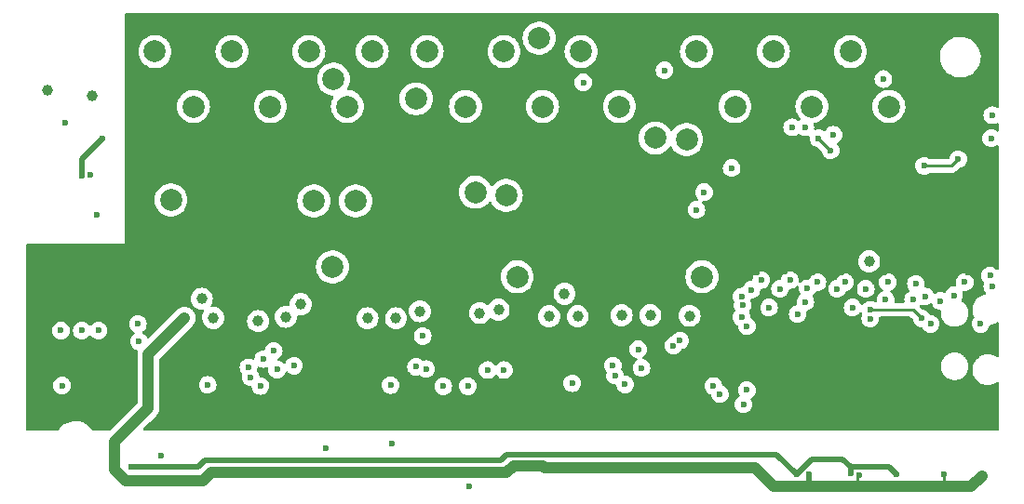
<source format=gbr>
%TF.GenerationSoftware,KiCad,Pcbnew,7.0.9-7.0.9~ubuntu22.04.1*%
%TF.CreationDate,2023-12-10T20:03:09+01:00*%
%TF.ProjectId,door_if4_usb.v2,646f6f72-5f69-4663-945f-7573622e7632,rev?*%
%TF.SameCoordinates,Original*%
%TF.FileFunction,Copper,L3,Inr*%
%TF.FilePolarity,Positive*%
%FSLAX46Y46*%
G04 Gerber Fmt 4.6, Leading zero omitted, Abs format (unit mm)*
G04 Created by KiCad (PCBNEW 7.0.9-7.0.9~ubuntu22.04.1) date 2023-12-10 20:03:09*
%MOMM*%
%LPD*%
G01*
G04 APERTURE LIST*
%TA.AperFunction,ComponentPad*%
%ADD10C,2.000000*%
%TD*%
%TA.AperFunction,ViaPad*%
%ADD11C,2.000000*%
%TD*%
%TA.AperFunction,ViaPad*%
%ADD12C,1.000000*%
%TD*%
%TA.AperFunction,ViaPad*%
%ADD13C,0.600000*%
%TD*%
%TA.AperFunction,Conductor*%
%ADD14C,1.000000*%
%TD*%
%TA.AperFunction,Conductor*%
%ADD15C,0.500000*%
%TD*%
%TA.AperFunction,Conductor*%
%ADD16C,0.250000*%
%TD*%
G04 APERTURE END LIST*
D10*
%TO.N,+24V*%
%TO.C,J1*%
X139000000Y-99500000D03*
%TO.N,IN1*%
X135500000Y-94500000D03*
%TO.N,IN2*%
X132000000Y-99500000D03*
%TO.N,IN3*%
X128500000Y-94500000D03*
%TO.N,IN4*%
X125000000Y-99500000D03*
%TO.N,IN5*%
X121500000Y-94500000D03*
%TD*%
%TO.N,OUT2*%
%TO.C,J3*%
X89750000Y-99500000D03*
%TO.N,OUT3*%
X86250000Y-94500000D03*
%TO.N,OUT4*%
X82750000Y-99500000D03*
%TO.N,OUT5*%
X79250000Y-94500000D03*
%TO.N,OUT6*%
X75750000Y-99500000D03*
%TO.N,GNDA*%
X72250000Y-94500000D03*
%TD*%
%TO.N,+24V*%
%TO.C,J2*%
X114500000Y-99500000D03*
%TO.N,IN6*%
X111000000Y-94500000D03*
%TO.N,IN7*%
X107500000Y-99500000D03*
%TO.N,IN8*%
X104000000Y-94500000D03*
%TO.N,OUT1*%
X100500000Y-99500000D03*
%TO.N,GNDA*%
X97000000Y-94500000D03*
%TD*%
D11*
%TO.N,+24V*%
X117751911Y-102368423D03*
D12*
X109495556Y-116549500D03*
D13*
X104000000Y-123500000D03*
D12*
X84150000Y-118650000D03*
X117300000Y-118500000D03*
X94175000Y-118775000D03*
X101800000Y-118300000D03*
X76500000Y-117000000D03*
X103500000Y-118000000D03*
X77550000Y-118750000D03*
D13*
X82100000Y-122500000D03*
X84900000Y-123100000D03*
D12*
X110700000Y-118600000D03*
D11*
X88400000Y-114100000D03*
X107190888Y-93263553D03*
X122000000Y-115000000D03*
X88500000Y-97000000D03*
X105200000Y-115000000D03*
D12*
X85500000Y-117500000D03*
X120875000Y-118559063D03*
D13*
X102500000Y-123500000D03*
%TO.N,GNDA*%
X147450002Y-133149998D03*
D12*
X114700000Y-118500000D03*
D13*
X80950000Y-124150000D03*
D12*
X66500000Y-98500000D03*
D13*
X110200000Y-124700000D03*
X77050000Y-124850000D03*
X98475000Y-124975000D03*
D11*
X120600000Y-102500000D03*
D13*
X81850000Y-124950000D03*
X114100000Y-124000000D03*
X131750000Y-133000000D03*
X96900000Y-123400000D03*
X124700000Y-105100000D03*
X67000000Y-109400000D03*
X66400000Y-105700000D03*
D11*
X104199998Y-107600001D03*
D12*
X62500000Y-98000000D03*
D13*
X100710500Y-124970945D03*
X83350000Y-123450000D03*
D12*
X74950000Y-118750000D03*
D13*
X70700000Y-119300000D03*
D11*
X101400000Y-107299996D03*
D13*
X148300000Y-102400000D03*
X143985507Y-132989796D03*
D12*
X81620711Y-119045711D03*
X96347655Y-118152345D03*
D13*
X115000000Y-124800000D03*
D11*
X86700000Y-108100000D03*
D13*
X136338437Y-133039740D03*
X148400000Y-100300000D03*
X116500000Y-123300000D03*
D11*
X90500000Y-108100000D03*
D13*
X93675000Y-124875000D03*
X122200000Y-107300000D03*
D12*
X91575000Y-118775000D03*
X108100000Y-118600000D03*
D11*
X73700000Y-108000000D03*
D13*
%TO.N,+3V3*%
X142300000Y-116800000D03*
X135700000Y-117800000D03*
X138700000Y-117100000D03*
X131400000Y-117300000D03*
X126500000Y-116200000D03*
X141200000Y-117100000D03*
X143700000Y-117200000D03*
X130700000Y-118400000D03*
X128100000Y-117800000D03*
X148400000Y-115900000D03*
X63800000Y-124900000D03*
X144900000Y-116700000D03*
X129100000Y-116100000D03*
X134300000Y-116100000D03*
X131596474Y-116050000D03*
D12*
X137200000Y-113600000D03*
D13*
X136900000Y-116100000D03*
%TO.N,GND*%
X141100000Y-114600000D03*
D12*
X117705288Y-128025000D03*
D13*
X131272622Y-122906237D03*
X132100000Y-114600000D03*
X134700000Y-114600000D03*
D12*
X105300000Y-117800000D03*
D13*
X143400000Y-122700000D03*
X136000000Y-122300000D03*
X133400000Y-122300000D03*
X127000000Y-114600000D03*
X146923478Y-128491242D03*
X142400000Y-122400000D03*
X146975000Y-122238955D03*
D12*
X119600000Y-107500000D03*
D13*
X146200000Y-114600000D03*
X138600000Y-114600000D03*
X67700000Y-123300000D03*
X66700000Y-121400000D03*
X128972756Y-123513468D03*
X129500000Y-114500000D03*
D12*
X142025000Y-102150000D03*
X143000000Y-124900000D03*
D13*
X65600000Y-113500000D03*
X123600000Y-114200000D03*
X139800000Y-122400000D03*
D12*
X105200000Y-128150000D03*
X105400000Y-120700000D03*
D13*
X143600000Y-114600000D03*
D12*
X132900000Y-124100000D03*
D13*
%TO.N,Net-(D26-A)*%
X145300000Y-104300000D03*
X142200000Y-104900000D03*
%TO.N,Net-(D28-A)*%
X132600000Y-102400000D03*
X133700000Y-103500000D03*
%TO.N,VmidA*%
X130600000Y-133000000D03*
X139700000Y-133000000D03*
X70100000Y-132300000D03*
X135500000Y-132900000D03*
%TO.N,VmidB*%
X64100000Y-101000000D03*
X133965314Y-102075000D03*
D11*
%TO.N,OUT2*%
X96000000Y-98800000D03*
D13*
%TO.N,Net-(U9A-+)*%
X65600000Y-105800000D03*
X67500000Y-102400000D03*
D11*
%TO.N,OUT3*%
X92000000Y-94500000D03*
D13*
%TO.N,Vmid_3v3_A*%
X65600000Y-119900000D03*
X70800000Y-120900000D03*
X63700000Y-119900000D03*
X67100000Y-119900000D03*
%TO.N,IN1*%
X138500000Y-97000000D03*
%TO.N,IN5*%
X130200000Y-101400000D03*
X131400000Y-101400000D03*
%TO.N,IN6*%
X118600000Y-96200000D03*
%TO.N,IN7*%
X123644510Y-125673832D03*
X125780000Y-126607917D03*
X111200000Y-97300000D03*
%TO.N,IN8*%
X123025000Y-124944806D03*
X126080771Y-125317668D03*
%TO.N,Net-(Q1-G1)*%
X113900000Y-123100000D03*
X116200000Y-121600000D03*
%TO.N,Net-(Q3-G1)*%
X96600000Y-120400000D03*
X96000000Y-123200000D03*
%TO.N,Net-(Q5-G1)*%
X83050000Y-121750000D03*
X80750000Y-123250000D03*
%TO.N,O_LED*%
X121500000Y-108900000D03*
%TO.N,S_IN1A*%
X148200000Y-114900000D03*
%TO.N,S_IN1B*%
X145900000Y-115500000D03*
%TO.N,S_IN2A*%
X141450000Y-115650000D03*
%TO.N,S_IN2B*%
X138900000Y-115500000D03*
%TO.N,S_IN3A*%
X137306587Y-118806587D03*
%TO.N,S_IN3B*%
X142000000Y-118800000D03*
X137300000Y-118000000D03*
%TO.N,S_IN4A*%
X142800000Y-119300000D03*
%TO.N,S_IN4B*%
X147351764Y-119296473D03*
%TO.N,S_IN5A*%
X135000000Y-115500000D03*
%TO.N,S_IN5B*%
X132500000Y-115500000D03*
%TO.N,S_IN6A*%
X130000000Y-115300000D03*
%TO.N,S_IN6B*%
X127400000Y-115300000D03*
%TO.N,S_IN7A*%
X126100000Y-119500000D03*
%TO.N,S_IN7B*%
X125600000Y-118700000D03*
%TO.N,S_IN8A*%
X125700000Y-117600000D03*
%TO.N,S_IN8B*%
X125600000Y-116800000D03*
%TO.N,S_OUT6*%
X87810454Y-130600000D03*
%TO.N,S_OUT5*%
X72800000Y-131300000D03*
%TO.N,S_OUT4*%
X100800000Y-134100000D03*
%TO.N,S_OUT3*%
X93769987Y-130225000D03*
%TO.N,S_OUT2*%
X119407326Y-121259610D03*
%TO.N,S_OUT1*%
X120000000Y-120800000D03*
%TD*%
D14*
%TO.N,GNDA*%
X130300000Y-134100000D02*
X131700000Y-134100000D01*
X104250000Y-132850000D02*
X104850000Y-132250000D01*
X76600000Y-133600000D02*
X77350000Y-132850000D01*
X71650000Y-122050000D02*
X71650000Y-126950000D01*
D15*
X131700000Y-134100000D02*
X131750000Y-134050000D01*
D16*
X136100000Y-133278177D02*
X136338437Y-133039740D01*
D14*
X104850000Y-132250000D02*
X105026822Y-132250000D01*
X68600000Y-132600000D02*
X69600000Y-133600000D01*
X69600000Y-133600000D02*
X76600000Y-133600000D01*
D16*
X136100000Y-134100000D02*
X136100000Y-133278177D01*
D14*
X136100000Y-134100000D02*
X143900000Y-134100000D01*
X77350000Y-132850000D02*
X104250000Y-132850000D01*
X126800000Y-132400000D02*
X128500000Y-134100000D01*
D16*
X143985507Y-134014493D02*
X143900000Y-134100000D01*
D14*
X105840928Y-132250000D02*
X107550000Y-132250000D01*
D16*
X143985507Y-132989796D02*
X143985507Y-134014493D01*
D14*
X128500000Y-134100000D02*
X130300000Y-134100000D01*
X105040372Y-132236450D02*
X105827378Y-132236450D01*
X71650000Y-126950000D02*
X68600000Y-130000000D01*
D15*
X131750000Y-134050000D02*
X131750000Y-133000000D01*
D14*
X68600000Y-130000000D02*
X68600000Y-132600000D01*
X107700000Y-132400000D02*
X126800000Y-132400000D01*
X105827378Y-132236450D02*
X105840928Y-132250000D01*
X131700000Y-134100000D02*
X136100000Y-134100000D01*
X107550000Y-132250000D02*
X107700000Y-132400000D01*
X105026822Y-132250000D02*
X105040372Y-132236450D01*
X146500000Y-134100000D02*
X147450002Y-133149998D01*
X143900000Y-134100000D02*
X146500000Y-134100000D01*
X74950000Y-118750000D02*
X71650000Y-122050000D01*
D16*
%TO.N,Net-(D26-A)*%
X144700000Y-104900000D02*
X145300000Y-104300000D01*
X142200000Y-104900000D02*
X144700000Y-104900000D01*
%TO.N,Net-(D28-A)*%
X132600000Y-102400000D02*
X133700000Y-103500000D01*
D15*
%TO.N,VmidA*%
X135500000Y-132300000D02*
X139000000Y-132300000D01*
X130600000Y-133000000D02*
X132000000Y-131600000D01*
X139000000Y-132300000D02*
X139700000Y-133000000D01*
X76800000Y-131700000D02*
X103700000Y-131700000D01*
X128800000Y-131200000D02*
X130600000Y-133000000D01*
X70100000Y-132300000D02*
X76200000Y-132300000D01*
X104200000Y-131200000D02*
X128800000Y-131200000D01*
X76200000Y-132300000D02*
X76800000Y-131700000D01*
X134800000Y-131600000D02*
X135500000Y-132300000D01*
X132000000Y-131600000D02*
X134800000Y-131600000D01*
X103700000Y-131700000D02*
X104200000Y-131200000D01*
X135500000Y-132300000D02*
X135500000Y-132900000D01*
%TO.N,Net-(U9A-+)*%
X65600000Y-105800000D02*
X65600000Y-104300000D01*
X65600000Y-104300000D02*
X67500000Y-102400000D01*
D16*
%TO.N,S_IN3B*%
X141200000Y-118000000D02*
X142000000Y-118800000D01*
X137300000Y-118000000D02*
X141200000Y-118000000D01*
%TD*%
%TA.AperFunction,Conductor*%
%TO.N,GND*%
G36*
X148943039Y-91019685D02*
G01*
X148988794Y-91072489D01*
X149000000Y-91124000D01*
X149000000Y-99507235D01*
X148980315Y-99574274D01*
X148927511Y-99620029D01*
X148858353Y-99629973D01*
X148810028Y-99612229D01*
X148749523Y-99574211D01*
X148579254Y-99514631D01*
X148579249Y-99514630D01*
X148400004Y-99494435D01*
X148399996Y-99494435D01*
X148220750Y-99514630D01*
X148220745Y-99514631D01*
X148050476Y-99574211D01*
X147897737Y-99670184D01*
X147770184Y-99797737D01*
X147674211Y-99950476D01*
X147614631Y-100120745D01*
X147614630Y-100120750D01*
X147594435Y-100299996D01*
X147594435Y-100300003D01*
X147614630Y-100479249D01*
X147614631Y-100479254D01*
X147674211Y-100649523D01*
X147687421Y-100670546D01*
X147770184Y-100802262D01*
X147897738Y-100929816D01*
X148050478Y-101025789D01*
X148183313Y-101072270D01*
X148220745Y-101085368D01*
X148220750Y-101085369D01*
X148399996Y-101105565D01*
X148400000Y-101105565D01*
X148400004Y-101105565D01*
X148579249Y-101085369D01*
X148579252Y-101085368D01*
X148579255Y-101085368D01*
X148749522Y-101025789D01*
X148810027Y-100987770D01*
X148877264Y-100968770D01*
X148944099Y-100989137D01*
X148989313Y-101042405D01*
X149000000Y-101092764D01*
X149000000Y-101670386D01*
X148980315Y-101737425D01*
X148927511Y-101783180D01*
X148858353Y-101793124D01*
X148809373Y-101771954D01*
X148808158Y-101773889D01*
X148649523Y-101674211D01*
X148479254Y-101614631D01*
X148479249Y-101614630D01*
X148300004Y-101594435D01*
X148299996Y-101594435D01*
X148120750Y-101614630D01*
X148120745Y-101614631D01*
X147950476Y-101674211D01*
X147797737Y-101770184D01*
X147670184Y-101897737D01*
X147574211Y-102050476D01*
X147514631Y-102220745D01*
X147514630Y-102220750D01*
X147494435Y-102399996D01*
X147494435Y-102400003D01*
X147514630Y-102579249D01*
X147514631Y-102579254D01*
X147574211Y-102749523D01*
X147641935Y-102857304D01*
X147670184Y-102902262D01*
X147797738Y-103029816D01*
X147888080Y-103086582D01*
X147943664Y-103121508D01*
X147950478Y-103125789D01*
X148120742Y-103185367D01*
X148120745Y-103185368D01*
X148120750Y-103185369D01*
X148299996Y-103205565D01*
X148300000Y-103205565D01*
X148300004Y-103205565D01*
X148479249Y-103185369D01*
X148479252Y-103185368D01*
X148479255Y-103185368D01*
X148649522Y-103125789D01*
X148802262Y-103029816D01*
X148802262Y-103029815D01*
X148808158Y-103026111D01*
X148809505Y-103028255D01*
X148863345Y-103006260D01*
X148932043Y-103019000D01*
X148982948Y-103066859D01*
X149000000Y-103129613D01*
X149000000Y-114268560D01*
X148980315Y-114335599D01*
X148927511Y-114381354D01*
X148858353Y-114391298D01*
X148794797Y-114362273D01*
X148788319Y-114356241D01*
X148702262Y-114270184D01*
X148549523Y-114174211D01*
X148379254Y-114114631D01*
X148379249Y-114114630D01*
X148200004Y-114094435D01*
X148199996Y-114094435D01*
X148020750Y-114114630D01*
X148020745Y-114114631D01*
X147850476Y-114174211D01*
X147697737Y-114270184D01*
X147570184Y-114397737D01*
X147474211Y-114550476D01*
X147414631Y-114720745D01*
X147414630Y-114720750D01*
X147394435Y-114899996D01*
X147394435Y-114900003D01*
X147414630Y-115079249D01*
X147414631Y-115079254D01*
X147474211Y-115249523D01*
X147570184Y-115402262D01*
X147630571Y-115462649D01*
X147664056Y-115523972D01*
X147659932Y-115591285D01*
X147614631Y-115720745D01*
X147614630Y-115720750D01*
X147594435Y-115899996D01*
X147594435Y-115900003D01*
X147614630Y-116079249D01*
X147614631Y-116079254D01*
X147674211Y-116249523D01*
X147770184Y-116402262D01*
X147783985Y-116416063D01*
X147817470Y-116477386D01*
X147812486Y-116547078D01*
X147770614Y-116603011D01*
X147727546Y-116623744D01*
X147710397Y-116628208D01*
X147704981Y-116629363D01*
X147655013Y-116637703D01*
X147597840Y-116657331D01*
X147593330Y-116658690D01*
X147531749Y-116674725D01*
X147531744Y-116674727D01*
X147485711Y-116695535D01*
X147480304Y-116697680D01*
X147435503Y-116713060D01*
X147435498Y-116713063D01*
X147379448Y-116743395D01*
X147375478Y-116745363D01*
X147314514Y-116772922D01*
X147275359Y-116799385D01*
X147270149Y-116802544D01*
X147231379Y-116823526D01*
X147231367Y-116823533D01*
X147178487Y-116864692D01*
X147175124Y-116867133D01*
X147117001Y-116906417D01*
X147116994Y-116906422D01*
X147085248Y-116936847D01*
X147080430Y-116941011D01*
X147048218Y-116966085D01*
X147048209Y-116966093D01*
X147000613Y-117017795D01*
X146997900Y-117020564D01*
X146944882Y-117071378D01*
X146944880Y-117071380D01*
X146920681Y-117104098D01*
X146916448Y-117109223D01*
X146891022Y-117136845D01*
X146850797Y-117198412D01*
X146848741Y-117201367D01*
X146803124Y-117263047D01*
X146803120Y-117263054D01*
X146786268Y-117296475D01*
X146782811Y-117302472D01*
X146764076Y-117331149D01*
X146733219Y-117401496D01*
X146731805Y-117404497D01*
X146723611Y-117420750D01*
X146695790Y-117475931D01*
X146685792Y-117508573D01*
X146683288Y-117515323D01*
X146670845Y-117543691D01*
X146670845Y-117543692D01*
X146651178Y-117621347D01*
X146650358Y-117624279D01*
X146625984Y-117703876D01*
X146625983Y-117703879D01*
X146622063Y-117734485D01*
X146620668Y-117741830D01*
X146613867Y-117768688D01*
X146613864Y-117768705D01*
X146606867Y-117853154D01*
X146595702Y-117940344D01*
X146595701Y-117940344D01*
X146596872Y-117967900D01*
X146596716Y-117975655D01*
X146595021Y-117996123D01*
X146594700Y-118000000D01*
X146599550Y-118058538D01*
X146601955Y-118087567D01*
X146605819Y-118178523D01*
X146605820Y-118178534D01*
X146606756Y-118182875D01*
X146609958Y-118197736D01*
X146610939Y-118202284D01*
X146612118Y-118210225D01*
X146612537Y-118215266D01*
X146613865Y-118231301D01*
X146613865Y-118231304D01*
X146613866Y-118231305D01*
X146636205Y-118319520D01*
X146642445Y-118348474D01*
X146656046Y-118411582D01*
X146663883Y-118431084D01*
X146666458Y-118438987D01*
X146670844Y-118456303D01*
X146708655Y-118542504D01*
X146744934Y-118632787D01*
X146744936Y-118632791D01*
X146746329Y-118635053D01*
X146746625Y-118636140D01*
X146747305Y-118637488D01*
X146747030Y-118637626D01*
X146764712Y-118702461D01*
X146743733Y-118769106D01*
X146728420Y-118787737D01*
X146721950Y-118794207D01*
X146625975Y-118946949D01*
X146566395Y-119117218D01*
X146566394Y-119117223D01*
X146546199Y-119296469D01*
X146546199Y-119296476D01*
X146566394Y-119475722D01*
X146566395Y-119475727D01*
X146625975Y-119645996D01*
X146704008Y-119770184D01*
X146721948Y-119798735D01*
X146849502Y-119926289D01*
X146926264Y-119974522D01*
X146990095Y-120014630D01*
X147002242Y-120022262D01*
X147165116Y-120079254D01*
X147172509Y-120081841D01*
X147172514Y-120081842D01*
X147351760Y-120102038D01*
X147351764Y-120102038D01*
X147351768Y-120102038D01*
X147531013Y-120081842D01*
X147531016Y-120081841D01*
X147531019Y-120081841D01*
X147701286Y-120022262D01*
X147854026Y-119926289D01*
X147981580Y-119798735D01*
X148077553Y-119645995D01*
X148137132Y-119475728D01*
X148137132Y-119475727D01*
X148139432Y-119469155D01*
X148141834Y-119469995D01*
X148170189Y-119419272D01*
X148231841Y-119386397D01*
X148236051Y-119385601D01*
X148237529Y-119385346D01*
X148237541Y-119385346D01*
X148289615Y-119371786D01*
X148295017Y-119370634D01*
X148344981Y-119362298D01*
X148402186Y-119342658D01*
X148406663Y-119341309D01*
X148468249Y-119325275D01*
X148514297Y-119304459D01*
X148519681Y-119302322D01*
X148564503Y-119286936D01*
X148620554Y-119256601D01*
X148624527Y-119254632D01*
X148633156Y-119250730D01*
X148685486Y-119227077D01*
X148724647Y-119200608D01*
X148729820Y-119197469D01*
X148768626Y-119176470D01*
X148799837Y-119152177D01*
X148864830Y-119126534D01*
X148933370Y-119140100D01*
X148983696Y-119188568D01*
X149000000Y-119250030D01*
X149000000Y-122197899D01*
X148980315Y-122264938D01*
X148927511Y-122310693D01*
X148858353Y-122320637D01*
X148798100Y-122294375D01*
X148787080Y-122285477D01*
X148787073Y-122285472D01*
X148784311Y-122283929D01*
X148768643Y-122273542D01*
X148768634Y-122273535D01*
X148768628Y-122273532D01*
X148768626Y-122273530D01*
X148674837Y-122222774D01*
X148578954Y-122169210D01*
X148578953Y-122169209D01*
X148578952Y-122169209D01*
X148576381Y-122168047D01*
X148569284Y-122164898D01*
X148569188Y-122165119D01*
X148564506Y-122163065D01*
X148460723Y-122127436D01*
X148432284Y-122117388D01*
X148354171Y-122089789D01*
X148354170Y-122089788D01*
X148354168Y-122089788D01*
X148354160Y-122089786D01*
X148353612Y-122089692D01*
X148348889Y-122088691D01*
X148344989Y-122087703D01*
X148233675Y-122069128D01*
X148119209Y-122049500D01*
X148119200Y-122049500D01*
X148116049Y-122049500D01*
X147883951Y-122049500D01*
X147883950Y-122049500D01*
X147827533Y-122058913D01*
X147822587Y-122059535D01*
X147820099Y-122059747D01*
X147762469Y-122064652D01*
X147762461Y-122064653D01*
X147710397Y-122078208D01*
X147704981Y-122079363D01*
X147655013Y-122087703D01*
X147597840Y-122107331D01*
X147593330Y-122108690D01*
X147531749Y-122124725D01*
X147531744Y-122124727D01*
X147485711Y-122145535D01*
X147480304Y-122147680D01*
X147435503Y-122163060D01*
X147435498Y-122163063D01*
X147379448Y-122193395D01*
X147375478Y-122195363D01*
X147314514Y-122222922D01*
X147275359Y-122249385D01*
X147270149Y-122252544D01*
X147231379Y-122273526D01*
X147231367Y-122273533D01*
X147178487Y-122314692D01*
X147175124Y-122317133D01*
X147117001Y-122356417D01*
X147116994Y-122356422D01*
X147085248Y-122386847D01*
X147080430Y-122391011D01*
X147048218Y-122416085D01*
X147048209Y-122416093D01*
X147000613Y-122467795D01*
X146997900Y-122470564D01*
X146944882Y-122521378D01*
X146944880Y-122521380D01*
X146920681Y-122554098D01*
X146916448Y-122559223D01*
X146891022Y-122586845D01*
X146850797Y-122648412D01*
X146848741Y-122651367D01*
X146803124Y-122713047D01*
X146803120Y-122713054D01*
X146786268Y-122746475D01*
X146782811Y-122752472D01*
X146764076Y-122781149D01*
X146746954Y-122820184D01*
X146733666Y-122850478D01*
X146733219Y-122851496D01*
X146731803Y-122854503D01*
X146695790Y-122925931D01*
X146685792Y-122958573D01*
X146683288Y-122965323D01*
X146670845Y-122993691D01*
X146670845Y-122993692D01*
X146651178Y-123071347D01*
X146650358Y-123074279D01*
X146625984Y-123153876D01*
X146625983Y-123153879D01*
X146622063Y-123184485D01*
X146620668Y-123191830D01*
X146613867Y-123218688D01*
X146613864Y-123218705D01*
X146606867Y-123303154D01*
X146595702Y-123390344D01*
X146595701Y-123390344D01*
X146596872Y-123417900D01*
X146596716Y-123425655D01*
X146594700Y-123449996D01*
X146594700Y-123450000D01*
X146598655Y-123497737D01*
X146601955Y-123537567D01*
X146605819Y-123628523D01*
X146605820Y-123628534D01*
X146607586Y-123636727D01*
X146610549Y-123650478D01*
X146610939Y-123652284D01*
X146612120Y-123660233D01*
X146613865Y-123681301D01*
X146613865Y-123681304D01*
X146613866Y-123681305D01*
X146636205Y-123769520D01*
X146642671Y-123799521D01*
X146656046Y-123861582D01*
X146663883Y-123881084D01*
X146666458Y-123888987D01*
X146670844Y-123906303D01*
X146708655Y-123992504D01*
X146744934Y-124082787D01*
X146744935Y-124082788D01*
X146754232Y-124097888D01*
X146758218Y-124105495D01*
X146764076Y-124118850D01*
X146817275Y-124200277D01*
X146869930Y-124285794D01*
X146876543Y-124293308D01*
X146887263Y-124307402D01*
X146889738Y-124311189D01*
X146891021Y-124313153D01*
X146959027Y-124387028D01*
X147027436Y-124464755D01*
X147032564Y-124468895D01*
X147045882Y-124481377D01*
X147048216Y-124483913D01*
X147129933Y-124547515D01*
X147212920Y-124614523D01*
X147212922Y-124614524D01*
X147215678Y-124616064D01*
X147231360Y-124626460D01*
X147231367Y-124626465D01*
X147231371Y-124626467D01*
X147231374Y-124626470D01*
X147313188Y-124670745D01*
X147325162Y-124677225D01*
X147421046Y-124730790D01*
X147423849Y-124732058D01*
X147430695Y-124735097D01*
X147430794Y-124734873D01*
X147435490Y-124736932D01*
X147435497Y-124736936D01*
X147539276Y-124772563D01*
X147645829Y-124810211D01*
X147646398Y-124810308D01*
X147651129Y-124811312D01*
X147655007Y-124812294D01*
X147655019Y-124812298D01*
X147766324Y-124830871D01*
X147880791Y-124850499D01*
X147880800Y-124850500D01*
X148116044Y-124850500D01*
X148116049Y-124850500D01*
X148149073Y-124844988D01*
X148172469Y-124841085D01*
X148177407Y-124840463D01*
X148237541Y-124835346D01*
X148289615Y-124821786D01*
X148295017Y-124820634D01*
X148344981Y-124812298D01*
X148402186Y-124792658D01*
X148406663Y-124791309D01*
X148468249Y-124775275D01*
X148474249Y-124772563D01*
X148489749Y-124765556D01*
X148514297Y-124754459D01*
X148519681Y-124752322D01*
X148564503Y-124736936D01*
X148620554Y-124706601D01*
X148624527Y-124704632D01*
X148633156Y-124700730D01*
X148685486Y-124677077D01*
X148724647Y-124650608D01*
X148729820Y-124647469D01*
X148768626Y-124626470D01*
X148799837Y-124602177D01*
X148864830Y-124576534D01*
X148933370Y-124590100D01*
X148983696Y-124638568D01*
X149000000Y-124700030D01*
X149000000Y-128876000D01*
X148980315Y-128943039D01*
X148927511Y-128988794D01*
X148876000Y-129000000D01*
X71314282Y-129000000D01*
X71247243Y-128980315D01*
X71201488Y-128927511D01*
X71191544Y-128858353D01*
X71220569Y-128794797D01*
X71226601Y-128788319D01*
X71747944Y-128266976D01*
X72348487Y-127666433D01*
X72413053Y-127605059D01*
X72448097Y-127554709D01*
X72450924Y-127550957D01*
X72489698Y-127503407D01*
X72505607Y-127472948D01*
X72509667Y-127466248D01*
X72529295Y-127438049D01*
X72553492Y-127381660D01*
X72555498Y-127377435D01*
X72583909Y-127323049D01*
X72593357Y-127290022D01*
X72595988Y-127282633D01*
X72609540Y-127251058D01*
X72621895Y-127190930D01*
X72622999Y-127186429D01*
X72639886Y-127127418D01*
X72642494Y-127093157D01*
X72643585Y-127085389D01*
X72650500Y-127051743D01*
X72650500Y-126990398D01*
X72650679Y-126985688D01*
X72652830Y-126957439D01*
X72655337Y-126924524D01*
X72650997Y-126890442D01*
X72650500Y-126882603D01*
X72650500Y-126607920D01*
X124974435Y-126607920D01*
X124994630Y-126787166D01*
X124994631Y-126787171D01*
X125054211Y-126957440D01*
X125113465Y-127051741D01*
X125150184Y-127110179D01*
X125277738Y-127237733D01*
X125349177Y-127282621D01*
X125413509Y-127323044D01*
X125430478Y-127333706D01*
X125567583Y-127381681D01*
X125600745Y-127393285D01*
X125600750Y-127393286D01*
X125779996Y-127413482D01*
X125780000Y-127413482D01*
X125780004Y-127413482D01*
X125959249Y-127393286D01*
X125959252Y-127393285D01*
X125959255Y-127393285D01*
X126129522Y-127333706D01*
X126282262Y-127237733D01*
X126409816Y-127110179D01*
X126505789Y-126957439D01*
X126565368Y-126787172D01*
X126585565Y-126607917D01*
X126571627Y-126484217D01*
X126565369Y-126428667D01*
X126565368Y-126428662D01*
X126505788Y-126258392D01*
X126453565Y-126175281D01*
X126434564Y-126108044D01*
X126454931Y-126041209D01*
X126492584Y-126004316D01*
X126583033Y-125947484D01*
X126710587Y-125819930D01*
X126806560Y-125667190D01*
X126866139Y-125496923D01*
X126866403Y-125494582D01*
X126886336Y-125317671D01*
X126886336Y-125317664D01*
X126866140Y-125138418D01*
X126866139Y-125138413D01*
X126827943Y-125029255D01*
X126806560Y-124968146D01*
X126793928Y-124948043D01*
X126748528Y-124875789D01*
X126710587Y-124815406D01*
X126583033Y-124687852D01*
X126565882Y-124677075D01*
X126430294Y-124591879D01*
X126260025Y-124532299D01*
X126260020Y-124532298D01*
X126080775Y-124512103D01*
X126080767Y-124512103D01*
X125901521Y-124532298D01*
X125901516Y-124532299D01*
X125731247Y-124591879D01*
X125578508Y-124687852D01*
X125450955Y-124815405D01*
X125354982Y-124968144D01*
X125295402Y-125138413D01*
X125295401Y-125138418D01*
X125275206Y-125317664D01*
X125275206Y-125317671D01*
X125295401Y-125496917D01*
X125295402Y-125496922D01*
X125354982Y-125667191D01*
X125407206Y-125750304D01*
X125426206Y-125817540D01*
X125405838Y-125884376D01*
X125368184Y-125921270D01*
X125277737Y-125978101D01*
X125150184Y-126105654D01*
X125054211Y-126258393D01*
X124994631Y-126428662D01*
X124994630Y-126428667D01*
X124974435Y-126607913D01*
X124974435Y-126607920D01*
X72650500Y-126607920D01*
X72650500Y-124850003D01*
X76244435Y-124850003D01*
X76264630Y-125029249D01*
X76264631Y-125029254D01*
X76324211Y-125199523D01*
X76402754Y-125324522D01*
X76420184Y-125352262D01*
X76547738Y-125479816D01*
X76638080Y-125536582D01*
X76698620Y-125574622D01*
X76700478Y-125575789D01*
X76785573Y-125605565D01*
X76870745Y-125635368D01*
X76870750Y-125635369D01*
X77049996Y-125655565D01*
X77050000Y-125655565D01*
X77050004Y-125655565D01*
X77229249Y-125635369D01*
X77229252Y-125635368D01*
X77229255Y-125635368D01*
X77399522Y-125575789D01*
X77552262Y-125479816D01*
X77679816Y-125352262D01*
X77775789Y-125199522D01*
X77835368Y-125029255D01*
X77835369Y-125029249D01*
X77855565Y-124850003D01*
X77855565Y-124849996D01*
X77835369Y-124670750D01*
X77835368Y-124670745D01*
X77775789Y-124500478D01*
X77775188Y-124499522D01*
X77713058Y-124400642D01*
X77679816Y-124347738D01*
X77552262Y-124220184D01*
X77522635Y-124201568D01*
X77399523Y-124124211D01*
X77229254Y-124064631D01*
X77229249Y-124064630D01*
X77050004Y-124044435D01*
X77049996Y-124044435D01*
X76870750Y-124064630D01*
X76870745Y-124064631D01*
X76700476Y-124124211D01*
X76547737Y-124220184D01*
X76420184Y-124347737D01*
X76324211Y-124500476D01*
X76264631Y-124670745D01*
X76264630Y-124670750D01*
X76244435Y-124849996D01*
X76244435Y-124850003D01*
X72650500Y-124850003D01*
X72650500Y-123250003D01*
X79944435Y-123250003D01*
X79964630Y-123429249D01*
X79964631Y-123429254D01*
X80024211Y-123599523D01*
X80120184Y-123752262D01*
X80154649Y-123786727D01*
X80188134Y-123848050D01*
X80184010Y-123915361D01*
X80164633Y-123970738D01*
X80164630Y-123970750D01*
X80144435Y-124149996D01*
X80144435Y-124150003D01*
X80164630Y-124329249D01*
X80164631Y-124329254D01*
X80224211Y-124499523D01*
X80303978Y-124626470D01*
X80320184Y-124652262D01*
X80447738Y-124779816D01*
X80600478Y-124875789D01*
X80770745Y-124935368D01*
X80770750Y-124935369D01*
X80948018Y-124955342D01*
X81012432Y-124982408D01*
X81051987Y-125040003D01*
X81057355Y-125064678D01*
X81064630Y-125129250D01*
X81064631Y-125129254D01*
X81124211Y-125299523D01*
X81173058Y-125377262D01*
X81220184Y-125452262D01*
X81347738Y-125579816D01*
X81420902Y-125625788D01*
X81492211Y-125670595D01*
X81500478Y-125675789D01*
X81585573Y-125705565D01*
X81670745Y-125735368D01*
X81670750Y-125735369D01*
X81849996Y-125755565D01*
X81850000Y-125755565D01*
X81850004Y-125755565D01*
X82029249Y-125735369D01*
X82029252Y-125735368D01*
X82029255Y-125735368D01*
X82199522Y-125675789D01*
X82352262Y-125579816D01*
X82479816Y-125452262D01*
X82575789Y-125299522D01*
X82635368Y-125129255D01*
X82635369Y-125129249D01*
X82655565Y-124950003D01*
X82655565Y-124949996D01*
X82647115Y-124875003D01*
X92869435Y-124875003D01*
X92889630Y-125054249D01*
X92889631Y-125054254D01*
X92949211Y-125224523D01*
X93029475Y-125352262D01*
X93045184Y-125377262D01*
X93172738Y-125504816D01*
X93263080Y-125561582D01*
X93325431Y-125600760D01*
X93325478Y-125600789D01*
X93396924Y-125625789D01*
X93495745Y-125660368D01*
X93495750Y-125660369D01*
X93674996Y-125680565D01*
X93675000Y-125680565D01*
X93675004Y-125680565D01*
X93854249Y-125660369D01*
X93854252Y-125660368D01*
X93854255Y-125660368D01*
X94024522Y-125600789D01*
X94177262Y-125504816D01*
X94304816Y-125377262D01*
X94400789Y-125224522D01*
X94460368Y-125054255D01*
X94460901Y-125049523D01*
X94469298Y-124975003D01*
X97669435Y-124975003D01*
X97689630Y-125154249D01*
X97689631Y-125154254D01*
X97749211Y-125324523D01*
X97826212Y-125447068D01*
X97845184Y-125477262D01*
X97972738Y-125604816D01*
X98061148Y-125660368D01*
X98119024Y-125696734D01*
X98125478Y-125700789D01*
X98284159Y-125756314D01*
X98295745Y-125760368D01*
X98295750Y-125760369D01*
X98474996Y-125780565D01*
X98475000Y-125780565D01*
X98475004Y-125780565D01*
X98654249Y-125760369D01*
X98654252Y-125760368D01*
X98654255Y-125760368D01*
X98824522Y-125700789D01*
X98977262Y-125604816D01*
X99104816Y-125477262D01*
X99200789Y-125324522D01*
X99260368Y-125154255D01*
X99260901Y-125149523D01*
X99280565Y-124975003D01*
X99280565Y-124974996D01*
X99280109Y-124970948D01*
X99904935Y-124970948D01*
X99925130Y-125150194D01*
X99925131Y-125150199D01*
X99984711Y-125320468D01*
X100064260Y-125447068D01*
X100080684Y-125473207D01*
X100208238Y-125600761D01*
X100248070Y-125625789D01*
X100342890Y-125685369D01*
X100360978Y-125696734D01*
X100498906Y-125744997D01*
X100531245Y-125756313D01*
X100531250Y-125756314D01*
X100710496Y-125776510D01*
X100710500Y-125776510D01*
X100710504Y-125776510D01*
X100889749Y-125756314D01*
X100889752Y-125756313D01*
X100889755Y-125756313D01*
X101060022Y-125696734D01*
X101212762Y-125600761D01*
X101340316Y-125473207D01*
X101436289Y-125320467D01*
X101495868Y-125150200D01*
X101495869Y-125150194D01*
X101516065Y-124970948D01*
X101516065Y-124970941D01*
X101495869Y-124791695D01*
X101495868Y-124791690D01*
X101463785Y-124700003D01*
X109394435Y-124700003D01*
X109414630Y-124879249D01*
X109414631Y-124879254D01*
X109474211Y-125049523D01*
X109540019Y-125154255D01*
X109570184Y-125202262D01*
X109697738Y-125329816D01*
X109850478Y-125425789D01*
X110004878Y-125479816D01*
X110020745Y-125485368D01*
X110020750Y-125485369D01*
X110199996Y-125505565D01*
X110200000Y-125505565D01*
X110200004Y-125505565D01*
X110379249Y-125485369D01*
X110379252Y-125485368D01*
X110379255Y-125485368D01*
X110549522Y-125425789D01*
X110702262Y-125329816D01*
X110829816Y-125202262D01*
X110925789Y-125049522D01*
X110985368Y-124879255D01*
X110985847Y-124875003D01*
X111005565Y-124700003D01*
X111005565Y-124699996D01*
X110985369Y-124520750D01*
X110985368Y-124520745D01*
X110981939Y-124510946D01*
X110925789Y-124350478D01*
X110925188Y-124349522D01*
X110882268Y-124281215D01*
X110829816Y-124197738D01*
X110702262Y-124070184D01*
X110693426Y-124064632D01*
X110549523Y-123974211D01*
X110379254Y-123914631D01*
X110379249Y-123914630D01*
X110200004Y-123894435D01*
X110199996Y-123894435D01*
X110020750Y-123914630D01*
X110020745Y-123914631D01*
X109850476Y-123974211D01*
X109697737Y-124070184D01*
X109570184Y-124197737D01*
X109474211Y-124350476D01*
X109414631Y-124520745D01*
X109414630Y-124520750D01*
X109394435Y-124699996D01*
X109394435Y-124700003D01*
X101463785Y-124700003D01*
X101462295Y-124695745D01*
X101436289Y-124621423D01*
X101431953Y-124614523D01*
X101373029Y-124520745D01*
X101340316Y-124468683D01*
X101212762Y-124341129D01*
X101190360Y-124327053D01*
X101060023Y-124245156D01*
X100889754Y-124185576D01*
X100889749Y-124185575D01*
X100710504Y-124165380D01*
X100710496Y-124165380D01*
X100531250Y-124185575D01*
X100531245Y-124185576D01*
X100360976Y-124245156D01*
X100208237Y-124341129D01*
X100080684Y-124468682D01*
X99984711Y-124621421D01*
X99925131Y-124791690D01*
X99925130Y-124791695D01*
X99904935Y-124970941D01*
X99904935Y-124970948D01*
X99280109Y-124970948D01*
X99260369Y-124795750D01*
X99260368Y-124795745D01*
X99245923Y-124754463D01*
X99200789Y-124625478D01*
X99185080Y-124600478D01*
X99153662Y-124550476D01*
X99104816Y-124472738D01*
X98977262Y-124345184D01*
X98952424Y-124329577D01*
X98824523Y-124249211D01*
X98654254Y-124189631D01*
X98654249Y-124189630D01*
X98475004Y-124169435D01*
X98474996Y-124169435D01*
X98295750Y-124189630D01*
X98295745Y-124189631D01*
X98125476Y-124249211D01*
X97972737Y-124345184D01*
X97845184Y-124472737D01*
X97749211Y-124625476D01*
X97689631Y-124795745D01*
X97689630Y-124795750D01*
X97669435Y-124974996D01*
X97669435Y-124975003D01*
X94469298Y-124975003D01*
X94480565Y-124875003D01*
X94480565Y-124874996D01*
X94460369Y-124695750D01*
X94460368Y-124695745D01*
X94436127Y-124626468D01*
X94400789Y-124525478D01*
X94386201Y-124502262D01*
X94341285Y-124430778D01*
X94304816Y-124372738D01*
X94177262Y-124245184D01*
X94160294Y-124234522D01*
X94024523Y-124149211D01*
X93854254Y-124089631D01*
X93854249Y-124089630D01*
X93675004Y-124069435D01*
X93674996Y-124069435D01*
X93495750Y-124089630D01*
X93495745Y-124089631D01*
X93325476Y-124149211D01*
X93172737Y-124245184D01*
X93045184Y-124372737D01*
X92949211Y-124525476D01*
X92889631Y-124695745D01*
X92889630Y-124695750D01*
X92869435Y-124874996D01*
X92869435Y-124875003D01*
X82647115Y-124875003D01*
X82635369Y-124770750D01*
X82635368Y-124770745D01*
X82582882Y-124620750D01*
X82575789Y-124600478D01*
X82572525Y-124595284D01*
X82528662Y-124525476D01*
X82479816Y-124447738D01*
X82352262Y-124320184D01*
X82326130Y-124303764D01*
X82199523Y-124224211D01*
X82029254Y-124164631D01*
X82029250Y-124164630D01*
X81851980Y-124144657D01*
X81787566Y-124117590D01*
X81748011Y-124059995D01*
X81742644Y-124035320D01*
X81735369Y-123970749D01*
X81735368Y-123970745D01*
X81729176Y-123953049D01*
X81675789Y-123800478D01*
X81675188Y-123799522D01*
X81607516Y-123691822D01*
X81579816Y-123647738D01*
X81545349Y-123613271D01*
X81511864Y-123551948D01*
X81515988Y-123484635D01*
X81535368Y-123429255D01*
X81536210Y-123421788D01*
X81548904Y-123309120D01*
X81575970Y-123244706D01*
X81633565Y-123205151D01*
X81703402Y-123203013D01*
X81738097Y-123218010D01*
X81750475Y-123225788D01*
X81920745Y-123285368D01*
X81920750Y-123285369D01*
X82099996Y-123305565D01*
X82100000Y-123305565D01*
X82100004Y-123305565D01*
X82279249Y-123285369D01*
X82279252Y-123285368D01*
X82279255Y-123285368D01*
X82279256Y-123285367D01*
X82279259Y-123285367D01*
X82324735Y-123269453D01*
X82388358Y-123247190D01*
X82458136Y-123243628D01*
X82518764Y-123278357D01*
X82550991Y-123340350D01*
X82552534Y-123378114D01*
X82550068Y-123400003D01*
X82544436Y-123449996D01*
X82544435Y-123450003D01*
X82564630Y-123629249D01*
X82564631Y-123629254D01*
X82624211Y-123799523D01*
X82703549Y-123925788D01*
X82720184Y-123952262D01*
X82847738Y-124079816D01*
X82933903Y-124133957D01*
X82997966Y-124174211D01*
X83000478Y-124175789D01*
X83085573Y-124205565D01*
X83170745Y-124235368D01*
X83170750Y-124235369D01*
X83349996Y-124255565D01*
X83350000Y-124255565D01*
X83350004Y-124255565D01*
X83529249Y-124235369D01*
X83529252Y-124235368D01*
X83529255Y-124235368D01*
X83699522Y-124175789D01*
X83852262Y-124079816D01*
X83979816Y-123952262D01*
X84075789Y-123799522D01*
X84112132Y-123695660D01*
X84152854Y-123638884D01*
X84217807Y-123613136D01*
X84286368Y-123626592D01*
X84316855Y-123648933D01*
X84397738Y-123729816D01*
X84488080Y-123786582D01*
X84542450Y-123820745D01*
X84550478Y-123825789D01*
X84652766Y-123861581D01*
X84720745Y-123885368D01*
X84720750Y-123885369D01*
X84899996Y-123905565D01*
X84900000Y-123905565D01*
X84900004Y-123905565D01*
X85079249Y-123885369D01*
X85079252Y-123885368D01*
X85079255Y-123885368D01*
X85249522Y-123825789D01*
X85402262Y-123729816D01*
X85529816Y-123602262D01*
X85625789Y-123449522D01*
X85685368Y-123279255D01*
X85685369Y-123279249D01*
X85694298Y-123200003D01*
X95194435Y-123200003D01*
X95214630Y-123379249D01*
X95214631Y-123379254D01*
X95274211Y-123549523D01*
X95337646Y-123650478D01*
X95370184Y-123702262D01*
X95497738Y-123829816D01*
X95585482Y-123884949D01*
X95643088Y-123921146D01*
X95650478Y-123925789D01*
X95778969Y-123970750D01*
X95820745Y-123985368D01*
X95820750Y-123985369D01*
X95999996Y-124005565D01*
X96000000Y-124005565D01*
X96000004Y-124005565D01*
X96179249Y-123985369D01*
X96179250Y-123985368D01*
X96179255Y-123985368D01*
X96234635Y-123965988D01*
X96304413Y-123962426D01*
X96363271Y-123995349D01*
X96397738Y-124029816D01*
X96482041Y-124082787D01*
X96547966Y-124124211D01*
X96550478Y-124125789D01*
X96675211Y-124169435D01*
X96720745Y-124185368D01*
X96720750Y-124185369D01*
X96899996Y-124205565D01*
X96900000Y-124205565D01*
X96900004Y-124205565D01*
X97079249Y-124185369D01*
X97079252Y-124185368D01*
X97079255Y-124185368D01*
X97249522Y-124125789D01*
X97402262Y-124029816D01*
X97529816Y-123902262D01*
X97625789Y-123749522D01*
X97685368Y-123579255D01*
X97688718Y-123549522D01*
X97694298Y-123500003D01*
X101694435Y-123500003D01*
X101714630Y-123679249D01*
X101714631Y-123679254D01*
X101774211Y-123849523D01*
X101859079Y-123984588D01*
X101870184Y-124002262D01*
X101997738Y-124129816D01*
X102054960Y-124165771D01*
X102147966Y-124224211D01*
X102150478Y-124225789D01*
X102242346Y-124257935D01*
X102320745Y-124285368D01*
X102320750Y-124285369D01*
X102499996Y-124305565D01*
X102500000Y-124305565D01*
X102500004Y-124305565D01*
X102679249Y-124285369D01*
X102679252Y-124285368D01*
X102679255Y-124285368D01*
X102849522Y-124225789D01*
X103002262Y-124129816D01*
X103129816Y-124002262D01*
X103145007Y-123978084D01*
X103197339Y-123931796D01*
X103266393Y-123921146D01*
X103330242Y-123949521D01*
X103354990Y-123978082D01*
X103370184Y-124002262D01*
X103497738Y-124129816D01*
X103554960Y-124165771D01*
X103647966Y-124224211D01*
X103650478Y-124225789D01*
X103742346Y-124257935D01*
X103820745Y-124285368D01*
X103820750Y-124285369D01*
X103999996Y-124305565D01*
X104000000Y-124305565D01*
X104000004Y-124305565D01*
X104179249Y-124285369D01*
X104179252Y-124285368D01*
X104179255Y-124285368D01*
X104349522Y-124225789D01*
X104502262Y-124129816D01*
X104629816Y-124002262D01*
X104725789Y-123849522D01*
X104785368Y-123679255D01*
X104785369Y-123679249D01*
X104805565Y-123500003D01*
X104805565Y-123499996D01*
X104785369Y-123320750D01*
X104785368Y-123320745D01*
X104758436Y-123243778D01*
X104725789Y-123150478D01*
X104707106Y-123120745D01*
X104694073Y-123100003D01*
X113094435Y-123100003D01*
X113114630Y-123279249D01*
X113114631Y-123279254D01*
X113174211Y-123449523D01*
X113270184Y-123602262D01*
X113304649Y-123636727D01*
X113338134Y-123698050D01*
X113334010Y-123765361D01*
X113314633Y-123820738D01*
X113314630Y-123820750D01*
X113294435Y-123999996D01*
X113294435Y-124000003D01*
X113314630Y-124179249D01*
X113314631Y-124179254D01*
X113374211Y-124349523D01*
X113458656Y-124483916D01*
X113470184Y-124502262D01*
X113597738Y-124629816D01*
X113633461Y-124652262D01*
X113742450Y-124720745D01*
X113750478Y-124725789D01*
X113904878Y-124779816D01*
X113920745Y-124785368D01*
X113920750Y-124785369D01*
X114098018Y-124805342D01*
X114162432Y-124832408D01*
X114201987Y-124890003D01*
X114207355Y-124914678D01*
X114214630Y-124979250D01*
X114214631Y-124979254D01*
X114274211Y-125149523D01*
X114321337Y-125224523D01*
X114370184Y-125302262D01*
X114497738Y-125429816D01*
X114586148Y-125485368D01*
X114604528Y-125496917D01*
X114650478Y-125525789D01*
X114804878Y-125579816D01*
X114820745Y-125585368D01*
X114820750Y-125585369D01*
X114999996Y-125605565D01*
X115000000Y-125605565D01*
X115000004Y-125605565D01*
X115179249Y-125585369D01*
X115179252Y-125585368D01*
X115179255Y-125585368D01*
X115349522Y-125525789D01*
X115502262Y-125429816D01*
X115629816Y-125302262D01*
X115725789Y-125149522D01*
X115785368Y-124979255D01*
X115785847Y-124975003D01*
X115789249Y-124944809D01*
X122219435Y-124944809D01*
X122239630Y-125124055D01*
X122239631Y-125124060D01*
X122299211Y-125294329D01*
X122384343Y-125429815D01*
X122395184Y-125447068D01*
X122522738Y-125574622D01*
X122604168Y-125625788D01*
X122670060Y-125667191D01*
X122675478Y-125670595D01*
X122771731Y-125704275D01*
X122828507Y-125744997D01*
X122853997Y-125807433D01*
X122859140Y-125853081D01*
X122918720Y-126023353D01*
X122970434Y-126105655D01*
X123014694Y-126176094D01*
X123142248Y-126303648D01*
X123294988Y-126399621D01*
X123377997Y-126428667D01*
X123465255Y-126459200D01*
X123465260Y-126459201D01*
X123644506Y-126479397D01*
X123644510Y-126479397D01*
X123644514Y-126479397D01*
X123823759Y-126459201D01*
X123823762Y-126459200D01*
X123823765Y-126459200D01*
X123994032Y-126399621D01*
X124146772Y-126303648D01*
X124274326Y-126176094D01*
X124370299Y-126023354D01*
X124429878Y-125853087D01*
X124435022Y-125807433D01*
X124450075Y-125673835D01*
X124450075Y-125673828D01*
X124429879Y-125494582D01*
X124429878Y-125494577D01*
X124405808Y-125425788D01*
X124370299Y-125324310D01*
X124367884Y-125320467D01*
X124323307Y-125249523D01*
X124274326Y-125171570D01*
X124146772Y-125044016D01*
X124123278Y-125029254D01*
X123994034Y-124948044D01*
X123994033Y-124948043D01*
X123897776Y-124914361D01*
X123841001Y-124873639D01*
X123815512Y-124811203D01*
X123810369Y-124765555D01*
X123810368Y-124765551D01*
X123789371Y-124705544D01*
X123750789Y-124595284D01*
X123748649Y-124591879D01*
X123673788Y-124472738D01*
X123654816Y-124442544D01*
X123527262Y-124314990D01*
X123508061Y-124302925D01*
X123374523Y-124219017D01*
X123204254Y-124159437D01*
X123204249Y-124159436D01*
X123025004Y-124139241D01*
X123024996Y-124139241D01*
X122845750Y-124159436D01*
X122845745Y-124159437D01*
X122675476Y-124219017D01*
X122522737Y-124314990D01*
X122395184Y-124442543D01*
X122299211Y-124595282D01*
X122239631Y-124765551D01*
X122239630Y-124765556D01*
X122219435Y-124944802D01*
X122219435Y-124944809D01*
X115789249Y-124944809D01*
X115805565Y-124800003D01*
X115805565Y-124799996D01*
X115785369Y-124620750D01*
X115785368Y-124620745D01*
X115769898Y-124576534D01*
X115725789Y-124450478D01*
X115724067Y-124447738D01*
X115662955Y-124350478D01*
X115629816Y-124297738D01*
X115502262Y-124170184D01*
X115495229Y-124165765D01*
X115349523Y-124074211D01*
X115179254Y-124014631D01*
X115179250Y-124014630D01*
X115001980Y-123994657D01*
X114937566Y-123967590D01*
X114898011Y-123909995D01*
X114892644Y-123885320D01*
X114885369Y-123820749D01*
X114885368Y-123820745D01*
X114880620Y-123807176D01*
X114825789Y-123650478D01*
X114825188Y-123649522D01*
X114774065Y-123568160D01*
X114729816Y-123497738D01*
X114695349Y-123463271D01*
X114661864Y-123401948D01*
X114665988Y-123334635D01*
X114685368Y-123279255D01*
X114685369Y-123279249D01*
X114705565Y-123100003D01*
X114705565Y-123099996D01*
X114685369Y-122920750D01*
X114685368Y-122920745D01*
X114677872Y-122899322D01*
X114625789Y-122750478D01*
X114625215Y-122749565D01*
X114562607Y-122649924D01*
X114529816Y-122597738D01*
X114402262Y-122470184D01*
X114393426Y-122464632D01*
X114249523Y-122374211D01*
X114079254Y-122314631D01*
X114079249Y-122314630D01*
X113900004Y-122294435D01*
X113899996Y-122294435D01*
X113720750Y-122314630D01*
X113720745Y-122314631D01*
X113550476Y-122374211D01*
X113397737Y-122470184D01*
X113270184Y-122597737D01*
X113174211Y-122750476D01*
X113114631Y-122920745D01*
X113114630Y-122920750D01*
X113094435Y-123099996D01*
X113094435Y-123100003D01*
X104694073Y-123100003D01*
X104676068Y-123071347D01*
X104629816Y-122997738D01*
X104502262Y-122870184D01*
X104468400Y-122848907D01*
X104349523Y-122774211D01*
X104179254Y-122714631D01*
X104179249Y-122714630D01*
X104000004Y-122694435D01*
X103999996Y-122694435D01*
X103820750Y-122714630D01*
X103820745Y-122714631D01*
X103650476Y-122774211D01*
X103497737Y-122870184D01*
X103370184Y-122997737D01*
X103354994Y-123021913D01*
X103302659Y-123068204D01*
X103233605Y-123078852D01*
X103169757Y-123050477D01*
X103145006Y-123021913D01*
X103138473Y-123011516D01*
X103129816Y-122997738D01*
X103002262Y-122870184D01*
X102968400Y-122848907D01*
X102849523Y-122774211D01*
X102679254Y-122714631D01*
X102679249Y-122714630D01*
X102500004Y-122694435D01*
X102499996Y-122694435D01*
X102320750Y-122714630D01*
X102320745Y-122714631D01*
X102150476Y-122774211D01*
X101997737Y-122870184D01*
X101870184Y-122997737D01*
X101774211Y-123150476D01*
X101714631Y-123320745D01*
X101714630Y-123320750D01*
X101694435Y-123499996D01*
X101694435Y-123500003D01*
X97694298Y-123500003D01*
X97705565Y-123400003D01*
X97705565Y-123399996D01*
X97685369Y-123220750D01*
X97685368Y-123220745D01*
X97668476Y-123172470D01*
X97625789Y-123050478D01*
X97607840Y-123021913D01*
X97582421Y-122981459D01*
X97529816Y-122897738D01*
X97402262Y-122770184D01*
X97369447Y-122749565D01*
X97249523Y-122674211D01*
X97079254Y-122614631D01*
X97079249Y-122614630D01*
X96900004Y-122594435D01*
X96899996Y-122594435D01*
X96720750Y-122614630D01*
X96720738Y-122614633D01*
X96665361Y-122634010D01*
X96595582Y-122637571D01*
X96536727Y-122604649D01*
X96502262Y-122570184D01*
X96349523Y-122474211D01*
X96179254Y-122414631D01*
X96179249Y-122414630D01*
X96000004Y-122394435D01*
X95999996Y-122394435D01*
X95820750Y-122414630D01*
X95820745Y-122414631D01*
X95650476Y-122474211D01*
X95497737Y-122570184D01*
X95370184Y-122697737D01*
X95274211Y-122850476D01*
X95214631Y-123020745D01*
X95214630Y-123020750D01*
X95194435Y-123199996D01*
X95194435Y-123200003D01*
X85694298Y-123200003D01*
X85705565Y-123100003D01*
X85705565Y-123099996D01*
X85685369Y-122920750D01*
X85685368Y-122920745D01*
X85677872Y-122899322D01*
X85625789Y-122750478D01*
X85625215Y-122749565D01*
X85562607Y-122649924D01*
X85529816Y-122597738D01*
X85402262Y-122470184D01*
X85393426Y-122464632D01*
X85249523Y-122374211D01*
X85079254Y-122314631D01*
X85079249Y-122314630D01*
X84900004Y-122294435D01*
X84899996Y-122294435D01*
X84720750Y-122314630D01*
X84720745Y-122314631D01*
X84550476Y-122374211D01*
X84397737Y-122470184D01*
X84270184Y-122597737D01*
X84174209Y-122750479D01*
X84137866Y-122854341D01*
X84097144Y-122911116D01*
X84032191Y-122936863D01*
X83963630Y-122923406D01*
X83933144Y-122901066D01*
X83852262Y-122820184D01*
X83699523Y-122724211D01*
X83529253Y-122664631D01*
X83516544Y-122663199D01*
X83452131Y-122636130D01*
X83412578Y-122578534D01*
X83410443Y-122508697D01*
X83446403Y-122448791D01*
X83464454Y-122434988D01*
X83552262Y-122379816D01*
X83679816Y-122252262D01*
X83775789Y-122099522D01*
X83835368Y-121929255D01*
X83835368Y-121929252D01*
X83835370Y-121929245D01*
X83855565Y-121750003D01*
X83855565Y-121749996D01*
X83838665Y-121600003D01*
X115394435Y-121600003D01*
X115414630Y-121779249D01*
X115414631Y-121779254D01*
X115474211Y-121949523D01*
X115561035Y-122087702D01*
X115570184Y-122102262D01*
X115697738Y-122229816D01*
X115776542Y-122279332D01*
X115842450Y-122320745D01*
X115850478Y-122325789D01*
X116004878Y-122379816D01*
X116020745Y-122385368D01*
X116020750Y-122385369D01*
X116033449Y-122386800D01*
X116097864Y-122413866D01*
X116137419Y-122471460D01*
X116139558Y-122541297D01*
X116103600Y-122601204D01*
X116085540Y-122615013D01*
X115997740Y-122670182D01*
X115997737Y-122670184D01*
X115870184Y-122797737D01*
X115774211Y-122950476D01*
X115714631Y-123120745D01*
X115714630Y-123120750D01*
X115694435Y-123299996D01*
X115694435Y-123300003D01*
X115714630Y-123479249D01*
X115714631Y-123479254D01*
X115774211Y-123649523D01*
X115849610Y-123769519D01*
X115870184Y-123802262D01*
X115997738Y-123929816D01*
X116062884Y-123970750D01*
X116148176Y-124024343D01*
X116150478Y-124025789D01*
X116320745Y-124085368D01*
X116320750Y-124085369D01*
X116499996Y-124105565D01*
X116500000Y-124105565D01*
X116500004Y-124105565D01*
X116679249Y-124085369D01*
X116679252Y-124085368D01*
X116679255Y-124085368D01*
X116849522Y-124025789D01*
X117002262Y-123929816D01*
X117129816Y-123802262D01*
X117225789Y-123649522D01*
X117285368Y-123479255D01*
X117287169Y-123463271D01*
X117305565Y-123300003D01*
X117305565Y-123299996D01*
X117288665Y-123150003D01*
X143714723Y-123150003D01*
X143716688Y-123172470D01*
X143716862Y-123180660D01*
X143715709Y-123206324D01*
X143715710Y-123206328D01*
X143726641Y-123287031D01*
X143726966Y-123289949D01*
X143733792Y-123367972D01*
X143733795Y-123367987D01*
X143740482Y-123392941D01*
X143742034Y-123400670D01*
X143745924Y-123429381D01*
X143745926Y-123429392D01*
X143770075Y-123503713D01*
X143770997Y-123506825D01*
X143790423Y-123579324D01*
X143790427Y-123579336D01*
X143802736Y-123605732D01*
X143805512Y-123612779D01*
X143815483Y-123643464D01*
X143850970Y-123709411D01*
X143852558Y-123712576D01*
X143882898Y-123777639D01*
X143898889Y-123800476D01*
X143901490Y-123804191D01*
X143905303Y-123810378D01*
X143922146Y-123841678D01*
X143922152Y-123841687D01*
X143966792Y-123897663D01*
X143969106Y-123900758D01*
X143995171Y-123937981D01*
X144008402Y-123956877D01*
X144008405Y-123956880D01*
X144033646Y-123982121D01*
X144038283Y-123987309D01*
X144062492Y-124017666D01*
X144113959Y-124062632D01*
X144117008Y-124065483D01*
X144163116Y-124111592D01*
X144163122Y-124111597D01*
X144163123Y-124111598D01*
X144167455Y-124114631D01*
X144195055Y-124133957D01*
X144200290Y-124138057D01*
X144232004Y-124165765D01*
X144232013Y-124165771D01*
X144287849Y-124199131D01*
X144291613Y-124201568D01*
X144342359Y-124237101D01*
X144342364Y-124237104D01*
X144364917Y-124247620D01*
X144380677Y-124254969D01*
X144386271Y-124257935D01*
X144423349Y-124280088D01*
X144425236Y-124281215D01*
X144436302Y-124285368D01*
X144483083Y-124302925D01*
X144487503Y-124304782D01*
X144540670Y-124329575D01*
X144540674Y-124329577D01*
X144571069Y-124337720D01*
X144584677Y-124341366D01*
X144590413Y-124343207D01*
X144607240Y-124349522D01*
X144635976Y-124360307D01*
X144693545Y-124370754D01*
X144698509Y-124371868D01*
X144701756Y-124372738D01*
X144752023Y-124386207D01*
X144800689Y-124390464D01*
X144806306Y-124391218D01*
X144857453Y-124400500D01*
X144912691Y-124400500D01*
X144918092Y-124400735D01*
X144946548Y-124403225D01*
X144969998Y-124405277D01*
X144970000Y-124405277D01*
X145022992Y-124400640D01*
X145026121Y-124400500D01*
X145026155Y-124400500D01*
X145080172Y-124395638D01*
X145187977Y-124386207D01*
X145188000Y-124386200D01*
X145188475Y-124386117D01*
X145193713Y-124385419D01*
X145194188Y-124385377D01*
X145297997Y-124356726D01*
X145399330Y-124329575D01*
X145399337Y-124329571D01*
X145406254Y-124327053D01*
X145410948Y-124325554D01*
X145411170Y-124325493D01*
X145411181Y-124325487D01*
X145411183Y-124325487D01*
X145505454Y-124280088D01*
X145526693Y-124270184D01*
X145597639Y-124237102D01*
X145597644Y-124237097D01*
X145602327Y-124234395D01*
X145602400Y-124234522D01*
X145613164Y-124228218D01*
X145613973Y-124227829D01*
X145696156Y-124168118D01*
X145776877Y-124111598D01*
X145777747Y-124110727D01*
X145792550Y-124098084D01*
X145796078Y-124095522D01*
X145801710Y-124089632D01*
X145864131Y-124024343D01*
X145931592Y-123956883D01*
X145931592Y-123956882D01*
X145931598Y-123956877D01*
X145934285Y-123953039D01*
X145946239Y-123938465D01*
X145951629Y-123932828D01*
X145951628Y-123932828D01*
X145951632Y-123932825D01*
X146004164Y-123853241D01*
X146057102Y-123777639D01*
X146060543Y-123770259D01*
X146069432Y-123754364D01*
X146075635Y-123744968D01*
X146111889Y-123660146D01*
X146149575Y-123579330D01*
X146152570Y-123568148D01*
X146158325Y-123551505D01*
X146164103Y-123537988D01*
X146183936Y-123451092D01*
X146206207Y-123367977D01*
X146207887Y-123348766D01*
X146209206Y-123340377D01*
X146210517Y-123334634D01*
X146214191Y-123318537D01*
X146218050Y-123232602D01*
X146225277Y-123150000D01*
X146223310Y-123127528D01*
X146223137Y-123119334D01*
X146224290Y-123093670D01*
X146213353Y-123012939D01*
X146213034Y-123010067D01*
X146206207Y-122932023D01*
X146199515Y-122907053D01*
X146197963Y-122899322D01*
X146197748Y-122897737D01*
X146194075Y-122870613D01*
X146170396Y-122797738D01*
X146169921Y-122796276D01*
X146168998Y-122793161D01*
X146149576Y-122720673D01*
X146149574Y-122720669D01*
X146137266Y-122694274D01*
X146134488Y-122687222D01*
X146124519Y-122656541D01*
X146124517Y-122656537D01*
X146124517Y-122656536D01*
X146104955Y-122620184D01*
X146089027Y-122590583D01*
X146087432Y-122587405D01*
X146083295Y-122578534D01*
X146057102Y-122522362D01*
X146038512Y-122495813D01*
X146034698Y-122489625D01*
X146032817Y-122486130D01*
X146017852Y-122458319D01*
X145973192Y-122402318D01*
X145970896Y-122399247D01*
X145931598Y-122343123D01*
X145906353Y-122317878D01*
X145901715Y-122312689D01*
X145877508Y-122282334D01*
X145869866Y-122275657D01*
X145826039Y-122237366D01*
X145822990Y-122234515D01*
X145776878Y-122188402D01*
X145744940Y-122166039D01*
X145739705Y-122161939D01*
X145726585Y-122150476D01*
X145707996Y-122134235D01*
X145707994Y-122134233D01*
X145707992Y-122134232D01*
X145652149Y-122100868D01*
X145648386Y-122098431D01*
X145597641Y-122062899D01*
X145559333Y-122045035D01*
X145553735Y-122042067D01*
X145514769Y-122018787D01*
X145514767Y-122018786D01*
X145456928Y-121997079D01*
X145452515Y-121995226D01*
X145399330Y-121970425D01*
X145355321Y-121958632D01*
X145349581Y-121956790D01*
X145304025Y-121939692D01*
X145246456Y-121929245D01*
X145241480Y-121928128D01*
X145187977Y-121913793D01*
X145139327Y-121909536D01*
X145133659Y-121908775D01*
X145082551Y-121899500D01*
X145082547Y-121899500D01*
X145027309Y-121899500D01*
X145021907Y-121899264D01*
X144993451Y-121896774D01*
X144970002Y-121894723D01*
X144969997Y-121894723D01*
X144917050Y-121899355D01*
X144913862Y-121899499D01*
X144913851Y-121899500D01*
X144913845Y-121899500D01*
X144867671Y-121903655D01*
X144859826Y-121904361D01*
X144752020Y-121913793D01*
X144751468Y-121913891D01*
X144746275Y-121914581D01*
X144745812Y-121914622D01*
X144745809Y-121914623D01*
X144642002Y-121943273D01*
X144540659Y-121970428D01*
X144533739Y-121972946D01*
X144529050Y-121974444D01*
X144528849Y-121974499D01*
X144528832Y-121974505D01*
X144434528Y-122019919D01*
X144342358Y-122062899D01*
X144337670Y-122065606D01*
X144337598Y-122065481D01*
X144326871Y-122071764D01*
X144326030Y-122072168D01*
X144243831Y-122131889D01*
X144163123Y-122188401D01*
X144162241Y-122189284D01*
X144147461Y-122201906D01*
X144143928Y-122204472D01*
X144143916Y-122204483D01*
X144112477Y-122237366D01*
X144075868Y-122275656D01*
X144057149Y-122294375D01*
X144008403Y-122343120D01*
X144008402Y-122343121D01*
X144005711Y-122346965D01*
X143993773Y-122361521D01*
X143988368Y-122367174D01*
X143970373Y-122394435D01*
X143935828Y-122446768D01*
X143887505Y-122515782D01*
X143882898Y-122522362D01*
X143882891Y-122522374D01*
X143879457Y-122529738D01*
X143870572Y-122545628D01*
X143864362Y-122555035D01*
X143864362Y-122555036D01*
X143843157Y-122604649D01*
X143828108Y-122639858D01*
X143820331Y-122656536D01*
X143790425Y-122720669D01*
X143790424Y-122720671D01*
X143787425Y-122731860D01*
X143781681Y-122748475D01*
X143775899Y-122762005D01*
X143775896Y-122762016D01*
X143756063Y-122848907D01*
X143733793Y-122932022D01*
X143733793Y-122932023D01*
X143732112Y-122951226D01*
X143730793Y-122959619D01*
X143729492Y-122965323D01*
X143725809Y-122981459D01*
X143725809Y-122981464D01*
X143721949Y-123067397D01*
X143714723Y-123149996D01*
X143714723Y-123150003D01*
X117288665Y-123150003D01*
X117285369Y-123120750D01*
X117285368Y-123120745D01*
X117266096Y-123065670D01*
X117225789Y-122950478D01*
X117224067Y-122947738D01*
X117162955Y-122850478D01*
X117129816Y-122797738D01*
X117002262Y-122670184D01*
X116993426Y-122664632D01*
X116849523Y-122574211D01*
X116679253Y-122514631D01*
X116666544Y-122513199D01*
X116602131Y-122486130D01*
X116562578Y-122428534D01*
X116560443Y-122358697D01*
X116596403Y-122298791D01*
X116614454Y-122284988D01*
X116702262Y-122229816D01*
X116829816Y-122102262D01*
X116925789Y-121949522D01*
X116985368Y-121779255D01*
X116985369Y-121779249D01*
X117005565Y-121600003D01*
X117005565Y-121599996D01*
X116985369Y-121420750D01*
X116985368Y-121420745D01*
X116928985Y-121259613D01*
X118601761Y-121259613D01*
X118621956Y-121438859D01*
X118621957Y-121438864D01*
X118681537Y-121609133D01*
X118770048Y-121749996D01*
X118777510Y-121761872D01*
X118905064Y-121889426D01*
X118985062Y-121939692D01*
X119040456Y-121974499D01*
X119057804Y-121985399D01*
X119219752Y-122042067D01*
X119228071Y-122044978D01*
X119228076Y-122044979D01*
X119407322Y-122065175D01*
X119407326Y-122065175D01*
X119407330Y-122065175D01*
X119586575Y-122044979D01*
X119586578Y-122044978D01*
X119586581Y-122044978D01*
X119756848Y-121985399D01*
X119909588Y-121889426D01*
X120037142Y-121761872D01*
X120116167Y-121636103D01*
X120168501Y-121589814D01*
X120180202Y-121585036D01*
X120349522Y-121525789D01*
X120502262Y-121429816D01*
X120629816Y-121302262D01*
X120725789Y-121149522D01*
X120785368Y-120979255D01*
X120787016Y-120964630D01*
X120805565Y-120800003D01*
X120805565Y-120799996D01*
X120785369Y-120620750D01*
X120785368Y-120620745D01*
X120762500Y-120555393D01*
X120725789Y-120450478D01*
X120629816Y-120297738D01*
X120502262Y-120170184D01*
X120438017Y-120129816D01*
X120349523Y-120074211D01*
X120179254Y-120014631D01*
X120179249Y-120014630D01*
X120000004Y-119994435D01*
X119999996Y-119994435D01*
X119820750Y-120014630D01*
X119820745Y-120014631D01*
X119650476Y-120074211D01*
X119497737Y-120170184D01*
X119370184Y-120297737D01*
X119370182Y-120297740D01*
X119291157Y-120423506D01*
X119238822Y-120469797D01*
X119227119Y-120474575D01*
X119057803Y-120533821D01*
X118905063Y-120629794D01*
X118777510Y-120757347D01*
X118681537Y-120910086D01*
X118621957Y-121080355D01*
X118621956Y-121080360D01*
X118601761Y-121259606D01*
X118601761Y-121259613D01*
X116928985Y-121259613D01*
X116925789Y-121250478D01*
X116925188Y-121249522D01*
X116862354Y-121149522D01*
X116829816Y-121097738D01*
X116702262Y-120970184D01*
X116693426Y-120964632D01*
X116549523Y-120874211D01*
X116379254Y-120814631D01*
X116379249Y-120814630D01*
X116200004Y-120794435D01*
X116199996Y-120794435D01*
X116020750Y-120814630D01*
X116020745Y-120814631D01*
X115850476Y-120874211D01*
X115697737Y-120970184D01*
X115570184Y-121097737D01*
X115474211Y-121250476D01*
X115414631Y-121420745D01*
X115414630Y-121420750D01*
X115394435Y-121599996D01*
X115394435Y-121600003D01*
X83838665Y-121600003D01*
X83835369Y-121570750D01*
X83835368Y-121570745D01*
X83782882Y-121420750D01*
X83775789Y-121400478D01*
X83679816Y-121247738D01*
X83552262Y-121120184D01*
X83399523Y-121024211D01*
X83229254Y-120964631D01*
X83229249Y-120964630D01*
X83050004Y-120944435D01*
X83049996Y-120944435D01*
X82870750Y-120964630D01*
X82870745Y-120964631D01*
X82700476Y-121024211D01*
X82547737Y-121120184D01*
X82420184Y-121247737D01*
X82324210Y-121400478D01*
X82264630Y-121570750D01*
X82262689Y-121587982D01*
X82235622Y-121652396D01*
X82178026Y-121691950D01*
X82125587Y-121697317D01*
X82100000Y-121694435D01*
X82099998Y-121694435D01*
X82099996Y-121694435D01*
X81920750Y-121714630D01*
X81920745Y-121714631D01*
X81750476Y-121774211D01*
X81597737Y-121870184D01*
X81470184Y-121997737D01*
X81374211Y-122150476D01*
X81314631Y-122320745D01*
X81314630Y-122320749D01*
X81301095Y-122440880D01*
X81274028Y-122505294D01*
X81216433Y-122544849D01*
X81146596Y-122546986D01*
X81111904Y-122531990D01*
X81099525Y-122524212D01*
X80929254Y-122464631D01*
X80929249Y-122464630D01*
X80750004Y-122444435D01*
X80749996Y-122444435D01*
X80570750Y-122464630D01*
X80570745Y-122464631D01*
X80400476Y-122524211D01*
X80247737Y-122620184D01*
X80120184Y-122747737D01*
X80024211Y-122900476D01*
X79964631Y-123070745D01*
X79964630Y-123070750D01*
X79944435Y-123249996D01*
X79944435Y-123250003D01*
X72650500Y-123250003D01*
X72650500Y-122515782D01*
X72670185Y-122448743D01*
X72686814Y-122428106D01*
X74714916Y-120400003D01*
X95794435Y-120400003D01*
X95814630Y-120579249D01*
X95814631Y-120579254D01*
X95874211Y-120749523D01*
X95915122Y-120814632D01*
X95970184Y-120902262D01*
X96097738Y-121029816D01*
X96176410Y-121079249D01*
X96241557Y-121120184D01*
X96250478Y-121125789D01*
X96318306Y-121149523D01*
X96420745Y-121185368D01*
X96420750Y-121185369D01*
X96599996Y-121205565D01*
X96600000Y-121205565D01*
X96600004Y-121205565D01*
X96779249Y-121185369D01*
X96779252Y-121185368D01*
X96779255Y-121185368D01*
X96949522Y-121125789D01*
X97102262Y-121029816D01*
X97229816Y-120902262D01*
X97325789Y-120749522D01*
X97385368Y-120579255D01*
X97388057Y-120555393D01*
X97405565Y-120400003D01*
X97405565Y-120399996D01*
X97385369Y-120220750D01*
X97385368Y-120220745D01*
X97359847Y-120147811D01*
X97325789Y-120050478D01*
X97303265Y-120014632D01*
X97286582Y-119988080D01*
X97229816Y-119897738D01*
X97102262Y-119770184D01*
X97047897Y-119736024D01*
X96949523Y-119674211D01*
X96779254Y-119614631D01*
X96779249Y-119614630D01*
X96600004Y-119594435D01*
X96599996Y-119594435D01*
X96420750Y-119614630D01*
X96420745Y-119614631D01*
X96250476Y-119674211D01*
X96097737Y-119770184D01*
X95970184Y-119897737D01*
X95874211Y-120050476D01*
X95814631Y-120220745D01*
X95814630Y-120220750D01*
X95794435Y-120399996D01*
X95794435Y-120400003D01*
X74714916Y-120400003D01*
X75620562Y-119494357D01*
X75625064Y-119490278D01*
X75627990Y-119487877D01*
X75660883Y-119460883D01*
X75690203Y-119425154D01*
X75692138Y-119422910D01*
X75693334Y-119421586D01*
X75693341Y-119421580D01*
X75693347Y-119421572D01*
X75693353Y-119421566D01*
X75722885Y-119385346D01*
X75724558Y-119383294D01*
X75785910Y-119308538D01*
X75785917Y-119308523D01*
X75786055Y-119308319D01*
X75789564Y-119303571D01*
X75789698Y-119303407D01*
X75834620Y-119217407D01*
X75878814Y-119134727D01*
X75878817Y-119134714D01*
X75881612Y-119127969D01*
X75883890Y-119123094D01*
X75883908Y-119123050D01*
X75883909Y-119123049D01*
X75909724Y-119032827D01*
X75936024Y-118946132D01*
X75936024Y-118946122D01*
X75937212Y-118940159D01*
X75937451Y-118940206D01*
X75939843Y-118927662D01*
X75939884Y-118927427D01*
X75939887Y-118927418D01*
X75945814Y-118849579D01*
X75946771Y-118837012D01*
X75949767Y-118806590D01*
X75955341Y-118750000D01*
X75955306Y-118749654D01*
X75955067Y-118728064D01*
X75955337Y-118724523D01*
X75944284Y-118637736D01*
X75940567Y-118600000D01*
X75936024Y-118553868D01*
X75936023Y-118553866D01*
X75934879Y-118550093D01*
X75930532Y-118529758D01*
X75929630Y-118522672D01*
X75917496Y-118487173D01*
X75902356Y-118442877D01*
X75878815Y-118365277D01*
X75878814Y-118365273D01*
X75875261Y-118358625D01*
X75867288Y-118340286D01*
X75865792Y-118335909D01*
X75863816Y-118330128D01*
X75822644Y-118260186D01*
X75785910Y-118191462D01*
X75782778Y-118187646D01*
X75778863Y-118182875D01*
X75767857Y-118167116D01*
X75760592Y-118154775D01*
X75760591Y-118154773D01*
X75758397Y-118152345D01*
X75711719Y-118100680D01*
X75709292Y-118097994D01*
X75707375Y-118095767D01*
X75660885Y-118039118D01*
X75655712Y-118034873D01*
X75649520Y-118029791D01*
X75636186Y-118017077D01*
X75624179Y-118003787D01*
X75624178Y-118003786D01*
X75624176Y-118003784D01*
X75624173Y-118003782D01*
X75565233Y-117960501D01*
X75562596Y-117958454D01*
X75508541Y-117914092D01*
X75508539Y-117914091D01*
X75508538Y-117914090D01*
X75492413Y-117905471D01*
X75477478Y-117896062D01*
X75460172Y-117883354D01*
X75460163Y-117883348D01*
X75396767Y-117854219D01*
X75393426Y-117852561D01*
X75387922Y-117849619D01*
X75334727Y-117821186D01*
X75334724Y-117821185D01*
X75309773Y-117813616D01*
X75301876Y-117810620D01*
X75275271Y-117798395D01*
X75275264Y-117798393D01*
X75210588Y-117783384D01*
X75206606Y-117782319D01*
X75146135Y-117763976D01*
X75146128Y-117763975D01*
X75116820Y-117761088D01*
X75108876Y-117759781D01*
X75077050Y-117752396D01*
X75077052Y-117752396D01*
X75014030Y-117750799D01*
X75009524Y-117750520D01*
X74950002Y-117744659D01*
X74949995Y-117744659D01*
X74917320Y-117747876D01*
X74909670Y-117748155D01*
X74873640Y-117747243D01*
X74873639Y-117747243D01*
X74873637Y-117747243D01*
X74873635Y-117747243D01*
X74873625Y-117747244D01*
X74814917Y-117757766D01*
X74810057Y-117758440D01*
X74753870Y-117763975D01*
X74753862Y-117763977D01*
X74719206Y-117774490D01*
X74712142Y-117776188D01*
X74673350Y-117783141D01*
X74673341Y-117783143D01*
X74621067Y-117804023D01*
X74616067Y-117805777D01*
X74565271Y-117821186D01*
X74530360Y-117839845D01*
X74524132Y-117842743D01*
X74484385Y-117858620D01*
X74440191Y-117887746D01*
X74435299Y-117890657D01*
X74391461Y-117914090D01*
X74358246Y-117941349D01*
X74353029Y-117945192D01*
X74314485Y-117970595D01*
X74314483Y-117970596D01*
X74279449Y-118005629D01*
X74274941Y-118009715D01*
X74239116Y-118039116D01*
X74209715Y-118074941D01*
X74205627Y-118079451D01*
X71716314Y-120568764D01*
X71654991Y-120602249D01*
X71585299Y-120597265D01*
X71529366Y-120555393D01*
X71523640Y-120547056D01*
X71429817Y-120397739D01*
X71302262Y-120270184D01*
X71148512Y-120173576D01*
X71102221Y-120121241D01*
X71091573Y-120052187D01*
X71119948Y-119988339D01*
X71148505Y-119963593D01*
X71202262Y-119929816D01*
X71329816Y-119802262D01*
X71425789Y-119649522D01*
X71485368Y-119479255D01*
X71485369Y-119479249D01*
X71505565Y-119300003D01*
X71505565Y-119299996D01*
X71485369Y-119120750D01*
X71485368Y-119120745D01*
X71460326Y-119049179D01*
X71425789Y-118950478D01*
X71423056Y-118946129D01*
X71360222Y-118846129D01*
X71329816Y-118797738D01*
X71202262Y-118670184D01*
X71170418Y-118650175D01*
X71049523Y-118574211D01*
X70879254Y-118514631D01*
X70879249Y-118514630D01*
X70700004Y-118494435D01*
X70699996Y-118494435D01*
X70520750Y-118514630D01*
X70520745Y-118514631D01*
X70350476Y-118574211D01*
X70197737Y-118670184D01*
X70070184Y-118797737D01*
X69974211Y-118950476D01*
X69914631Y-119120745D01*
X69914630Y-119120750D01*
X69894435Y-119299996D01*
X69894435Y-119300003D01*
X69914630Y-119479249D01*
X69914631Y-119479254D01*
X69974211Y-119649523D01*
X70041489Y-119756594D01*
X70070184Y-119802262D01*
X70197738Y-119929816D01*
X70313035Y-120002262D01*
X70351487Y-120026423D01*
X70397778Y-120078758D01*
X70408426Y-120147811D01*
X70380051Y-120211660D01*
X70351488Y-120236410D01*
X70297739Y-120270182D01*
X70170184Y-120397737D01*
X70074211Y-120550476D01*
X70014631Y-120720745D01*
X70014630Y-120720750D01*
X69994435Y-120899996D01*
X69994435Y-120900003D01*
X70014630Y-121079249D01*
X70014631Y-121079254D01*
X70074211Y-121249523D01*
X70169062Y-121400476D01*
X70170184Y-121402262D01*
X70297738Y-121529816D01*
X70450478Y-121625789D01*
X70585314Y-121672970D01*
X70594770Y-121676279D01*
X70651546Y-121717001D01*
X70677293Y-121781954D01*
X70673031Y-121827431D01*
X70660113Y-121872577D01*
X70660113Y-121872579D01*
X70657503Y-121906841D01*
X70656414Y-121914608D01*
X70653405Y-121929255D01*
X70649500Y-121948258D01*
X70649500Y-122009597D01*
X70649321Y-122014306D01*
X70644662Y-122075474D01*
X70646485Y-122089786D01*
X70649003Y-122109560D01*
X70649500Y-122117388D01*
X70649500Y-126484217D01*
X70629815Y-126551256D01*
X70613181Y-126571898D01*
X68221398Y-128963681D01*
X68160075Y-128997166D01*
X68133717Y-129000000D01*
X66627196Y-129000000D01*
X66560157Y-128980315D01*
X66521351Y-128940597D01*
X66509023Y-128920398D01*
X66509022Y-128920396D01*
X66509018Y-128920390D01*
X66419747Y-128813119D01*
X66335746Y-128712180D01*
X66335740Y-128712175D01*
X66134002Y-128531418D01*
X65908092Y-128381957D01*
X65908090Y-128381956D01*
X65662824Y-128266980D01*
X65662819Y-128266978D01*
X65662814Y-128266976D01*
X65403442Y-128188942D01*
X65403428Y-128188939D01*
X65287791Y-128171921D01*
X65135439Y-128149500D01*
X64932369Y-128149500D01*
X64932364Y-128149500D01*
X64729844Y-128164323D01*
X64729831Y-128164325D01*
X64465453Y-128223217D01*
X64465446Y-128223220D01*
X64212439Y-128319987D01*
X63976226Y-128452557D01*
X63761822Y-128618112D01*
X63573822Y-128813109D01*
X63573816Y-128813116D01*
X63573814Y-128813119D01*
X63491974Y-128927511D01*
X63477207Y-128948151D01*
X63422190Y-128991219D01*
X63376359Y-129000000D01*
X60624000Y-129000000D01*
X60556961Y-128980315D01*
X60511206Y-128927511D01*
X60500000Y-128876000D01*
X60500000Y-124900003D01*
X62994435Y-124900003D01*
X63014630Y-125079249D01*
X63014631Y-125079254D01*
X63074211Y-125249523D01*
X63121337Y-125324523D01*
X63170184Y-125402262D01*
X63297738Y-125529816D01*
X63386148Y-125585368D01*
X63410644Y-125600760D01*
X63450478Y-125625789D01*
X63578526Y-125670595D01*
X63620745Y-125685368D01*
X63620750Y-125685369D01*
X63799996Y-125705565D01*
X63800000Y-125705565D01*
X63800004Y-125705565D01*
X63979249Y-125685369D01*
X63979252Y-125685368D01*
X63979255Y-125685368D01*
X64149522Y-125625789D01*
X64302262Y-125529816D01*
X64429816Y-125402262D01*
X64525789Y-125249522D01*
X64585368Y-125079255D01*
X64585369Y-125079249D01*
X64605565Y-124900003D01*
X64605565Y-124899996D01*
X64585369Y-124720750D01*
X64585368Y-124720745D01*
X64579730Y-124704632D01*
X64525789Y-124550478D01*
X64514366Y-124532299D01*
X64462955Y-124450478D01*
X64429816Y-124397738D01*
X64302262Y-124270184D01*
X64282768Y-124257935D01*
X64149523Y-124174211D01*
X63979254Y-124114631D01*
X63979249Y-124114630D01*
X63800004Y-124094435D01*
X63799996Y-124094435D01*
X63620750Y-124114630D01*
X63620745Y-124114631D01*
X63450476Y-124174211D01*
X63297737Y-124270184D01*
X63170184Y-124397737D01*
X63074211Y-124550476D01*
X63014631Y-124720745D01*
X63014630Y-124720750D01*
X62994435Y-124899996D01*
X62994435Y-124900003D01*
X60500000Y-124900003D01*
X60500000Y-119900003D01*
X62894435Y-119900003D01*
X62914630Y-120079249D01*
X62914631Y-120079254D01*
X62974211Y-120249523D01*
X63054994Y-120378087D01*
X63070184Y-120402262D01*
X63197738Y-120529816D01*
X63276410Y-120579249D01*
X63342450Y-120620745D01*
X63350478Y-120625789D01*
X63361924Y-120629794D01*
X63520745Y-120685368D01*
X63520750Y-120685369D01*
X63699996Y-120705565D01*
X63700000Y-120705565D01*
X63700004Y-120705565D01*
X63879249Y-120685369D01*
X63879252Y-120685368D01*
X63879255Y-120685368D01*
X64049522Y-120625789D01*
X64202262Y-120529816D01*
X64329816Y-120402262D01*
X64425789Y-120249522D01*
X64485368Y-120079255D01*
X64485424Y-120078758D01*
X64505565Y-119900003D01*
X64794435Y-119900003D01*
X64814630Y-120079249D01*
X64814631Y-120079254D01*
X64874211Y-120249523D01*
X64954994Y-120378087D01*
X64970184Y-120402262D01*
X65097738Y-120529816D01*
X65176410Y-120579249D01*
X65242450Y-120620745D01*
X65250478Y-120625789D01*
X65261924Y-120629794D01*
X65420745Y-120685368D01*
X65420750Y-120685369D01*
X65599996Y-120705565D01*
X65600000Y-120705565D01*
X65600004Y-120705565D01*
X65779249Y-120685369D01*
X65779252Y-120685368D01*
X65779255Y-120685368D01*
X65949522Y-120625789D01*
X66102262Y-120529816D01*
X66229816Y-120402262D01*
X66245007Y-120378084D01*
X66297339Y-120331796D01*
X66366393Y-120321146D01*
X66430242Y-120349521D01*
X66454990Y-120378082D01*
X66470184Y-120402262D01*
X66597738Y-120529816D01*
X66676410Y-120579249D01*
X66742450Y-120620745D01*
X66750478Y-120625789D01*
X66761924Y-120629794D01*
X66920745Y-120685368D01*
X66920750Y-120685369D01*
X67099996Y-120705565D01*
X67100000Y-120705565D01*
X67100004Y-120705565D01*
X67279249Y-120685369D01*
X67279252Y-120685368D01*
X67279255Y-120685368D01*
X67449522Y-120625789D01*
X67602262Y-120529816D01*
X67729816Y-120402262D01*
X67825789Y-120249522D01*
X67885368Y-120079255D01*
X67885424Y-120078758D01*
X67905565Y-119900003D01*
X67905565Y-119899996D01*
X67885369Y-119720750D01*
X67885368Y-119720745D01*
X67869085Y-119674211D01*
X67825789Y-119550478D01*
X67816765Y-119536117D01*
X67765659Y-119454782D01*
X67729816Y-119397738D01*
X67602262Y-119270184D01*
X67588599Y-119261599D01*
X67449523Y-119174211D01*
X67279254Y-119114631D01*
X67279249Y-119114630D01*
X67100004Y-119094435D01*
X67099996Y-119094435D01*
X66920750Y-119114630D01*
X66920745Y-119114631D01*
X66750476Y-119174211D01*
X66597737Y-119270184D01*
X66470184Y-119397737D01*
X66454994Y-119421913D01*
X66402659Y-119468204D01*
X66333605Y-119478852D01*
X66269757Y-119450477D01*
X66245006Y-119421913D01*
X66235201Y-119406308D01*
X66229816Y-119397738D01*
X66102262Y-119270184D01*
X66088599Y-119261599D01*
X65949523Y-119174211D01*
X65779254Y-119114631D01*
X65779249Y-119114630D01*
X65600004Y-119094435D01*
X65599996Y-119094435D01*
X65420750Y-119114630D01*
X65420745Y-119114631D01*
X65250476Y-119174211D01*
X65097737Y-119270184D01*
X64970184Y-119397737D01*
X64874211Y-119550476D01*
X64814631Y-119720745D01*
X64814630Y-119720750D01*
X64794435Y-119899996D01*
X64794435Y-119900003D01*
X64505565Y-119900003D01*
X64505565Y-119899996D01*
X64485369Y-119720750D01*
X64485368Y-119720745D01*
X64469085Y-119674211D01*
X64425789Y-119550478D01*
X64416765Y-119536117D01*
X64365659Y-119454782D01*
X64329816Y-119397738D01*
X64202262Y-119270184D01*
X64188599Y-119261599D01*
X64049523Y-119174211D01*
X63879254Y-119114631D01*
X63879249Y-119114630D01*
X63700004Y-119094435D01*
X63699996Y-119094435D01*
X63520750Y-119114630D01*
X63520745Y-119114631D01*
X63350476Y-119174211D01*
X63197737Y-119270184D01*
X63070184Y-119397737D01*
X62974211Y-119550476D01*
X62914631Y-119720745D01*
X62914630Y-119720750D01*
X62894435Y-119899996D01*
X62894435Y-119900003D01*
X60500000Y-119900003D01*
X60500000Y-117000000D01*
X75494659Y-117000000D01*
X75513975Y-117196129D01*
X75513976Y-117196132D01*
X75567078Y-117371186D01*
X75571188Y-117384733D01*
X75664086Y-117558532D01*
X75664090Y-117558539D01*
X75789116Y-117710883D01*
X75941460Y-117835909D01*
X75941467Y-117835913D01*
X76115266Y-117928811D01*
X76115269Y-117928811D01*
X76115273Y-117928814D01*
X76303868Y-117986024D01*
X76500000Y-118005341D01*
X76601380Y-117995356D01*
X76670026Y-118008375D01*
X76720736Y-118056440D01*
X76737411Y-118124291D01*
X76716638Y-118187646D01*
X76714091Y-118191457D01*
X76621188Y-118365266D01*
X76563975Y-118553870D01*
X76544659Y-118750000D01*
X76563975Y-118946129D01*
X76571559Y-118971129D01*
X76620395Y-119132121D01*
X76621188Y-119134733D01*
X76714086Y-119308532D01*
X76714090Y-119308539D01*
X76839116Y-119460883D01*
X76991460Y-119585909D01*
X76991467Y-119585913D01*
X77165266Y-119678811D01*
X77165269Y-119678811D01*
X77165273Y-119678814D01*
X77353868Y-119736024D01*
X77550000Y-119755341D01*
X77746132Y-119736024D01*
X77934727Y-119678814D01*
X77989529Y-119649522D01*
X78074239Y-119604243D01*
X78108538Y-119585910D01*
X78260883Y-119460883D01*
X78385910Y-119308538D01*
X78470906Y-119149522D01*
X78478811Y-119134733D01*
X78478812Y-119134731D01*
X78478814Y-119134727D01*
X78505817Y-119045711D01*
X80615370Y-119045711D01*
X80634686Y-119241840D01*
X80638843Y-119255544D01*
X80691404Y-119428814D01*
X80691899Y-119430444D01*
X80784797Y-119604243D01*
X80784801Y-119604250D01*
X80909827Y-119756594D01*
X81062171Y-119881620D01*
X81062178Y-119881624D01*
X81235977Y-119974522D01*
X81235980Y-119974522D01*
X81235984Y-119974525D01*
X81424579Y-120031735D01*
X81620711Y-120051052D01*
X81816843Y-120031735D01*
X82005438Y-119974525D01*
X82179249Y-119881621D01*
X82331594Y-119756594D01*
X82456621Y-119604249D01*
X82508748Y-119506726D01*
X82549522Y-119430444D01*
X82549522Y-119430443D01*
X82549525Y-119430438D01*
X82606735Y-119241843D01*
X82626052Y-119045711D01*
X82606735Y-118849579D01*
X82549525Y-118660984D01*
X82549522Y-118660980D01*
X82549522Y-118660977D01*
X82543655Y-118650000D01*
X83144659Y-118650000D01*
X83163975Y-118846129D01*
X83174024Y-118879255D01*
X83220609Y-119032826D01*
X83221188Y-119034733D01*
X83314086Y-119208532D01*
X83314090Y-119208539D01*
X83439116Y-119360883D01*
X83591460Y-119485909D01*
X83591467Y-119485913D01*
X83765266Y-119578811D01*
X83765269Y-119578811D01*
X83765273Y-119578814D01*
X83953868Y-119636024D01*
X84150000Y-119655341D01*
X84346132Y-119636024D01*
X84534727Y-119578814D01*
X84587703Y-119550498D01*
X84694886Y-119493207D01*
X84708538Y-119485910D01*
X84860883Y-119360883D01*
X84985910Y-119208538D01*
X85042295Y-119103049D01*
X85078811Y-119034733D01*
X85078811Y-119034732D01*
X85078814Y-119034727D01*
X85136024Y-118846132D01*
X85143030Y-118775000D01*
X90569659Y-118775000D01*
X90588975Y-118971129D01*
X90595211Y-118991687D01*
X90645823Y-119158532D01*
X90646188Y-119159733D01*
X90739086Y-119333532D01*
X90739090Y-119333539D01*
X90864116Y-119485883D01*
X91016460Y-119610909D01*
X91016467Y-119610913D01*
X91190266Y-119703811D01*
X91190269Y-119703811D01*
X91190273Y-119703814D01*
X91378868Y-119761024D01*
X91575000Y-119780341D01*
X91771132Y-119761024D01*
X91959727Y-119703814D01*
X92005676Y-119679254D01*
X92067899Y-119645995D01*
X92133538Y-119610910D01*
X92285883Y-119485883D01*
X92410910Y-119333538D01*
X92476471Y-119210883D01*
X92503811Y-119159733D01*
X92503811Y-119159732D01*
X92503814Y-119159727D01*
X92561024Y-118971132D01*
X92580341Y-118775000D01*
X93169659Y-118775000D01*
X93188975Y-118971129D01*
X93195211Y-118991687D01*
X93245823Y-119158532D01*
X93246188Y-119159733D01*
X93339086Y-119333532D01*
X93339090Y-119333539D01*
X93464116Y-119485883D01*
X93616460Y-119610909D01*
X93616467Y-119610913D01*
X93790266Y-119703811D01*
X93790269Y-119703811D01*
X93790273Y-119703814D01*
X93978868Y-119761024D01*
X94175000Y-119780341D01*
X94371132Y-119761024D01*
X94559727Y-119703814D01*
X94605676Y-119679254D01*
X94667899Y-119645995D01*
X94733538Y-119610910D01*
X94885883Y-119485883D01*
X95010910Y-119333538D01*
X95076471Y-119210883D01*
X95103811Y-119159733D01*
X95103811Y-119159732D01*
X95103814Y-119159727D01*
X95161024Y-118971132D01*
X95180341Y-118775000D01*
X95161024Y-118578868D01*
X95103814Y-118390273D01*
X95103811Y-118390269D01*
X95103811Y-118390266D01*
X95010913Y-118216467D01*
X95010909Y-118216460D01*
X94958291Y-118152345D01*
X95342314Y-118152345D01*
X95361630Y-118348474D01*
X95380694Y-118411318D01*
X95409215Y-118505341D01*
X95418843Y-118537078D01*
X95511741Y-118710877D01*
X95511745Y-118710884D01*
X95636771Y-118863228D01*
X95789115Y-118988254D01*
X95789122Y-118988258D01*
X95962921Y-119081156D01*
X95962924Y-119081156D01*
X95962928Y-119081159D01*
X96151523Y-119138369D01*
X96347655Y-119157686D01*
X96543787Y-119138369D01*
X96732382Y-119081159D01*
X96798701Y-119045711D01*
X96878158Y-119003240D01*
X96906193Y-118988255D01*
X97058538Y-118863228D01*
X97183565Y-118710883D01*
X97250654Y-118585368D01*
X97276466Y-118537078D01*
X97276466Y-118537077D01*
X97276469Y-118537072D01*
X97333679Y-118348477D01*
X97338453Y-118300000D01*
X100794659Y-118300000D01*
X100813975Y-118496129D01*
X100819587Y-118514630D01*
X100866774Y-118670184D01*
X100871188Y-118684733D01*
X100964086Y-118858532D01*
X100964090Y-118858539D01*
X101089116Y-119010883D01*
X101241460Y-119135909D01*
X101241467Y-119135913D01*
X101415266Y-119228811D01*
X101415269Y-119228811D01*
X101415273Y-119228814D01*
X101603868Y-119286024D01*
X101800000Y-119305341D01*
X101996132Y-119286024D01*
X102184727Y-119228814D01*
X102187981Y-119227075D01*
X102313968Y-119159733D01*
X102358538Y-119135910D01*
X102510883Y-119010883D01*
X102635910Y-118858538D01*
X102666256Y-118801763D01*
X102715217Y-118751919D01*
X102783355Y-118736457D01*
X102849035Y-118760287D01*
X102854280Y-118764362D01*
X102941460Y-118835909D01*
X102941467Y-118835913D01*
X103115266Y-118928811D01*
X103115269Y-118928811D01*
X103115273Y-118928814D01*
X103303868Y-118986024D01*
X103500000Y-119005341D01*
X103696132Y-118986024D01*
X103884727Y-118928814D01*
X103886883Y-118927662D01*
X103977447Y-118879254D01*
X104058538Y-118835910D01*
X104210883Y-118710883D01*
X104301883Y-118600000D01*
X107094659Y-118600000D01*
X107113975Y-118796129D01*
X107129143Y-118846132D01*
X107162828Y-118957176D01*
X107171188Y-118984733D01*
X107264086Y-119158532D01*
X107264090Y-119158539D01*
X107389116Y-119310883D01*
X107541460Y-119435909D01*
X107541467Y-119435913D01*
X107715266Y-119528811D01*
X107715269Y-119528811D01*
X107715273Y-119528814D01*
X107903868Y-119586024D01*
X108100000Y-119605341D01*
X108296132Y-119586024D01*
X108484727Y-119528814D01*
X108490387Y-119525789D01*
X108577447Y-119479254D01*
X108658538Y-119435910D01*
X108810883Y-119310883D01*
X108935910Y-119158538D01*
X109002085Y-119034733D01*
X109028811Y-118984733D01*
X109028811Y-118984732D01*
X109028814Y-118984727D01*
X109086024Y-118796132D01*
X109105341Y-118600000D01*
X109694659Y-118600000D01*
X109713975Y-118796129D01*
X109729143Y-118846132D01*
X109762828Y-118957176D01*
X109771188Y-118984733D01*
X109864086Y-119158532D01*
X109864090Y-119158539D01*
X109989116Y-119310883D01*
X110141460Y-119435909D01*
X110141467Y-119435913D01*
X110315266Y-119528811D01*
X110315269Y-119528811D01*
X110315273Y-119528814D01*
X110503868Y-119586024D01*
X110700000Y-119605341D01*
X110896132Y-119586024D01*
X111084727Y-119528814D01*
X111090387Y-119525789D01*
X111177447Y-119479254D01*
X111258538Y-119435910D01*
X111410883Y-119310883D01*
X111535910Y-119158538D01*
X111602085Y-119034733D01*
X111628811Y-118984733D01*
X111628811Y-118984732D01*
X111628814Y-118984727D01*
X111686024Y-118796132D01*
X111705341Y-118600000D01*
X111695492Y-118500000D01*
X113694659Y-118500000D01*
X113713975Y-118696129D01*
X113726357Y-118736947D01*
X113766774Y-118870184D01*
X113771188Y-118884733D01*
X113864086Y-119058532D01*
X113864090Y-119058539D01*
X113989116Y-119210883D01*
X114141460Y-119335909D01*
X114141467Y-119335913D01*
X114315266Y-119428811D01*
X114315269Y-119428811D01*
X114315273Y-119428814D01*
X114503868Y-119486024D01*
X114700000Y-119505341D01*
X114896132Y-119486024D01*
X115084727Y-119428814D01*
X115090387Y-119425789D01*
X115209168Y-119362299D01*
X115258538Y-119335910D01*
X115410883Y-119210883D01*
X115535910Y-119058538D01*
X115605865Y-118927662D01*
X115628811Y-118884733D01*
X115628811Y-118884732D01*
X115628814Y-118884727D01*
X115686024Y-118696132D01*
X115705341Y-118500000D01*
X116294659Y-118500000D01*
X116313975Y-118696129D01*
X116326357Y-118736947D01*
X116366774Y-118870184D01*
X116371188Y-118884733D01*
X116464086Y-119058532D01*
X116464090Y-119058539D01*
X116589116Y-119210883D01*
X116741460Y-119335909D01*
X116741467Y-119335913D01*
X116915266Y-119428811D01*
X116915269Y-119428811D01*
X116915273Y-119428814D01*
X117103868Y-119486024D01*
X117300000Y-119505341D01*
X117496132Y-119486024D01*
X117684727Y-119428814D01*
X117690387Y-119425789D01*
X117809168Y-119362299D01*
X117858538Y-119335910D01*
X118010883Y-119210883D01*
X118135910Y-119058538D01*
X118205865Y-118927662D01*
X118228811Y-118884733D01*
X118228811Y-118884732D01*
X118228814Y-118884727D01*
X118286024Y-118696132D01*
X118299524Y-118559063D01*
X119869659Y-118559063D01*
X119888975Y-118755192D01*
X119946188Y-118943796D01*
X120039086Y-119117595D01*
X120039090Y-119117602D01*
X120164116Y-119269946D01*
X120316460Y-119394972D01*
X120316467Y-119394976D01*
X120490266Y-119487874D01*
X120490269Y-119487874D01*
X120490273Y-119487877D01*
X120678868Y-119545087D01*
X120875000Y-119564404D01*
X121071132Y-119545087D01*
X121259727Y-119487877D01*
X121263402Y-119485913D01*
X121367188Y-119430438D01*
X121433538Y-119394973D01*
X121585883Y-119269946D01*
X121710910Y-119117601D01*
X121774979Y-118997737D01*
X121803811Y-118943796D01*
X121803811Y-118943795D01*
X121803814Y-118943790D01*
X121861024Y-118755195D01*
X121866460Y-118700003D01*
X124794435Y-118700003D01*
X124814630Y-118879249D01*
X124814631Y-118879254D01*
X124874211Y-119049523D01*
X124953978Y-119176470D01*
X124970184Y-119202262D01*
X125097738Y-119329816D01*
X125238224Y-119418089D01*
X125284514Y-119470423D01*
X125295471Y-119509199D01*
X125314630Y-119679249D01*
X125314631Y-119679254D01*
X125374211Y-119849523D01*
X125404507Y-119897738D01*
X125470184Y-120002262D01*
X125597738Y-120129816D01*
X125688080Y-120186582D01*
X125742450Y-120220745D01*
X125750478Y-120225789D01*
X125818306Y-120249523D01*
X125920745Y-120285368D01*
X125920750Y-120285369D01*
X126099996Y-120305565D01*
X126100000Y-120305565D01*
X126100004Y-120305565D01*
X126279249Y-120285369D01*
X126279252Y-120285368D01*
X126279255Y-120285368D01*
X126449522Y-120225789D01*
X126602262Y-120129816D01*
X126729816Y-120002262D01*
X126825789Y-119849522D01*
X126885368Y-119679255D01*
X126885418Y-119678811D01*
X126905565Y-119500003D01*
X126905565Y-119499996D01*
X126885369Y-119320750D01*
X126885368Y-119320745D01*
X126878919Y-119302316D01*
X126825789Y-119150478D01*
X126825188Y-119149522D01*
X126762354Y-119049522D01*
X126729816Y-118997738D01*
X126602262Y-118870184D01*
X126602260Y-118870182D01*
X126461775Y-118781909D01*
X126415485Y-118729575D01*
X126404528Y-118690799D01*
X126404211Y-118687988D01*
X126391975Y-118579381D01*
X126385369Y-118520750D01*
X126385368Y-118520745D01*
X126325788Y-118350475D01*
X126284173Y-118284247D01*
X126265172Y-118217010D01*
X126285539Y-118150175D01*
X126301482Y-118130594D01*
X126329816Y-118102262D01*
X126425789Y-117949522D01*
X126478108Y-117800003D01*
X127294435Y-117800003D01*
X127314630Y-117979249D01*
X127314631Y-117979254D01*
X127374211Y-118149523D01*
X127446938Y-118265266D01*
X127470184Y-118302262D01*
X127597738Y-118429816D01*
X127659362Y-118468537D01*
X127747748Y-118524074D01*
X127750478Y-118525789D01*
X127845570Y-118559063D01*
X127920745Y-118585368D01*
X127920750Y-118585369D01*
X128099996Y-118605565D01*
X128100000Y-118605565D01*
X128100004Y-118605565D01*
X128279249Y-118585369D01*
X128279252Y-118585368D01*
X128279255Y-118585368D01*
X128449522Y-118525789D01*
X128602262Y-118429816D01*
X128729816Y-118302262D01*
X128825789Y-118149522D01*
X128885368Y-117979255D01*
X128885984Y-117973787D01*
X128905565Y-117800003D01*
X128905565Y-117799996D01*
X128885369Y-117620750D01*
X128885368Y-117620745D01*
X128882999Y-117613975D01*
X128825789Y-117450478D01*
X128814388Y-117432334D01*
X128755367Y-117338402D01*
X128729816Y-117297738D01*
X128602262Y-117170184D01*
X128596114Y-117166321D01*
X128449523Y-117074211D01*
X128279254Y-117014631D01*
X128279249Y-117014630D01*
X128100004Y-116994435D01*
X128099996Y-116994435D01*
X127920750Y-117014630D01*
X127920745Y-117014631D01*
X127750476Y-117074211D01*
X127597737Y-117170184D01*
X127470184Y-117297737D01*
X127374211Y-117450476D01*
X127314631Y-117620745D01*
X127314630Y-117620750D01*
X127294435Y-117799996D01*
X127294435Y-117800003D01*
X126478108Y-117800003D01*
X126485368Y-117779255D01*
X126486390Y-117770184D01*
X126505565Y-117600003D01*
X126505565Y-117599996D01*
X126485369Y-117420750D01*
X126485368Y-117420745D01*
X126425788Y-117250475D01*
X126391268Y-117195538D01*
X126372267Y-117128301D01*
X126392634Y-117061466D01*
X126445902Y-117016251D01*
X126496261Y-117005565D01*
X126500004Y-117005565D01*
X126679249Y-116985369D01*
X126679252Y-116985368D01*
X126679255Y-116985368D01*
X126849522Y-116925789D01*
X127002262Y-116829816D01*
X127129816Y-116702262D01*
X127225789Y-116549522D01*
X127285368Y-116379255D01*
X127285417Y-116378827D01*
X127304056Y-116213393D01*
X127331122Y-116148979D01*
X127388717Y-116109424D01*
X127413393Y-116104056D01*
X127449365Y-116100003D01*
X128294435Y-116100003D01*
X128314630Y-116279249D01*
X128314631Y-116279254D01*
X128374211Y-116449523D01*
X128437031Y-116549500D01*
X128470184Y-116602262D01*
X128597738Y-116729816D01*
X128632907Y-116751914D01*
X128746887Y-116823533D01*
X128750478Y-116825789D01*
X128903258Y-116879249D01*
X128920745Y-116885368D01*
X128920750Y-116885369D01*
X129099996Y-116905565D01*
X129100000Y-116905565D01*
X129100004Y-116905565D01*
X129279249Y-116885369D01*
X129279252Y-116885368D01*
X129279255Y-116885368D01*
X129449522Y-116825789D01*
X129602262Y-116729816D01*
X129729816Y-116602262D01*
X129825789Y-116449522D01*
X129885368Y-116279255D01*
X129891003Y-116229249D01*
X129892644Y-116214680D01*
X129919710Y-116150265D01*
X129977304Y-116110710D01*
X130001981Y-116105342D01*
X130179249Y-116085369D01*
X130179252Y-116085368D01*
X130179255Y-116085368D01*
X130349522Y-116025789D01*
X130502262Y-115929816D01*
X130592246Y-115839831D01*
X130653565Y-115806349D01*
X130723257Y-115811333D01*
X130779191Y-115853204D01*
X130803608Y-115918668D01*
X130803144Y-115941397D01*
X130790909Y-116049994D01*
X130790909Y-116050003D01*
X130811104Y-116229249D01*
X130811105Y-116229254D01*
X130870685Y-116399523D01*
X130934299Y-116500764D01*
X130953299Y-116568001D01*
X130932931Y-116634836D01*
X130902352Y-116664803D01*
X130903182Y-116665843D01*
X130897735Y-116670186D01*
X130770184Y-116797737D01*
X130674211Y-116950476D01*
X130614631Y-117120745D01*
X130614630Y-117120750D01*
X130594435Y-117299996D01*
X130594435Y-117300003D01*
X130614741Y-117480230D01*
X130602686Y-117549052D01*
X130555337Y-117600431D01*
X130527124Y-117611783D01*
X130527317Y-117612333D01*
X130520747Y-117614631D01*
X130520745Y-117614632D01*
X130458158Y-117636531D01*
X130350478Y-117674210D01*
X130197737Y-117770184D01*
X130070184Y-117897737D01*
X129974211Y-118050476D01*
X129914631Y-118220745D01*
X129914630Y-118220750D01*
X129894435Y-118399996D01*
X129894435Y-118400003D01*
X129914630Y-118579249D01*
X129914631Y-118579254D01*
X129974211Y-118749523D01*
X130065601Y-118894968D01*
X130070184Y-118902262D01*
X130197738Y-119029816D01*
X130247281Y-119060946D01*
X130342450Y-119120745D01*
X130350478Y-119125789D01*
X130495310Y-119176468D01*
X130520745Y-119185368D01*
X130520750Y-119185369D01*
X130699996Y-119205565D01*
X130700000Y-119205565D01*
X130700004Y-119205565D01*
X130879249Y-119185369D01*
X130879252Y-119185368D01*
X130879255Y-119185368D01*
X131049522Y-119125789D01*
X131202262Y-119029816D01*
X131329816Y-118902262D01*
X131425789Y-118749522D01*
X131485368Y-118579255D01*
X131485369Y-118579249D01*
X131505565Y-118400003D01*
X131505565Y-118399997D01*
X131486458Y-118230421D01*
X131485368Y-118220745D01*
X131485367Y-118220743D01*
X131485258Y-118219771D01*
X131497312Y-118150949D01*
X131544661Y-118099569D01*
X131572875Y-118088219D01*
X131572682Y-118087668D01*
X131602326Y-118077295D01*
X131749522Y-118025789D01*
X131902262Y-117929816D01*
X132029816Y-117802262D01*
X132031235Y-117800003D01*
X134894435Y-117800003D01*
X134914630Y-117979249D01*
X134914631Y-117979254D01*
X134974211Y-118149523D01*
X135046938Y-118265266D01*
X135070184Y-118302262D01*
X135197738Y-118429816D01*
X135259362Y-118468537D01*
X135347748Y-118524074D01*
X135350478Y-118525789D01*
X135445570Y-118559063D01*
X135520745Y-118585368D01*
X135520750Y-118585369D01*
X135699996Y-118605565D01*
X135700000Y-118605565D01*
X135700004Y-118605565D01*
X135879249Y-118585369D01*
X135879252Y-118585368D01*
X135879255Y-118585368D01*
X136049522Y-118525789D01*
X136202262Y-118429816D01*
X136329816Y-118302262D01*
X136339178Y-118287361D01*
X136391510Y-118241071D01*
X136460564Y-118230421D01*
X136524413Y-118258795D01*
X136561213Y-118312378D01*
X136574210Y-118349521D01*
X136577231Y-118355794D01*
X136574489Y-118357114D01*
X136589842Y-118411318D01*
X136582890Y-118451086D01*
X136521218Y-118627332D01*
X136521217Y-118627337D01*
X136501022Y-118806583D01*
X136501022Y-118806590D01*
X136521217Y-118985836D01*
X136521218Y-118985841D01*
X136580798Y-119156110D01*
X136671208Y-119299996D01*
X136676771Y-119308849D01*
X136804325Y-119436403D01*
X136891795Y-119491364D01*
X136940341Y-119521868D01*
X136957065Y-119532376D01*
X137108510Y-119585369D01*
X137127332Y-119591955D01*
X137127337Y-119591956D01*
X137306583Y-119612152D01*
X137306587Y-119612152D01*
X137306591Y-119612152D01*
X137485836Y-119591956D01*
X137485839Y-119591955D01*
X137485842Y-119591955D01*
X137656109Y-119532376D01*
X137808849Y-119436403D01*
X137936403Y-119308849D01*
X138032376Y-119156109D01*
X138091955Y-118985842D01*
X138092698Y-118979249D01*
X138112152Y-118806590D01*
X138112152Y-118806581D01*
X138107285Y-118763382D01*
X138119340Y-118694561D01*
X138166690Y-118643182D01*
X138230505Y-118625500D01*
X140889548Y-118625500D01*
X140956587Y-118645185D01*
X140977228Y-118661818D01*
X141075696Y-118760287D01*
X141173787Y-118858378D01*
X141207272Y-118919701D01*
X141209326Y-118932174D01*
X141214630Y-118979249D01*
X141274210Y-119149521D01*
X141344629Y-119261592D01*
X141370184Y-119302262D01*
X141497738Y-119429816D01*
X141572915Y-119477053D01*
X141644237Y-119521868D01*
X141650478Y-119525789D01*
X141802006Y-119578811D01*
X141820745Y-119585368D01*
X141820750Y-119585369D01*
X141920742Y-119596634D01*
X141990799Y-119604528D01*
X142055213Y-119631594D01*
X142081909Y-119661775D01*
X142170182Y-119802260D01*
X142170184Y-119802262D01*
X142297738Y-119929816D01*
X142351484Y-119963587D01*
X142444864Y-120022262D01*
X142450478Y-120025789D01*
X142588860Y-120074211D01*
X142620745Y-120085368D01*
X142620750Y-120085369D01*
X142799996Y-120105565D01*
X142800000Y-120105565D01*
X142800004Y-120105565D01*
X142979249Y-120085369D01*
X142979252Y-120085368D01*
X142979255Y-120085368D01*
X143149522Y-120025789D01*
X143302262Y-119929816D01*
X143429816Y-119802262D01*
X143525789Y-119649522D01*
X143585368Y-119479255D01*
X143585369Y-119479249D01*
X143605565Y-119300003D01*
X143605565Y-119299996D01*
X143585369Y-119120750D01*
X143585368Y-119120745D01*
X143560326Y-119049179D01*
X143525789Y-118950478D01*
X143523056Y-118946129D01*
X143460222Y-118846129D01*
X143429816Y-118797738D01*
X143302262Y-118670184D01*
X143270418Y-118650175D01*
X143149523Y-118574211D01*
X142979254Y-118514631D01*
X142979249Y-118514630D01*
X142809199Y-118495471D01*
X142744785Y-118468405D01*
X142718090Y-118438225D01*
X142629816Y-118297738D01*
X142502262Y-118170184D01*
X142497379Y-118167116D01*
X142349521Y-118074210D01*
X142179249Y-118014630D01*
X142132174Y-118009326D01*
X142067760Y-117982259D01*
X142058378Y-117973787D01*
X141844573Y-117759982D01*
X141811088Y-117698659D01*
X141816072Y-117628967D01*
X141827259Y-117606330D01*
X141829813Y-117602264D01*
X141829816Y-117602262D01*
X141838344Y-117588688D01*
X141890676Y-117542400D01*
X141959730Y-117531750D01*
X141984292Y-117537621D01*
X142120737Y-117585366D01*
X142120743Y-117585367D01*
X142120745Y-117585368D01*
X142120746Y-117585368D01*
X142120750Y-117585369D01*
X142299996Y-117605565D01*
X142300000Y-117605565D01*
X142300004Y-117605565D01*
X142479249Y-117585369D01*
X142479252Y-117585368D01*
X142479255Y-117585368D01*
X142649522Y-117525789D01*
X142671439Y-117512018D01*
X142690274Y-117500183D01*
X142777223Y-117445548D01*
X142844459Y-117426548D01*
X142911294Y-117446915D01*
X142956509Y-117500183D01*
X142960236Y-117509587D01*
X142974209Y-117549519D01*
X143032838Y-117642827D01*
X143070184Y-117702262D01*
X143197738Y-117829816D01*
X143282934Y-117883348D01*
X143333730Y-117915266D01*
X143350478Y-117925789D01*
X143492987Y-117975655D01*
X143520745Y-117985368D01*
X143520750Y-117985369D01*
X143599077Y-117994193D01*
X143616200Y-117996123D01*
X143680615Y-118023189D01*
X143720170Y-118080783D01*
X143724284Y-118125821D01*
X143726059Y-118125901D01*
X143725809Y-118131462D01*
X143725809Y-118131463D01*
X143723695Y-118178523D01*
X143721949Y-118217397D01*
X143714723Y-118299996D01*
X143714723Y-118300003D01*
X143716688Y-118322470D01*
X143716862Y-118330660D01*
X143715709Y-118356324D01*
X143715710Y-118356328D01*
X143715710Y-118356330D01*
X143716922Y-118365275D01*
X143726641Y-118437031D01*
X143726966Y-118439949D01*
X143733792Y-118517972D01*
X143733795Y-118517987D01*
X143740482Y-118542941D01*
X143742034Y-118550670D01*
X143745924Y-118579381D01*
X143745926Y-118579392D01*
X143770075Y-118653713D01*
X143770997Y-118656825D01*
X143790423Y-118729324D01*
X143790427Y-118729336D01*
X143802736Y-118755732D01*
X143805512Y-118762779D01*
X143815483Y-118793464D01*
X143850970Y-118859411D01*
X143852558Y-118862576D01*
X143882898Y-118927639D01*
X143898889Y-118950476D01*
X143901490Y-118954191D01*
X143905303Y-118960378D01*
X143922146Y-118991678D01*
X143922152Y-118991687D01*
X143966792Y-119047663D01*
X143969106Y-119050758D01*
X143999690Y-119094435D01*
X144008402Y-119106877D01*
X144008405Y-119106880D01*
X144033646Y-119132121D01*
X144038283Y-119137309D01*
X144062492Y-119167666D01*
X144113959Y-119212632D01*
X144117008Y-119215483D01*
X144163116Y-119261592D01*
X144163122Y-119261597D01*
X144163123Y-119261598D01*
X144174802Y-119269775D01*
X144195055Y-119283957D01*
X144200290Y-119288057D01*
X144232004Y-119315765D01*
X144232013Y-119315771D01*
X144287849Y-119349131D01*
X144291613Y-119351568D01*
X144342359Y-119387101D01*
X144342364Y-119387104D01*
X144360310Y-119395472D01*
X144380677Y-119404969D01*
X144386271Y-119407935D01*
X144423945Y-119430444D01*
X144425236Y-119431215D01*
X144437754Y-119435913D01*
X144483083Y-119452925D01*
X144487503Y-119454782D01*
X144540670Y-119479575D01*
X144540674Y-119479577D01*
X144571069Y-119487720D01*
X144584677Y-119491366D01*
X144590413Y-119493207D01*
X144607264Y-119499531D01*
X144635976Y-119510307D01*
X144693545Y-119520754D01*
X144698511Y-119521868D01*
X144752023Y-119536207D01*
X144800689Y-119540464D01*
X144806306Y-119541218D01*
X144857453Y-119550500D01*
X144912691Y-119550500D01*
X144918092Y-119550735D01*
X144946548Y-119553225D01*
X144969998Y-119555277D01*
X144970000Y-119555277D01*
X145022992Y-119550640D01*
X145026121Y-119550500D01*
X145026155Y-119550500D01*
X145080172Y-119545638D01*
X145187977Y-119536207D01*
X145188000Y-119536200D01*
X145188475Y-119536117D01*
X145193713Y-119535419D01*
X145194188Y-119535377D01*
X145297997Y-119506726D01*
X145399330Y-119479575D01*
X145399337Y-119479571D01*
X145406254Y-119477053D01*
X145410948Y-119475554D01*
X145411170Y-119475493D01*
X145411181Y-119475487D01*
X145411183Y-119475487D01*
X145505454Y-119430088D01*
X145521276Y-119422710D01*
X145597639Y-119387102D01*
X145597644Y-119387097D01*
X145602327Y-119384395D01*
X145602400Y-119384522D01*
X145613164Y-119378218D01*
X145613973Y-119377829D01*
X145696156Y-119318118D01*
X145776877Y-119261598D01*
X145777747Y-119260727D01*
X145792550Y-119248084D01*
X145796078Y-119245522D01*
X145799596Y-119241843D01*
X145864131Y-119174343D01*
X145931592Y-119106883D01*
X145931592Y-119106882D01*
X145931598Y-119106877D01*
X145934285Y-119103039D01*
X145946239Y-119088465D01*
X145951629Y-119082828D01*
X145951628Y-119082828D01*
X145951632Y-119082825D01*
X146004164Y-119003241D01*
X146057102Y-118927639D01*
X146060543Y-118920259D01*
X146069432Y-118904364D01*
X146075635Y-118894968D01*
X146111889Y-118810146D01*
X146149575Y-118729330D01*
X146152570Y-118718148D01*
X146158325Y-118701505D01*
X146158967Y-118700003D01*
X146164103Y-118687988D01*
X146183936Y-118601092D01*
X146206207Y-118517977D01*
X146207887Y-118498766D01*
X146209206Y-118490377D01*
X146209938Y-118487171D01*
X146214191Y-118468537D01*
X146218050Y-118382602D01*
X146225277Y-118300000D01*
X146223310Y-118277528D01*
X146223137Y-118269334D01*
X146224290Y-118243670D01*
X146213353Y-118162939D01*
X146213034Y-118160067D01*
X146206207Y-118082023D01*
X146199515Y-118057053D01*
X146197963Y-118049322D01*
X146196898Y-118041460D01*
X146194075Y-118020613D01*
X146174543Y-117960501D01*
X146169921Y-117946276D01*
X146168998Y-117943161D01*
X146167914Y-117939117D01*
X146154518Y-117889117D01*
X146149576Y-117870673D01*
X146137266Y-117844274D01*
X146134488Y-117837222D01*
X146124519Y-117806541D01*
X146124517Y-117806537D01*
X146124517Y-117806536D01*
X146108186Y-117776188D01*
X146089027Y-117740583D01*
X146087432Y-117737405D01*
X146077820Y-117716792D01*
X146057102Y-117672362D01*
X146038512Y-117645813D01*
X146034698Y-117639625D01*
X146029654Y-117630251D01*
X146017852Y-117608319D01*
X145973192Y-117552318D01*
X145970896Y-117549247D01*
X145931598Y-117493123D01*
X145906353Y-117467878D01*
X145901715Y-117462689D01*
X145891977Y-117450478D01*
X145877508Y-117432334D01*
X145874626Y-117429816D01*
X145826039Y-117387366D01*
X145822990Y-117384515D01*
X145776878Y-117338402D01*
X145744940Y-117316039D01*
X145739705Y-117311939D01*
X145731225Y-117304530D01*
X145707996Y-117284235D01*
X145707994Y-117284233D01*
X145707992Y-117284232D01*
X145652148Y-117250867D01*
X145648384Y-117248429D01*
X145642527Y-117244328D01*
X145598903Y-117189750D01*
X145591712Y-117120251D01*
X145608661Y-117076781D01*
X145625787Y-117049525D01*
X145625786Y-117049525D01*
X145625789Y-117049522D01*
X145685368Y-116879255D01*
X145686734Y-116867133D01*
X145705565Y-116700003D01*
X145705565Y-116699996D01*
X145685369Y-116520750D01*
X145685366Y-116520737D01*
X145663353Y-116457828D01*
X145659791Y-116388049D01*
X145694519Y-116327422D01*
X145756512Y-116295194D01*
X145794277Y-116293653D01*
X145801218Y-116294435D01*
X145899997Y-116305565D01*
X145900000Y-116305565D01*
X145900004Y-116305565D01*
X146079249Y-116285369D01*
X146079252Y-116285368D01*
X146079255Y-116285368D01*
X146249522Y-116225789D01*
X146402262Y-116129816D01*
X146529816Y-116002262D01*
X146625789Y-115849522D01*
X146685368Y-115679255D01*
X146688664Y-115650003D01*
X146705565Y-115500003D01*
X146705565Y-115499996D01*
X146685369Y-115320750D01*
X146685368Y-115320745D01*
X146679908Y-115305140D01*
X146625789Y-115150478D01*
X146624067Y-115147738D01*
X146546809Y-115024782D01*
X146529816Y-114997738D01*
X146402262Y-114870184D01*
X146393426Y-114864632D01*
X146249523Y-114774211D01*
X146079254Y-114714631D01*
X146079249Y-114714630D01*
X145900004Y-114694435D01*
X145899996Y-114694435D01*
X145720750Y-114714630D01*
X145720745Y-114714631D01*
X145550476Y-114774211D01*
X145397737Y-114870184D01*
X145270184Y-114997737D01*
X145174211Y-115150476D01*
X145114631Y-115320745D01*
X145114630Y-115320750D01*
X145094435Y-115499996D01*
X145094435Y-115500003D01*
X145114630Y-115679249D01*
X145114632Y-115679257D01*
X145136647Y-115742172D01*
X145140208Y-115811951D01*
X145105479Y-115872578D01*
X145043486Y-115904805D01*
X145005722Y-115906346D01*
X144900004Y-115894435D01*
X144899996Y-115894435D01*
X144720750Y-115914630D01*
X144720745Y-115914631D01*
X144550476Y-115974211D01*
X144397737Y-116070184D01*
X144270184Y-116197737D01*
X144174212Y-116350475D01*
X144162990Y-116382545D01*
X144122267Y-116439320D01*
X144057313Y-116465066D01*
X144004994Y-116458630D01*
X143879254Y-116414631D01*
X143879249Y-116414630D01*
X143700004Y-116394435D01*
X143699996Y-116394435D01*
X143520750Y-116414630D01*
X143520745Y-116414631D01*
X143350476Y-116474211D01*
X143222776Y-116554451D01*
X143155539Y-116573451D01*
X143088704Y-116553083D01*
X143043490Y-116499815D01*
X143039762Y-116490410D01*
X143025790Y-116450479D01*
X142956013Y-116339431D01*
X142929816Y-116297738D01*
X142802262Y-116170184D01*
X142649523Y-116074211D01*
X142479254Y-116014631D01*
X142479250Y-116014630D01*
X142336726Y-115998572D01*
X142272312Y-115971505D01*
X142232757Y-115913910D01*
X142230620Y-115844073D01*
X142233571Y-115834391D01*
X142235367Y-115829258D01*
X142235369Y-115829249D01*
X142255565Y-115650003D01*
X142255565Y-115649996D01*
X142235369Y-115470750D01*
X142235368Y-115470745D01*
X142215733Y-115414631D01*
X142175789Y-115300478D01*
X142172131Y-115294657D01*
X142127469Y-115223578D01*
X142079816Y-115147738D01*
X141952262Y-115020184D01*
X141799523Y-114924211D01*
X141629254Y-114864631D01*
X141629249Y-114864630D01*
X141450004Y-114844435D01*
X141449996Y-114844435D01*
X141270750Y-114864630D01*
X141270745Y-114864631D01*
X141100476Y-114924211D01*
X140947737Y-115020184D01*
X140820184Y-115147737D01*
X140724211Y-115300476D01*
X140664631Y-115470745D01*
X140664630Y-115470750D01*
X140644435Y-115649996D01*
X140644435Y-115650003D01*
X140664630Y-115829249D01*
X140664631Y-115829254D01*
X140724211Y-115999523D01*
X140820184Y-116152262D01*
X140858228Y-116190306D01*
X140891713Y-116251629D01*
X140886729Y-116321321D01*
X140844857Y-116377254D01*
X140836520Y-116382980D01*
X140697739Y-116470182D01*
X140570184Y-116597737D01*
X140474211Y-116750476D01*
X140414631Y-116920745D01*
X140414630Y-116920750D01*
X140394435Y-117099996D01*
X140394435Y-117100003D01*
X140409827Y-117236617D01*
X140397772Y-117305439D01*
X140350423Y-117356818D01*
X140286607Y-117374500D01*
X139613393Y-117374500D01*
X139546354Y-117354815D01*
X139500599Y-117302011D01*
X139490173Y-117236617D01*
X139505565Y-117100003D01*
X139505565Y-117099996D01*
X139485369Y-116920750D01*
X139485368Y-116920745D01*
X139465754Y-116864692D01*
X139425789Y-116750478D01*
X139422004Y-116744455D01*
X139367261Y-116657331D01*
X139329816Y-116597738D01*
X139202262Y-116470184D01*
X139194117Y-116465066D01*
X139187360Y-116460820D01*
X139141069Y-116408485D01*
X139130422Y-116339431D01*
X139158798Y-116275583D01*
X139212377Y-116238786D01*
X139249522Y-116225789D01*
X139402262Y-116129816D01*
X139529816Y-116002262D01*
X139625789Y-115849522D01*
X139685368Y-115679255D01*
X139688664Y-115650003D01*
X139705565Y-115500003D01*
X139705565Y-115499996D01*
X139685369Y-115320750D01*
X139685368Y-115320745D01*
X139679908Y-115305140D01*
X139625789Y-115150478D01*
X139624067Y-115147738D01*
X139546809Y-115024782D01*
X139529816Y-114997738D01*
X139402262Y-114870184D01*
X139393426Y-114864632D01*
X139249523Y-114774211D01*
X139079254Y-114714631D01*
X139079249Y-114714630D01*
X138900004Y-114694435D01*
X138899996Y-114694435D01*
X138720750Y-114714630D01*
X138720745Y-114714631D01*
X138550476Y-114774211D01*
X138397737Y-114870184D01*
X138270184Y-114997737D01*
X138174211Y-115150476D01*
X138114631Y-115320745D01*
X138114630Y-115320750D01*
X138094435Y-115499996D01*
X138094435Y-115500003D01*
X138114630Y-115679249D01*
X138114631Y-115679254D01*
X138174211Y-115849523D01*
X138231940Y-115941397D01*
X138270184Y-116002262D01*
X138397738Y-116129816D01*
X138412638Y-116139178D01*
X138458929Y-116191513D01*
X138469577Y-116260566D01*
X138441202Y-116324415D01*
X138387621Y-116361213D01*
X138350480Y-116374209D01*
X138197737Y-116470184D01*
X138070184Y-116597737D01*
X137974211Y-116750476D01*
X137914631Y-116920745D01*
X137914630Y-116920750D01*
X137894435Y-117099996D01*
X137894435Y-117100004D01*
X137905389Y-117197228D01*
X137893334Y-117266050D01*
X137845985Y-117317429D01*
X137778375Y-117335053D01*
X137716197Y-117316105D01*
X137649523Y-117274211D01*
X137479254Y-117214631D01*
X137479249Y-117214630D01*
X137300004Y-117194435D01*
X137299996Y-117194435D01*
X137120750Y-117214630D01*
X137120745Y-117214631D01*
X136950476Y-117274211D01*
X136797737Y-117370184D01*
X136670185Y-117497736D01*
X136660819Y-117512642D01*
X136608482Y-117558931D01*
X136539429Y-117569577D01*
X136475581Y-117541200D01*
X136438785Y-117487618D01*
X136425790Y-117450480D01*
X136425789Y-117450478D01*
X136329816Y-117297738D01*
X136202262Y-117170184D01*
X136196114Y-117166321D01*
X136049523Y-117074211D01*
X135879254Y-117014631D01*
X135879249Y-117014630D01*
X135700004Y-116994435D01*
X135699996Y-116994435D01*
X135520750Y-117014630D01*
X135520745Y-117014631D01*
X135350476Y-117074211D01*
X135197737Y-117170184D01*
X135070184Y-117297737D01*
X134974211Y-117450476D01*
X134914631Y-117620745D01*
X134914630Y-117620750D01*
X134894435Y-117799996D01*
X134894435Y-117800003D01*
X132031235Y-117800003D01*
X132125789Y-117649522D01*
X132185368Y-117479255D01*
X132185474Y-117478314D01*
X132205565Y-117300003D01*
X132205565Y-117299996D01*
X132185369Y-117120750D01*
X132185368Y-117120745D01*
X132168027Y-117071188D01*
X132125789Y-116950478D01*
X132120123Y-116941460D01*
X132062174Y-116849235D01*
X132043174Y-116781998D01*
X132063542Y-116715163D01*
X132094124Y-116685205D01*
X132093290Y-116684159D01*
X132098730Y-116679819D01*
X132098736Y-116679816D01*
X132226290Y-116552262D01*
X132322263Y-116399522D01*
X132327974Y-116383201D01*
X132368695Y-116326424D01*
X132433647Y-116300676D01*
X132458899Y-116300933D01*
X132484652Y-116303835D01*
X132499999Y-116305565D01*
X132500000Y-116305565D01*
X132500004Y-116305565D01*
X132679249Y-116285369D01*
X132679252Y-116285368D01*
X132679255Y-116285368D01*
X132849522Y-116225789D01*
X133002262Y-116129816D01*
X133032075Y-116100003D01*
X133494435Y-116100003D01*
X133514630Y-116279249D01*
X133514631Y-116279254D01*
X133574211Y-116449523D01*
X133637031Y-116549500D01*
X133670184Y-116602262D01*
X133797738Y-116729816D01*
X133832907Y-116751914D01*
X133946887Y-116823533D01*
X133950478Y-116825789D01*
X134103258Y-116879249D01*
X134120745Y-116885368D01*
X134120750Y-116885369D01*
X134299996Y-116905565D01*
X134300000Y-116905565D01*
X134300004Y-116905565D01*
X134479249Y-116885369D01*
X134479252Y-116885368D01*
X134479255Y-116885368D01*
X134649522Y-116825789D01*
X134802262Y-116729816D01*
X134929816Y-116602262D01*
X135025789Y-116449522D01*
X135053553Y-116370174D01*
X135094274Y-116313398D01*
X135156711Y-116287907D01*
X135179255Y-116285368D01*
X135349522Y-116225789D01*
X135502262Y-116129816D01*
X135532075Y-116100003D01*
X136094435Y-116100003D01*
X136114630Y-116279249D01*
X136114631Y-116279254D01*
X136174211Y-116449523D01*
X136237031Y-116549500D01*
X136270184Y-116602262D01*
X136397738Y-116729816D01*
X136432907Y-116751914D01*
X136546887Y-116823533D01*
X136550478Y-116825789D01*
X136703258Y-116879249D01*
X136720745Y-116885368D01*
X136720750Y-116885369D01*
X136899996Y-116905565D01*
X136900000Y-116905565D01*
X136900004Y-116905565D01*
X137079249Y-116885369D01*
X137079252Y-116885368D01*
X137079255Y-116885368D01*
X137249522Y-116825789D01*
X137402262Y-116729816D01*
X137529816Y-116602262D01*
X137625789Y-116449522D01*
X137685368Y-116279255D01*
X137691002Y-116229254D01*
X137705565Y-116100003D01*
X137705565Y-116099996D01*
X137685369Y-115920750D01*
X137685368Y-115920745D01*
X137661734Y-115853204D01*
X137625789Y-115750478D01*
X137607106Y-115720745D01*
X137529815Y-115597737D01*
X137402262Y-115470184D01*
X137249523Y-115374211D01*
X137079254Y-115314631D01*
X137079249Y-115314630D01*
X136900004Y-115294435D01*
X136899996Y-115294435D01*
X136720750Y-115314630D01*
X136720745Y-115314631D01*
X136550476Y-115374211D01*
X136397737Y-115470184D01*
X136270184Y-115597737D01*
X136174211Y-115750476D01*
X136114631Y-115920745D01*
X136114630Y-115920750D01*
X136094435Y-116099996D01*
X136094435Y-116100003D01*
X135532075Y-116100003D01*
X135629816Y-116002262D01*
X135725789Y-115849522D01*
X135785368Y-115679255D01*
X135788664Y-115650003D01*
X135805565Y-115500003D01*
X135805565Y-115499996D01*
X135785369Y-115320750D01*
X135785368Y-115320745D01*
X135779908Y-115305140D01*
X135725789Y-115150478D01*
X135724067Y-115147738D01*
X135646809Y-115024782D01*
X135629816Y-114997738D01*
X135502262Y-114870184D01*
X135493426Y-114864632D01*
X135349523Y-114774211D01*
X135179254Y-114714631D01*
X135179249Y-114714630D01*
X135000004Y-114694435D01*
X134999996Y-114694435D01*
X134820750Y-114714630D01*
X134820745Y-114714631D01*
X134650476Y-114774211D01*
X134497737Y-114870184D01*
X134370184Y-114997737D01*
X134274212Y-115150475D01*
X134274211Y-115150476D01*
X134246445Y-115229827D01*
X134205723Y-115286602D01*
X134143289Y-115312091D01*
X134120750Y-115314630D01*
X133950478Y-115374210D01*
X133797737Y-115470184D01*
X133670184Y-115597737D01*
X133574211Y-115750476D01*
X133514631Y-115920745D01*
X133514630Y-115920750D01*
X133494435Y-116099996D01*
X133494435Y-116100003D01*
X133032075Y-116100003D01*
X133129816Y-116002262D01*
X133225789Y-115849522D01*
X133285368Y-115679255D01*
X133288664Y-115650003D01*
X133305565Y-115500003D01*
X133305565Y-115499996D01*
X133285369Y-115320750D01*
X133285368Y-115320745D01*
X133279908Y-115305140D01*
X133225789Y-115150478D01*
X133224067Y-115147738D01*
X133146809Y-115024782D01*
X133129816Y-114997738D01*
X133002262Y-114870184D01*
X132993426Y-114864632D01*
X132849523Y-114774211D01*
X132679254Y-114714631D01*
X132679249Y-114714630D01*
X132500004Y-114694435D01*
X132499996Y-114694435D01*
X132320750Y-114714630D01*
X132320745Y-114714631D01*
X132150476Y-114774211D01*
X131997737Y-114870184D01*
X131870184Y-114997737D01*
X131774212Y-115150475D01*
X131774210Y-115150479D01*
X131768498Y-115166803D01*
X131727775Y-115223578D01*
X131662822Y-115249323D01*
X131637577Y-115249066D01*
X131596474Y-115244435D01*
X131596472Y-115244435D01*
X131596470Y-115244435D01*
X131417224Y-115264630D01*
X131417219Y-115264631D01*
X131246950Y-115324211D01*
X131094213Y-115420183D01*
X131004230Y-115510166D01*
X130942906Y-115543650D01*
X130873215Y-115538666D01*
X130817281Y-115496794D01*
X130792865Y-115431329D01*
X130793329Y-115408600D01*
X130805565Y-115300002D01*
X130805565Y-115299996D01*
X130785369Y-115120750D01*
X130785368Y-115120745D01*
X130742326Y-114997738D01*
X130725789Y-114950478D01*
X130629816Y-114797738D01*
X130502262Y-114670184D01*
X130349523Y-114574211D01*
X130179254Y-114514631D01*
X130179249Y-114514630D01*
X130000004Y-114494435D01*
X129999996Y-114494435D01*
X129820750Y-114514630D01*
X129820745Y-114514631D01*
X129650476Y-114574211D01*
X129497737Y-114670184D01*
X129370184Y-114797737D01*
X129274211Y-114950476D01*
X129214631Y-115120745D01*
X129214630Y-115120749D01*
X129207355Y-115185321D01*
X129180288Y-115249735D01*
X129122693Y-115289290D01*
X129098019Y-115294657D01*
X128920749Y-115314630D01*
X128920745Y-115314631D01*
X128750476Y-115374211D01*
X128597737Y-115470184D01*
X128470184Y-115597737D01*
X128374211Y-115750476D01*
X128314631Y-115920745D01*
X128314630Y-115920750D01*
X128294435Y-116099996D01*
X128294435Y-116100003D01*
X127449365Y-116100003D01*
X127579249Y-116085369D01*
X127579252Y-116085368D01*
X127579255Y-116085368D01*
X127749522Y-116025789D01*
X127902262Y-115929816D01*
X128029816Y-115802262D01*
X128125789Y-115649522D01*
X128185368Y-115479255D01*
X128185416Y-115478828D01*
X128205565Y-115300003D01*
X128205565Y-115299996D01*
X128185369Y-115120750D01*
X128185368Y-115120745D01*
X128142326Y-114997738D01*
X128125789Y-114950478D01*
X128029816Y-114797738D01*
X127902262Y-114670184D01*
X127749523Y-114574211D01*
X127579254Y-114514631D01*
X127579249Y-114514630D01*
X127400004Y-114494435D01*
X127399996Y-114494435D01*
X127220750Y-114514630D01*
X127220745Y-114514631D01*
X127050476Y-114574211D01*
X126897737Y-114670184D01*
X126770184Y-114797737D01*
X126674211Y-114950476D01*
X126614631Y-115120745D01*
X126614630Y-115120749D01*
X126595943Y-115286607D01*
X126568876Y-115351021D01*
X126511281Y-115390576D01*
X126486607Y-115395943D01*
X126320749Y-115414630D01*
X126320745Y-115414631D01*
X126150476Y-115474211D01*
X125997737Y-115570184D01*
X125870184Y-115697737D01*
X125774212Y-115850474D01*
X125751800Y-115914523D01*
X125711077Y-115971298D01*
X125646124Y-115997044D01*
X125620879Y-115996787D01*
X125601988Y-115994659D01*
X125600000Y-115994435D01*
X125599999Y-115994435D01*
X125599996Y-115994435D01*
X125420750Y-116014630D01*
X125420745Y-116014631D01*
X125250476Y-116074211D01*
X125097737Y-116170184D01*
X124970184Y-116297737D01*
X124874211Y-116450476D01*
X124814631Y-116620745D01*
X124814630Y-116620750D01*
X124794435Y-116799996D01*
X124794435Y-116800003D01*
X124814630Y-116979249D01*
X124814633Y-116979262D01*
X124874209Y-117149520D01*
X124929360Y-117237293D01*
X124948360Y-117304530D01*
X124941408Y-117344216D01*
X124914632Y-117420742D01*
X124914631Y-117420746D01*
X124894435Y-117599996D01*
X124894435Y-117600003D01*
X124914630Y-117779249D01*
X124914631Y-117779254D01*
X124974211Y-117949524D01*
X125015826Y-118015752D01*
X125034827Y-118082989D01*
X125014460Y-118149824D01*
X124998516Y-118169405D01*
X124970184Y-118197736D01*
X124874211Y-118350476D01*
X124814631Y-118520745D01*
X124814630Y-118520750D01*
X124794435Y-118699996D01*
X124794435Y-118700003D01*
X121866460Y-118700003D01*
X121880341Y-118559063D01*
X121861024Y-118362931D01*
X121803814Y-118174336D01*
X121803811Y-118174332D01*
X121803811Y-118174329D01*
X121710913Y-118000530D01*
X121710909Y-118000523D01*
X121585883Y-117848179D01*
X121433539Y-117723153D01*
X121433532Y-117723149D01*
X121259733Y-117630251D01*
X121259727Y-117630249D01*
X121124134Y-117589117D01*
X121071129Y-117573038D01*
X120875000Y-117553722D01*
X120678870Y-117573038D01*
X120490266Y-117630251D01*
X120316467Y-117723149D01*
X120316460Y-117723153D01*
X120164116Y-117848179D01*
X120039090Y-118000523D01*
X120039086Y-118000530D01*
X119946188Y-118174329D01*
X119888975Y-118362933D01*
X119869659Y-118559063D01*
X118299524Y-118559063D01*
X118305341Y-118500000D01*
X118286024Y-118303868D01*
X118228814Y-118115273D01*
X118228811Y-118115269D01*
X118228811Y-118115266D01*
X118135913Y-117941467D01*
X118135909Y-117941460D01*
X118010883Y-117789116D01*
X117858539Y-117664090D01*
X117858532Y-117664086D01*
X117684733Y-117571188D01*
X117684727Y-117571186D01*
X117535071Y-117525788D01*
X117496129Y-117513975D01*
X117300000Y-117494659D01*
X117103870Y-117513975D01*
X116915266Y-117571188D01*
X116741467Y-117664086D01*
X116741460Y-117664090D01*
X116589116Y-117789116D01*
X116464090Y-117941460D01*
X116464086Y-117941467D01*
X116371188Y-118115266D01*
X116313975Y-118303870D01*
X116294659Y-118500000D01*
X115705341Y-118500000D01*
X115686024Y-118303868D01*
X115628814Y-118115273D01*
X115628811Y-118115269D01*
X115628811Y-118115266D01*
X115535913Y-117941467D01*
X115535909Y-117941460D01*
X115410883Y-117789116D01*
X115258539Y-117664090D01*
X115258532Y-117664086D01*
X115084733Y-117571188D01*
X115084727Y-117571186D01*
X114935071Y-117525788D01*
X114896129Y-117513975D01*
X114700000Y-117494659D01*
X114503870Y-117513975D01*
X114315266Y-117571188D01*
X114141467Y-117664086D01*
X114141460Y-117664090D01*
X113989116Y-117789116D01*
X113864090Y-117941460D01*
X113864086Y-117941467D01*
X113771188Y-118115266D01*
X113713975Y-118303870D01*
X113694659Y-118500000D01*
X111695492Y-118500000D01*
X111686024Y-118403868D01*
X111628814Y-118215273D01*
X111628811Y-118215269D01*
X111628811Y-118215266D01*
X111535913Y-118041467D01*
X111535909Y-118041460D01*
X111410883Y-117889116D01*
X111258539Y-117764090D01*
X111258532Y-117764086D01*
X111084733Y-117671188D01*
X111084727Y-117671186D01*
X110896132Y-117613976D01*
X110896129Y-117613975D01*
X110700000Y-117594659D01*
X110503870Y-117613975D01*
X110315266Y-117671188D01*
X110141467Y-117764086D01*
X110141460Y-117764090D01*
X109989116Y-117889116D01*
X109864090Y-118041460D01*
X109864086Y-118041467D01*
X109771188Y-118215266D01*
X109713975Y-118403870D01*
X109694659Y-118600000D01*
X109105341Y-118600000D01*
X109086024Y-118403868D01*
X109028814Y-118215273D01*
X109028811Y-118215269D01*
X109028811Y-118215266D01*
X108935913Y-118041467D01*
X108935909Y-118041460D01*
X108810883Y-117889116D01*
X108658539Y-117764090D01*
X108658532Y-117764086D01*
X108484733Y-117671188D01*
X108484727Y-117671186D01*
X108296132Y-117613976D01*
X108296129Y-117613975D01*
X108100000Y-117594659D01*
X107903870Y-117613975D01*
X107715266Y-117671188D01*
X107541467Y-117764086D01*
X107541460Y-117764090D01*
X107389116Y-117889116D01*
X107264090Y-118041460D01*
X107264086Y-118041467D01*
X107171188Y-118215266D01*
X107113975Y-118403870D01*
X107094659Y-118600000D01*
X104301883Y-118600000D01*
X104335910Y-118558538D01*
X104384087Y-118468405D01*
X104428811Y-118384733D01*
X104428811Y-118384732D01*
X104428814Y-118384727D01*
X104486024Y-118196132D01*
X104505341Y-118000000D01*
X104486024Y-117803868D01*
X104428814Y-117615273D01*
X104428811Y-117615269D01*
X104428811Y-117615266D01*
X104335913Y-117441467D01*
X104335909Y-117441460D01*
X104210883Y-117289116D01*
X104058539Y-117164090D01*
X104058532Y-117164086D01*
X103884733Y-117071188D01*
X103884727Y-117071186D01*
X103717850Y-117020564D01*
X103696129Y-117013975D01*
X103500000Y-116994659D01*
X103303870Y-117013975D01*
X103115266Y-117071188D01*
X102941467Y-117164086D01*
X102941460Y-117164090D01*
X102789116Y-117289116D01*
X102664090Y-117441460D01*
X102664085Y-117441467D01*
X102633742Y-117498237D01*
X102584780Y-117548082D01*
X102516642Y-117563542D01*
X102450962Y-117539710D01*
X102445719Y-117535637D01*
X102363154Y-117467878D01*
X102358538Y-117464090D01*
X102358536Y-117464089D01*
X102358532Y-117464086D01*
X102184733Y-117371188D01*
X102184727Y-117371186D01*
X102004225Y-117316431D01*
X101996129Y-117313975D01*
X101800000Y-117294659D01*
X101603870Y-117313975D01*
X101415266Y-117371188D01*
X101241467Y-117464086D01*
X101241460Y-117464090D01*
X101089116Y-117589116D01*
X100964090Y-117741460D01*
X100964086Y-117741467D01*
X100871188Y-117915266D01*
X100813975Y-118103870D01*
X100794659Y-118300000D01*
X97338453Y-118300000D01*
X97352996Y-118152345D01*
X97333679Y-117956213D01*
X97276469Y-117767618D01*
X97276466Y-117767614D01*
X97276466Y-117767611D01*
X97183568Y-117593812D01*
X97183564Y-117593805D01*
X97058538Y-117441461D01*
X96906194Y-117316435D01*
X96906187Y-117316431D01*
X96732388Y-117223533D01*
X96732382Y-117223531D01*
X96543787Y-117166321D01*
X96543784Y-117166320D01*
X96347655Y-117147004D01*
X96151525Y-117166320D01*
X95962921Y-117223533D01*
X95789122Y-117316431D01*
X95789115Y-117316435D01*
X95636771Y-117441461D01*
X95511745Y-117593805D01*
X95511741Y-117593812D01*
X95418843Y-117767611D01*
X95361630Y-117956215D01*
X95342314Y-118152345D01*
X94958291Y-118152345D01*
X94885883Y-118064116D01*
X94733539Y-117939090D01*
X94733532Y-117939086D01*
X94559733Y-117846188D01*
X94559727Y-117846186D01*
X94371132Y-117788976D01*
X94371129Y-117788975D01*
X94175000Y-117769659D01*
X93978870Y-117788975D01*
X93790266Y-117846188D01*
X93616467Y-117939086D01*
X93616460Y-117939090D01*
X93464116Y-118064116D01*
X93339090Y-118216460D01*
X93339086Y-118216467D01*
X93246188Y-118390266D01*
X93188975Y-118578870D01*
X93169659Y-118775000D01*
X92580341Y-118775000D01*
X92561024Y-118578868D01*
X92503814Y-118390273D01*
X92503811Y-118390269D01*
X92503811Y-118390266D01*
X92410913Y-118216467D01*
X92410909Y-118216460D01*
X92285883Y-118064116D01*
X92133539Y-117939090D01*
X92133532Y-117939086D01*
X91959733Y-117846188D01*
X91959727Y-117846186D01*
X91771132Y-117788976D01*
X91771129Y-117788975D01*
X91575000Y-117769659D01*
X91378870Y-117788975D01*
X91190266Y-117846188D01*
X91016467Y-117939086D01*
X91016460Y-117939090D01*
X90864116Y-118064116D01*
X90739090Y-118216460D01*
X90739086Y-118216467D01*
X90646188Y-118390266D01*
X90588975Y-118578870D01*
X90569659Y-118775000D01*
X85143030Y-118775000D01*
X85155341Y-118650000D01*
X85152288Y-118619001D01*
X85165307Y-118550356D01*
X85213372Y-118499646D01*
X85281223Y-118482971D01*
X85299890Y-118485232D01*
X85303858Y-118486021D01*
X85303868Y-118486024D01*
X85500000Y-118505341D01*
X85696132Y-118486024D01*
X85884727Y-118428814D01*
X85922667Y-118408535D01*
X86003617Y-118365266D01*
X86058538Y-118335910D01*
X86210883Y-118210883D01*
X86335910Y-118058538D01*
X86398486Y-117941467D01*
X86428811Y-117884733D01*
X86428811Y-117884732D01*
X86428814Y-117884727D01*
X86486024Y-117696132D01*
X86505341Y-117500000D01*
X86486024Y-117303868D01*
X86428814Y-117115273D01*
X86428811Y-117115269D01*
X86428811Y-117115266D01*
X86335913Y-116941467D01*
X86335909Y-116941460D01*
X86210883Y-116789116D01*
X86058539Y-116664090D01*
X86058532Y-116664086D01*
X85884733Y-116571188D01*
X85884727Y-116571186D01*
X85813238Y-116549500D01*
X108490215Y-116549500D01*
X108509531Y-116745629D01*
X108509532Y-116745632D01*
X108564182Y-116925789D01*
X108566744Y-116934233D01*
X108659642Y-117108032D01*
X108659646Y-117108039D01*
X108784672Y-117260383D01*
X108937016Y-117385409D01*
X108937023Y-117385413D01*
X109110822Y-117478311D01*
X109110825Y-117478311D01*
X109110829Y-117478314D01*
X109299424Y-117535524D01*
X109495556Y-117554841D01*
X109691688Y-117535524D01*
X109880283Y-117478314D01*
X109884742Y-117475931D01*
X109977130Y-117426548D01*
X110054094Y-117385410D01*
X110206439Y-117260383D01*
X110331466Y-117108038D01*
X110407337Y-116966093D01*
X110424367Y-116934233D01*
X110424367Y-116934232D01*
X110424370Y-116934227D01*
X110481580Y-116745632D01*
X110500897Y-116549500D01*
X110481580Y-116353368D01*
X110424370Y-116164773D01*
X110424367Y-116164769D01*
X110424367Y-116164766D01*
X110331469Y-115990967D01*
X110331465Y-115990960D01*
X110206439Y-115838616D01*
X110054095Y-115713590D01*
X110054088Y-115713586D01*
X109880289Y-115620688D01*
X109880283Y-115620686D01*
X109691688Y-115563476D01*
X109691685Y-115563475D01*
X109495556Y-115544159D01*
X109299426Y-115563475D01*
X109110822Y-115620688D01*
X108937023Y-115713586D01*
X108937016Y-115713590D01*
X108784672Y-115838616D01*
X108659646Y-115990960D01*
X108659642Y-115990967D01*
X108566744Y-116164766D01*
X108509531Y-116353370D01*
X108490215Y-116549500D01*
X85813238Y-116549500D01*
X85696132Y-116513976D01*
X85696129Y-116513975D01*
X85500000Y-116494659D01*
X85303870Y-116513975D01*
X85115266Y-116571188D01*
X84941467Y-116664086D01*
X84941460Y-116664090D01*
X84789116Y-116789116D01*
X84664090Y-116941460D01*
X84664086Y-116941467D01*
X84571188Y-117115266D01*
X84513975Y-117303870D01*
X84494659Y-117500000D01*
X84494659Y-117500004D01*
X84497711Y-117531000D01*
X84484691Y-117599646D01*
X84436624Y-117650355D01*
X84368773Y-117667027D01*
X84350119Y-117664769D01*
X84346131Y-117663975D01*
X84150000Y-117644659D01*
X83953870Y-117663975D01*
X83765266Y-117721188D01*
X83591467Y-117814086D01*
X83591460Y-117814090D01*
X83439116Y-117939116D01*
X83314090Y-118091460D01*
X83314086Y-118091467D01*
X83221188Y-118265266D01*
X83163975Y-118453870D01*
X83144659Y-118650000D01*
X82543655Y-118650000D01*
X82456624Y-118487178D01*
X82456620Y-118487171D01*
X82331594Y-118334827D01*
X82179250Y-118209801D01*
X82179243Y-118209797D01*
X82005444Y-118116899D01*
X82005438Y-118116897D01*
X81831447Y-118064117D01*
X81816840Y-118059686D01*
X81620711Y-118040370D01*
X81424581Y-118059686D01*
X81235977Y-118116899D01*
X81062178Y-118209797D01*
X81062171Y-118209801D01*
X80909827Y-118334827D01*
X80784801Y-118487171D01*
X80784797Y-118487178D01*
X80691899Y-118660977D01*
X80634686Y-118849581D01*
X80615370Y-119045711D01*
X78505817Y-119045711D01*
X78536024Y-118946132D01*
X78555341Y-118750000D01*
X78536024Y-118553868D01*
X78478814Y-118365273D01*
X78478811Y-118365269D01*
X78478811Y-118365266D01*
X78385913Y-118191467D01*
X78385909Y-118191460D01*
X78260883Y-118039116D01*
X78108539Y-117914090D01*
X78108532Y-117914086D01*
X77934733Y-117821188D01*
X77934727Y-117821186D01*
X77764866Y-117769659D01*
X77746129Y-117763975D01*
X77550000Y-117744659D01*
X77549999Y-117744659D01*
X77448618Y-117754643D01*
X77379972Y-117741624D01*
X77329262Y-117693558D01*
X77312589Y-117625707D01*
X77333369Y-117562339D01*
X77335900Y-117558549D01*
X77335910Y-117558538D01*
X77348211Y-117535524D01*
X77428811Y-117384733D01*
X77428811Y-117384732D01*
X77428814Y-117384727D01*
X77486024Y-117196132D01*
X77505341Y-117000000D01*
X77486024Y-116803868D01*
X77428814Y-116615273D01*
X77428811Y-116615269D01*
X77428811Y-116615266D01*
X77335913Y-116441467D01*
X77335909Y-116441460D01*
X77210883Y-116289116D01*
X77058539Y-116164090D01*
X77058532Y-116164086D01*
X76884733Y-116071188D01*
X76884727Y-116071186D01*
X76698295Y-116014632D01*
X76696129Y-116013975D01*
X76500000Y-115994659D01*
X76303870Y-116013975D01*
X76115266Y-116071188D01*
X75941467Y-116164086D01*
X75941460Y-116164090D01*
X75789116Y-116289116D01*
X75664090Y-116441460D01*
X75664086Y-116441467D01*
X75571188Y-116615266D01*
X75513975Y-116803870D01*
X75494659Y-117000000D01*
X60500000Y-117000000D01*
X60500000Y-114100005D01*
X86894357Y-114100005D01*
X86914890Y-114347812D01*
X86914892Y-114347824D01*
X86975936Y-114588881D01*
X87075826Y-114816606D01*
X87211833Y-115024782D01*
X87211836Y-115024785D01*
X87380256Y-115207738D01*
X87576491Y-115360474D01*
X87576493Y-115360475D01*
X87786658Y-115474211D01*
X87795190Y-115478828D01*
X88030386Y-115559571D01*
X88275665Y-115600500D01*
X88524335Y-115600500D01*
X88769614Y-115559571D01*
X89004810Y-115478828D01*
X89223509Y-115360474D01*
X89419744Y-115207738D01*
X89588164Y-115024785D01*
X89604354Y-115000005D01*
X103694357Y-115000005D01*
X103714890Y-115247812D01*
X103714892Y-115247824D01*
X103775936Y-115488881D01*
X103875826Y-115716606D01*
X104011833Y-115924782D01*
X104011836Y-115924785D01*
X104180256Y-116107738D01*
X104376491Y-116260474D01*
X104376493Y-116260475D01*
X104592281Y-116377254D01*
X104595190Y-116378828D01*
X104830386Y-116459571D01*
X105075665Y-116500500D01*
X105324335Y-116500500D01*
X105569614Y-116459571D01*
X105804810Y-116378828D01*
X106023509Y-116260474D01*
X106219744Y-116107738D01*
X106388164Y-115924785D01*
X106524173Y-115716607D01*
X106624063Y-115488881D01*
X106685108Y-115247821D01*
X106687117Y-115223578D01*
X106705643Y-115000005D01*
X120494357Y-115000005D01*
X120514890Y-115247812D01*
X120514892Y-115247824D01*
X120575936Y-115488881D01*
X120675826Y-115716606D01*
X120811833Y-115924782D01*
X120811836Y-115924785D01*
X120980256Y-116107738D01*
X121176491Y-116260474D01*
X121176493Y-116260475D01*
X121392281Y-116377254D01*
X121395190Y-116378828D01*
X121630386Y-116459571D01*
X121875665Y-116500500D01*
X122124335Y-116500500D01*
X122369614Y-116459571D01*
X122604810Y-116378828D01*
X122823509Y-116260474D01*
X123019744Y-116107738D01*
X123188164Y-115924785D01*
X123324173Y-115716607D01*
X123424063Y-115488881D01*
X123485108Y-115247821D01*
X123487117Y-115223578D01*
X123505643Y-115000005D01*
X123505643Y-114999994D01*
X123485109Y-114752187D01*
X123485107Y-114752175D01*
X123424063Y-114511118D01*
X123324173Y-114283393D01*
X123188166Y-114075217D01*
X123166557Y-114051744D01*
X123019744Y-113892262D01*
X122823509Y-113739526D01*
X122823507Y-113739525D01*
X122823506Y-113739524D01*
X122604811Y-113621172D01*
X122604802Y-113621169D01*
X122543139Y-113600000D01*
X136194659Y-113600000D01*
X136213975Y-113796129D01*
X136271188Y-113984733D01*
X136364086Y-114158532D01*
X136364090Y-114158539D01*
X136489116Y-114310883D01*
X136641460Y-114435909D01*
X136641467Y-114435913D01*
X136815266Y-114528811D01*
X136815269Y-114528811D01*
X136815273Y-114528814D01*
X137003868Y-114586024D01*
X137200000Y-114605341D01*
X137396132Y-114586024D01*
X137584727Y-114528814D01*
X137611264Y-114514630D01*
X137758532Y-114435913D01*
X137758538Y-114435910D01*
X137910883Y-114310883D01*
X138035910Y-114158538D01*
X138128814Y-113984727D01*
X138186024Y-113796132D01*
X138205341Y-113600000D01*
X138186024Y-113403868D01*
X138128814Y-113215273D01*
X138128811Y-113215269D01*
X138128811Y-113215266D01*
X138035913Y-113041467D01*
X138035909Y-113041460D01*
X137910883Y-112889116D01*
X137758539Y-112764090D01*
X137758532Y-112764086D01*
X137584733Y-112671188D01*
X137584727Y-112671186D01*
X137396132Y-112613976D01*
X137396129Y-112613975D01*
X137200000Y-112594659D01*
X137003870Y-112613975D01*
X136815266Y-112671188D01*
X136641467Y-112764086D01*
X136641460Y-112764090D01*
X136489116Y-112889116D01*
X136364090Y-113041460D01*
X136364086Y-113041467D01*
X136271188Y-113215266D01*
X136213975Y-113403870D01*
X136194659Y-113600000D01*
X122543139Y-113600000D01*
X122369616Y-113540429D01*
X122124335Y-113499500D01*
X121875665Y-113499500D01*
X121630383Y-113540429D01*
X121395197Y-113621169D01*
X121395188Y-113621172D01*
X121176493Y-113739524D01*
X120980257Y-113892261D01*
X120811833Y-114075217D01*
X120675826Y-114283393D01*
X120575936Y-114511118D01*
X120514892Y-114752175D01*
X120514890Y-114752187D01*
X120494357Y-114999994D01*
X120494357Y-115000005D01*
X106705643Y-115000005D01*
X106705643Y-114999994D01*
X106685109Y-114752187D01*
X106685107Y-114752175D01*
X106624063Y-114511118D01*
X106524173Y-114283393D01*
X106388166Y-114075217D01*
X106366557Y-114051744D01*
X106219744Y-113892262D01*
X106023509Y-113739526D01*
X106023507Y-113739525D01*
X106023506Y-113739524D01*
X105804811Y-113621172D01*
X105804802Y-113621169D01*
X105569616Y-113540429D01*
X105324335Y-113499500D01*
X105075665Y-113499500D01*
X104830383Y-113540429D01*
X104595197Y-113621169D01*
X104595188Y-113621172D01*
X104376493Y-113739524D01*
X104180257Y-113892261D01*
X104011833Y-114075217D01*
X103875826Y-114283393D01*
X103775936Y-114511118D01*
X103714892Y-114752175D01*
X103714890Y-114752187D01*
X103694357Y-114999994D01*
X103694357Y-115000005D01*
X89604354Y-115000005D01*
X89724173Y-114816607D01*
X89824063Y-114588881D01*
X89885108Y-114347821D01*
X89899494Y-114174211D01*
X89905643Y-114100005D01*
X89905643Y-114099994D01*
X89885109Y-113852187D01*
X89885107Y-113852175D01*
X89824063Y-113611118D01*
X89724173Y-113383393D01*
X89588166Y-113175217D01*
X89465040Y-113041467D01*
X89419744Y-112992262D01*
X89223509Y-112839526D01*
X89223507Y-112839525D01*
X89223506Y-112839524D01*
X89004811Y-112721172D01*
X89004802Y-112721169D01*
X88769616Y-112640429D01*
X88524335Y-112599500D01*
X88275665Y-112599500D01*
X88030383Y-112640429D01*
X87795197Y-112721169D01*
X87795188Y-112721172D01*
X87576493Y-112839524D01*
X87380257Y-112992261D01*
X87211833Y-113175217D01*
X87075826Y-113383393D01*
X86975936Y-113611118D01*
X86914892Y-113852175D01*
X86914890Y-113852187D01*
X86894357Y-114099994D01*
X86894357Y-114100005D01*
X60500000Y-114100005D01*
X60500000Y-112124000D01*
X60519685Y-112056961D01*
X60572489Y-112011206D01*
X60624000Y-112000000D01*
X69500000Y-112000000D01*
X69500000Y-108000005D01*
X72194357Y-108000005D01*
X72214890Y-108247812D01*
X72214892Y-108247824D01*
X72275936Y-108488881D01*
X72375826Y-108716606D01*
X72511833Y-108924782D01*
X72511836Y-108924785D01*
X72680256Y-109107738D01*
X72876491Y-109260474D01*
X73095190Y-109378828D01*
X73330386Y-109459571D01*
X73575665Y-109500500D01*
X73824335Y-109500500D01*
X74069614Y-109459571D01*
X74304810Y-109378828D01*
X74523509Y-109260474D01*
X74719744Y-109107738D01*
X74888164Y-108924785D01*
X75024173Y-108716607D01*
X75124063Y-108488881D01*
X75185108Y-108247821D01*
X75187017Y-108224781D01*
X75197357Y-108100005D01*
X85194357Y-108100005D01*
X85214890Y-108347812D01*
X85214892Y-108347824D01*
X85275936Y-108588881D01*
X85375826Y-108816606D01*
X85511833Y-109024782D01*
X85511836Y-109024785D01*
X85680256Y-109207738D01*
X85876491Y-109360474D01*
X86095190Y-109478828D01*
X86330386Y-109559571D01*
X86575665Y-109600500D01*
X86824335Y-109600500D01*
X87069614Y-109559571D01*
X87304810Y-109478828D01*
X87523509Y-109360474D01*
X87719744Y-109207738D01*
X87888164Y-109024785D01*
X88024173Y-108816607D01*
X88124063Y-108588881D01*
X88185108Y-108347821D01*
X88185109Y-108347812D01*
X88205643Y-108100005D01*
X88994357Y-108100005D01*
X89014890Y-108347812D01*
X89014892Y-108347824D01*
X89075936Y-108588881D01*
X89175826Y-108816606D01*
X89311833Y-109024782D01*
X89311836Y-109024785D01*
X89480256Y-109207738D01*
X89676491Y-109360474D01*
X89895190Y-109478828D01*
X90130386Y-109559571D01*
X90375665Y-109600500D01*
X90624335Y-109600500D01*
X90869614Y-109559571D01*
X91104810Y-109478828D01*
X91323509Y-109360474D01*
X91519744Y-109207738D01*
X91688164Y-109024785D01*
X91824173Y-108816607D01*
X91924063Y-108588881D01*
X91985108Y-108347821D01*
X91985109Y-108347812D01*
X92005643Y-108100005D01*
X92005643Y-108099994D01*
X91985109Y-107852187D01*
X91985107Y-107852175D01*
X91924063Y-107611118D01*
X91824173Y-107383393D01*
X91769691Y-107300001D01*
X99894357Y-107300001D01*
X99914890Y-107547808D01*
X99914892Y-107547820D01*
X99975936Y-107788877D01*
X100075826Y-108016602D01*
X100211833Y-108224778D01*
X100233954Y-108248808D01*
X100380256Y-108407734D01*
X100576491Y-108560470D01*
X100795190Y-108678824D01*
X101030386Y-108759567D01*
X101275665Y-108800496D01*
X101524335Y-108800496D01*
X101769614Y-108759567D01*
X102004810Y-108678824D01*
X102223509Y-108560470D01*
X102419744Y-108407734D01*
X102588164Y-108224781D01*
X102610850Y-108190056D01*
X102663995Y-108144700D01*
X102733226Y-108135276D01*
X102796563Y-108164777D01*
X102828215Y-108208068D01*
X102875824Y-108316607D01*
X103011831Y-108524783D01*
X103011834Y-108524786D01*
X103180254Y-108707739D01*
X103376489Y-108860475D01*
X103595188Y-108978829D01*
X103830384Y-109059572D01*
X104075663Y-109100501D01*
X104324333Y-109100501D01*
X104569612Y-109059572D01*
X104804808Y-108978829D01*
X104950466Y-108900003D01*
X120694435Y-108900003D01*
X120714630Y-109079249D01*
X120714631Y-109079254D01*
X120774211Y-109249523D01*
X120781093Y-109260475D01*
X120870184Y-109402262D01*
X120997738Y-109529816D01*
X121150478Y-109625789D01*
X121320745Y-109685368D01*
X121320750Y-109685369D01*
X121499996Y-109705565D01*
X121500000Y-109705565D01*
X121500004Y-109705565D01*
X121679249Y-109685369D01*
X121679252Y-109685368D01*
X121679255Y-109685368D01*
X121849522Y-109625789D01*
X122002262Y-109529816D01*
X122129816Y-109402262D01*
X122225789Y-109249522D01*
X122285368Y-109079255D01*
X122287586Y-109059571D01*
X122305565Y-108900003D01*
X122305565Y-108899996D01*
X122285369Y-108720750D01*
X122285368Y-108720745D01*
X122239227Y-108588881D01*
X122225789Y-108550478D01*
X122129816Y-108397738D01*
X122042209Y-108310131D01*
X122008724Y-108248808D01*
X122013708Y-108179116D01*
X122055580Y-108123183D01*
X122121044Y-108098766D01*
X122143774Y-108099230D01*
X122199997Y-108105565D01*
X122200000Y-108105565D01*
X122200004Y-108105565D01*
X122379249Y-108085369D01*
X122379252Y-108085368D01*
X122379255Y-108085368D01*
X122549522Y-108025789D01*
X122702262Y-107929816D01*
X122829816Y-107802262D01*
X122925789Y-107649522D01*
X122985368Y-107479255D01*
X122999686Y-107352180D01*
X123005565Y-107300003D01*
X123005565Y-107299996D01*
X122985369Y-107120750D01*
X122985368Y-107120745D01*
X122940410Y-106992262D01*
X122925789Y-106950478D01*
X122829816Y-106797738D01*
X122702262Y-106670184D01*
X122549523Y-106574211D01*
X122379254Y-106514631D01*
X122379249Y-106514630D01*
X122200004Y-106494435D01*
X122199996Y-106494435D01*
X122020750Y-106514630D01*
X122020745Y-106514631D01*
X121850476Y-106574211D01*
X121697737Y-106670184D01*
X121570184Y-106797737D01*
X121474211Y-106950476D01*
X121414631Y-107120745D01*
X121414630Y-107120750D01*
X121394435Y-107299996D01*
X121394435Y-107300003D01*
X121414630Y-107479249D01*
X121414631Y-107479254D01*
X121474211Y-107649523D01*
X121570184Y-107802262D01*
X121657790Y-107889868D01*
X121691275Y-107951191D01*
X121686291Y-108020883D01*
X121644419Y-108076816D01*
X121578955Y-108101233D01*
X121556227Y-108100769D01*
X121500005Y-108094435D01*
X121499996Y-108094435D01*
X121320750Y-108114630D01*
X121320745Y-108114631D01*
X121150476Y-108174211D01*
X120997737Y-108270184D01*
X120870184Y-108397737D01*
X120774211Y-108550476D01*
X120714631Y-108720745D01*
X120714630Y-108720750D01*
X120694435Y-108899996D01*
X120694435Y-108900003D01*
X104950466Y-108900003D01*
X105023507Y-108860475D01*
X105219742Y-108707739D01*
X105388162Y-108524786D01*
X105524171Y-108316608D01*
X105624061Y-108088882D01*
X105685106Y-107847822D01*
X105688881Y-107802262D01*
X105705641Y-107600006D01*
X105705641Y-107599995D01*
X105685107Y-107352188D01*
X105685105Y-107352176D01*
X105624061Y-107111119D01*
X105524171Y-106883394D01*
X105388164Y-106675218D01*
X105338408Y-106621169D01*
X105219742Y-106492263D01*
X105023507Y-106339527D01*
X105023505Y-106339526D01*
X105023504Y-106339525D01*
X104804809Y-106221173D01*
X104804800Y-106221170D01*
X104569614Y-106140430D01*
X104324333Y-106099501D01*
X104075663Y-106099501D01*
X103830381Y-106140430D01*
X103595195Y-106221170D01*
X103595186Y-106221173D01*
X103376491Y-106339525D01*
X103180255Y-106492262D01*
X103011832Y-106675217D01*
X102989146Y-106709941D01*
X102935998Y-106755297D01*
X102866767Y-106764719D01*
X102803432Y-106735217D01*
X102771782Y-106691927D01*
X102764452Y-106675217D01*
X102724173Y-106583389D01*
X102629753Y-106438868D01*
X102588166Y-106375213D01*
X102546375Y-106329816D01*
X102419744Y-106192258D01*
X102223509Y-106039522D01*
X102223507Y-106039521D01*
X102223506Y-106039520D01*
X102004811Y-105921168D01*
X102004802Y-105921165D01*
X101769616Y-105840425D01*
X101524335Y-105799496D01*
X101275665Y-105799496D01*
X101030383Y-105840425D01*
X100795197Y-105921165D01*
X100795188Y-105921168D01*
X100576493Y-106039520D01*
X100380257Y-106192257D01*
X100211833Y-106375213D01*
X100075826Y-106583389D01*
X99975936Y-106811114D01*
X99914892Y-107052171D01*
X99914890Y-107052183D01*
X99894357Y-107299990D01*
X99894357Y-107300001D01*
X91769691Y-107300001D01*
X91688166Y-107175217D01*
X91629160Y-107111120D01*
X91519744Y-106992262D01*
X91323509Y-106839526D01*
X91323507Y-106839525D01*
X91323506Y-106839524D01*
X91104811Y-106721172D01*
X91104802Y-106721169D01*
X90869616Y-106640429D01*
X90624335Y-106599500D01*
X90375665Y-106599500D01*
X90130383Y-106640429D01*
X89895197Y-106721169D01*
X89895188Y-106721172D01*
X89676493Y-106839524D01*
X89480257Y-106992261D01*
X89311833Y-107175217D01*
X89175826Y-107383393D01*
X89075936Y-107611118D01*
X89014892Y-107852175D01*
X89014890Y-107852187D01*
X88994357Y-108099994D01*
X88994357Y-108100005D01*
X88205643Y-108100005D01*
X88205643Y-108099994D01*
X88185109Y-107852187D01*
X88185107Y-107852175D01*
X88124063Y-107611118D01*
X88024173Y-107383393D01*
X87888166Y-107175217D01*
X87829160Y-107111120D01*
X87719744Y-106992262D01*
X87523509Y-106839526D01*
X87523507Y-106839525D01*
X87523506Y-106839524D01*
X87304811Y-106721172D01*
X87304802Y-106721169D01*
X87069616Y-106640429D01*
X86824335Y-106599500D01*
X86575665Y-106599500D01*
X86330383Y-106640429D01*
X86095197Y-106721169D01*
X86095188Y-106721172D01*
X85876493Y-106839524D01*
X85680257Y-106992261D01*
X85511833Y-107175217D01*
X85375826Y-107383393D01*
X85275936Y-107611118D01*
X85214892Y-107852175D01*
X85214890Y-107852187D01*
X85194357Y-108099994D01*
X85194357Y-108100005D01*
X75197357Y-108100005D01*
X75205643Y-108000005D01*
X75205643Y-107999994D01*
X75185109Y-107752187D01*
X75185107Y-107752175D01*
X75124063Y-107511118D01*
X75024173Y-107283393D01*
X74888166Y-107075217D01*
X74811800Y-106992262D01*
X74719744Y-106892262D01*
X74523509Y-106739526D01*
X74523507Y-106739525D01*
X74523506Y-106739524D01*
X74304811Y-106621172D01*
X74304802Y-106621169D01*
X74069616Y-106540429D01*
X73824335Y-106499500D01*
X73575665Y-106499500D01*
X73330383Y-106540429D01*
X73095197Y-106621169D01*
X73095188Y-106621172D01*
X72876493Y-106739524D01*
X72680257Y-106892261D01*
X72511833Y-107075217D01*
X72375826Y-107283393D01*
X72275936Y-107511118D01*
X72214892Y-107752175D01*
X72214890Y-107752187D01*
X72194357Y-107999994D01*
X72194357Y-108000005D01*
X69500000Y-108000005D01*
X69500000Y-105100003D01*
X123894435Y-105100003D01*
X123914630Y-105279249D01*
X123914631Y-105279254D01*
X123974211Y-105449523D01*
X124024662Y-105529815D01*
X124070184Y-105602262D01*
X124197738Y-105729816D01*
X124350478Y-105825789D01*
X124503275Y-105879255D01*
X124520745Y-105885368D01*
X124520750Y-105885369D01*
X124699996Y-105905565D01*
X124700000Y-105905565D01*
X124700004Y-105905565D01*
X124879249Y-105885369D01*
X124879252Y-105885368D01*
X124879255Y-105885368D01*
X125049522Y-105825789D01*
X125202262Y-105729816D01*
X125329816Y-105602262D01*
X125425789Y-105449522D01*
X125485368Y-105279255D01*
X125505565Y-105100000D01*
X125505061Y-105095530D01*
X125485369Y-104920750D01*
X125485368Y-104920745D01*
X125478110Y-104900003D01*
X141394435Y-104900003D01*
X141414630Y-105079249D01*
X141414631Y-105079254D01*
X141474211Y-105249523D01*
X141550770Y-105371365D01*
X141570184Y-105402262D01*
X141697738Y-105529816D01*
X141721117Y-105544506D01*
X141842450Y-105620745D01*
X141850478Y-105625789D01*
X142020745Y-105685368D01*
X142020750Y-105685369D01*
X142199996Y-105705565D01*
X142200000Y-105705565D01*
X142200004Y-105705565D01*
X142379249Y-105685369D01*
X142379252Y-105685368D01*
X142379255Y-105685368D01*
X142549522Y-105625789D01*
X142678883Y-105544505D01*
X142744855Y-105525500D01*
X144617257Y-105525500D01*
X144632877Y-105527224D01*
X144632904Y-105526939D01*
X144640660Y-105527671D01*
X144640667Y-105527673D01*
X144709814Y-105525500D01*
X144739350Y-105525500D01*
X144746228Y-105524630D01*
X144752041Y-105524172D01*
X144798627Y-105522709D01*
X144817869Y-105517117D01*
X144836912Y-105513174D01*
X144856792Y-105510664D01*
X144900122Y-105493507D01*
X144905646Y-105491617D01*
X144909396Y-105490527D01*
X144950390Y-105478618D01*
X144967629Y-105468422D01*
X144985103Y-105459862D01*
X145003727Y-105452488D01*
X145003727Y-105452487D01*
X145003732Y-105452486D01*
X145041449Y-105425082D01*
X145046305Y-105421892D01*
X145086420Y-105398170D01*
X145100589Y-105383999D01*
X145115379Y-105371368D01*
X145131587Y-105359594D01*
X145161299Y-105323676D01*
X145165212Y-105319376D01*
X145358379Y-105126209D01*
X145419701Y-105092726D01*
X145432158Y-105090674D01*
X145479255Y-105085368D01*
X145649522Y-105025789D01*
X145802262Y-104929816D01*
X145929816Y-104802262D01*
X146025789Y-104649522D01*
X146085368Y-104479255D01*
X146097204Y-104374211D01*
X146105565Y-104300003D01*
X146105565Y-104299996D01*
X146085369Y-104120750D01*
X146085368Y-104120745D01*
X146033649Y-103972942D01*
X146025789Y-103950478D01*
X145929816Y-103797738D01*
X145802262Y-103670184D01*
X145649523Y-103574211D01*
X145479254Y-103514631D01*
X145479249Y-103514630D01*
X145300004Y-103494435D01*
X145299996Y-103494435D01*
X145120750Y-103514630D01*
X145120745Y-103514631D01*
X144950476Y-103574211D01*
X144797737Y-103670184D01*
X144670184Y-103797737D01*
X144574210Y-103950478D01*
X144514630Y-104120750D01*
X144509714Y-104164384D01*
X144482647Y-104228798D01*
X144425052Y-104268353D01*
X144386494Y-104274500D01*
X142744855Y-104274500D01*
X142678883Y-104255494D01*
X142549523Y-104174211D01*
X142379254Y-104114631D01*
X142379249Y-104114630D01*
X142200004Y-104094435D01*
X142199996Y-104094435D01*
X142020750Y-104114630D01*
X142020745Y-104114631D01*
X141850476Y-104174211D01*
X141697737Y-104270184D01*
X141570184Y-104397737D01*
X141474211Y-104550476D01*
X141414631Y-104720745D01*
X141414630Y-104720750D01*
X141394435Y-104899996D01*
X141394435Y-104900003D01*
X125478110Y-104900003D01*
X125425788Y-104750476D01*
X125329815Y-104597737D01*
X125202262Y-104470184D01*
X125049523Y-104374211D01*
X124879254Y-104314631D01*
X124879249Y-104314630D01*
X124700004Y-104294435D01*
X124699996Y-104294435D01*
X124520750Y-104314630D01*
X124520745Y-104314631D01*
X124350476Y-104374211D01*
X124197737Y-104470184D01*
X124070184Y-104597737D01*
X123974211Y-104750476D01*
X123914631Y-104920745D01*
X123914630Y-104920750D01*
X123894435Y-105099996D01*
X123894435Y-105100003D01*
X69500000Y-105100003D01*
X69500000Y-102368428D01*
X116246268Y-102368428D01*
X116266801Y-102616235D01*
X116266803Y-102616247D01*
X116327847Y-102857304D01*
X116427737Y-103085029D01*
X116563744Y-103293205D01*
X116563747Y-103293208D01*
X116732167Y-103476161D01*
X116928402Y-103628897D01*
X117147101Y-103747251D01*
X117382297Y-103827994D01*
X117627576Y-103868923D01*
X117876246Y-103868923D01*
X118121525Y-103827994D01*
X118356721Y-103747251D01*
X118575420Y-103628897D01*
X118771655Y-103476161D01*
X118940075Y-103293208D01*
X119035736Y-103146786D01*
X119088882Y-103101430D01*
X119158113Y-103092006D01*
X119221449Y-103121508D01*
X119253101Y-103164797D01*
X119275827Y-103216608D01*
X119411833Y-103424782D01*
X119411836Y-103424785D01*
X119580256Y-103607738D01*
X119776491Y-103760474D01*
X119995190Y-103878828D01*
X120230386Y-103959571D01*
X120475665Y-104000500D01*
X120724335Y-104000500D01*
X120969614Y-103959571D01*
X121204810Y-103878828D01*
X121423509Y-103760474D01*
X121619744Y-103607738D01*
X121788164Y-103424785D01*
X121924173Y-103216607D01*
X122024063Y-102988881D01*
X122085108Y-102747821D01*
X122085109Y-102747812D01*
X122105643Y-102500005D01*
X122105643Y-102499994D01*
X122085109Y-102252187D01*
X122085107Y-102252175D01*
X122024063Y-102011118D01*
X121924173Y-101783393D01*
X121788166Y-101575217D01*
X121721006Y-101502262D01*
X121626870Y-101400003D01*
X129394435Y-101400003D01*
X129414630Y-101579249D01*
X129414631Y-101579254D01*
X129474211Y-101749523D01*
X129501608Y-101793124D01*
X129570184Y-101902262D01*
X129697738Y-102029816D01*
X129769648Y-102075000D01*
X129842235Y-102120610D01*
X129850478Y-102125789D01*
X129957830Y-102163353D01*
X130020745Y-102185368D01*
X130020750Y-102185369D01*
X130199996Y-102205565D01*
X130200000Y-102205565D01*
X130200004Y-102205565D01*
X130379249Y-102185369D01*
X130379252Y-102185368D01*
X130379255Y-102185368D01*
X130549522Y-102125789D01*
X130702262Y-102029816D01*
X130712319Y-102019759D01*
X130773642Y-101986274D01*
X130843334Y-101991258D01*
X130887681Y-102019759D01*
X130897738Y-102029816D01*
X130969648Y-102075000D01*
X131042235Y-102120610D01*
X131050478Y-102125789D01*
X131157830Y-102163353D01*
X131220745Y-102185368D01*
X131220750Y-102185369D01*
X131399996Y-102205565D01*
X131400000Y-102205565D01*
X131400004Y-102205565D01*
X131579249Y-102185369D01*
X131579252Y-102185368D01*
X131579255Y-102185368D01*
X131579256Y-102185367D01*
X131579259Y-102185367D01*
X131642170Y-102163353D01*
X131711949Y-102159790D01*
X131772577Y-102194519D01*
X131804804Y-102256512D01*
X131806346Y-102294277D01*
X131794435Y-102399995D01*
X131794435Y-102400003D01*
X131814630Y-102579249D01*
X131814631Y-102579254D01*
X131874211Y-102749523D01*
X131941935Y-102857304D01*
X131970184Y-102902262D01*
X132097738Y-103029816D01*
X132188080Y-103086582D01*
X132243664Y-103121508D01*
X132250478Y-103125789D01*
X132420745Y-103185368D01*
X132467823Y-103190672D01*
X132532236Y-103217737D01*
X132541621Y-103226211D01*
X132873787Y-103558378D01*
X132907272Y-103619701D01*
X132909326Y-103632174D01*
X132914630Y-103679249D01*
X132974210Y-103849521D01*
X132992625Y-103878828D01*
X133070184Y-104002262D01*
X133197738Y-104129816D01*
X133350478Y-104225789D01*
X133435370Y-104255494D01*
X133520745Y-104285368D01*
X133520750Y-104285369D01*
X133699996Y-104305565D01*
X133700000Y-104305565D01*
X133700004Y-104305565D01*
X133879249Y-104285369D01*
X133879252Y-104285368D01*
X133879255Y-104285368D01*
X134049522Y-104225789D01*
X134202262Y-104129816D01*
X134329816Y-104002262D01*
X134425789Y-103849522D01*
X134485368Y-103679255D01*
X134493426Y-103607738D01*
X134505565Y-103500003D01*
X134505565Y-103499996D01*
X134485369Y-103320750D01*
X134485368Y-103320745D01*
X134448929Y-103216608D01*
X134425789Y-103150478D01*
X134329816Y-102997738D01*
X134313033Y-102980955D01*
X134279548Y-102919632D01*
X134284532Y-102849940D01*
X134326404Y-102794007D01*
X134334721Y-102788294D01*
X134467576Y-102704816D01*
X134595130Y-102577262D01*
X134691103Y-102424522D01*
X134750682Y-102254255D01*
X134750916Y-102252179D01*
X134770879Y-102075003D01*
X134770879Y-102074996D01*
X134750683Y-101895750D01*
X134750682Y-101895745D01*
X134745012Y-101879541D01*
X134691103Y-101725478D01*
X134684123Y-101714370D01*
X134635287Y-101636647D01*
X134595130Y-101572738D01*
X134467576Y-101445184D01*
X134395671Y-101400003D01*
X134314837Y-101349211D01*
X134144568Y-101289631D01*
X134144563Y-101289630D01*
X133965318Y-101269435D01*
X133965310Y-101269435D01*
X133786064Y-101289630D01*
X133786059Y-101289631D01*
X133615790Y-101349211D01*
X133463051Y-101445184D01*
X133335498Y-101572737D01*
X133335493Y-101572743D01*
X133246503Y-101714370D01*
X133194169Y-101760661D01*
X133125115Y-101771309D01*
X133075538Y-101753392D01*
X132949523Y-101674211D01*
X132779254Y-101614631D01*
X132779249Y-101614630D01*
X132600004Y-101594435D01*
X132599996Y-101594435D01*
X132420750Y-101614630D01*
X132420742Y-101614632D01*
X132357827Y-101636647D01*
X132288048Y-101640208D01*
X132227421Y-101605479D01*
X132195194Y-101543485D01*
X132193653Y-101505721D01*
X132205565Y-101400002D01*
X132205565Y-101399996D01*
X132185369Y-101220750D01*
X132185366Y-101220737D01*
X132157832Y-101142049D01*
X132154270Y-101072270D01*
X132188998Y-101011643D01*
X132250992Y-100979415D01*
X132254424Y-100978792D01*
X132369614Y-100959571D01*
X132604810Y-100878828D01*
X132823509Y-100760474D01*
X133019744Y-100607738D01*
X133188164Y-100424785D01*
X133324173Y-100216607D01*
X133424063Y-99988881D01*
X133485108Y-99747821D01*
X133495697Y-99620029D01*
X133505643Y-99500005D01*
X137494357Y-99500005D01*
X137514890Y-99747812D01*
X137514892Y-99747824D01*
X137575936Y-99988881D01*
X137675826Y-100216606D01*
X137811833Y-100424782D01*
X137811836Y-100424785D01*
X137980256Y-100607738D01*
X138176491Y-100760474D01*
X138395190Y-100878828D01*
X138630386Y-100959571D01*
X138875665Y-101000500D01*
X139124335Y-101000500D01*
X139369614Y-100959571D01*
X139604810Y-100878828D01*
X139823509Y-100760474D01*
X140019744Y-100607738D01*
X140188164Y-100424785D01*
X140324173Y-100216607D01*
X140424063Y-99988881D01*
X140485108Y-99747821D01*
X140495697Y-99620029D01*
X140505643Y-99500005D01*
X140505643Y-99499994D01*
X140485109Y-99252187D01*
X140485107Y-99252175D01*
X140424063Y-99011118D01*
X140324173Y-98783393D01*
X140188166Y-98575217D01*
X140119384Y-98500500D01*
X140019744Y-98392262D01*
X139823509Y-98239526D01*
X139823507Y-98239525D01*
X139823506Y-98239524D01*
X139604811Y-98121172D01*
X139604802Y-98121169D01*
X139369616Y-98040429D01*
X139124335Y-97999500D01*
X138875665Y-97999500D01*
X138755283Y-98019587D01*
X138686385Y-98011261D01*
X138660990Y-98031941D01*
X138633364Y-98039932D01*
X138630382Y-98040429D01*
X138395197Y-98121169D01*
X138395188Y-98121172D01*
X138176493Y-98239524D01*
X137980257Y-98392261D01*
X137811833Y-98575217D01*
X137675826Y-98783393D01*
X137575936Y-99011118D01*
X137514892Y-99252175D01*
X137514890Y-99252187D01*
X137494357Y-99499994D01*
X137494357Y-99500005D01*
X133505643Y-99500005D01*
X133505643Y-99499994D01*
X133485109Y-99252187D01*
X133485107Y-99252175D01*
X133424063Y-99011118D01*
X133324173Y-98783393D01*
X133188166Y-98575217D01*
X133119384Y-98500500D01*
X133019744Y-98392262D01*
X132823509Y-98239526D01*
X132823507Y-98239525D01*
X132823506Y-98239524D01*
X132604811Y-98121172D01*
X132604802Y-98121169D01*
X132369616Y-98040429D01*
X132124335Y-97999500D01*
X131875665Y-97999500D01*
X131630383Y-98040429D01*
X131395197Y-98121169D01*
X131395188Y-98121172D01*
X131176493Y-98239524D01*
X130980257Y-98392261D01*
X130811833Y-98575217D01*
X130675826Y-98783393D01*
X130575936Y-99011118D01*
X130514892Y-99252175D01*
X130514890Y-99252187D01*
X130494357Y-99499994D01*
X130494357Y-99500005D01*
X130514890Y-99747812D01*
X130514892Y-99747824D01*
X130575936Y-99988881D01*
X130675826Y-100216606D01*
X130811833Y-100424782D01*
X130943799Y-100568135D01*
X130974721Y-100630790D01*
X130966861Y-100700216D01*
X130922714Y-100754371D01*
X130918544Y-100757110D01*
X130897739Y-100770183D01*
X130897737Y-100770184D01*
X130887681Y-100780241D01*
X130826358Y-100813726D01*
X130756666Y-100808742D01*
X130712319Y-100780241D01*
X130702262Y-100770184D01*
X130549523Y-100674211D01*
X130379254Y-100614631D01*
X130379249Y-100614630D01*
X130200004Y-100594435D01*
X130199996Y-100594435D01*
X130020750Y-100614630D01*
X130020745Y-100614631D01*
X129850476Y-100674211D01*
X129697737Y-100770184D01*
X129570184Y-100897737D01*
X129474211Y-101050476D01*
X129414631Y-101220745D01*
X129414630Y-101220750D01*
X129394435Y-101399996D01*
X129394435Y-101400003D01*
X121626870Y-101400003D01*
X121619744Y-101392262D01*
X121423509Y-101239526D01*
X121423507Y-101239525D01*
X121423506Y-101239524D01*
X121204811Y-101121172D01*
X121204802Y-101121169D01*
X120969616Y-101040429D01*
X120724335Y-100999500D01*
X120475665Y-100999500D01*
X120230383Y-101040429D01*
X119995197Y-101121169D01*
X119995188Y-101121172D01*
X119776493Y-101239524D01*
X119580257Y-101392261D01*
X119411832Y-101575219D01*
X119316173Y-101721636D01*
X119263027Y-101766992D01*
X119193796Y-101776416D01*
X119130460Y-101746914D01*
X119098809Y-101703624D01*
X119076084Y-101651816D01*
X118940077Y-101443640D01*
X118853435Y-101349522D01*
X118771655Y-101260685D01*
X118575420Y-101107949D01*
X118575418Y-101107948D01*
X118575417Y-101107947D01*
X118356722Y-100989595D01*
X118356713Y-100989592D01*
X118121527Y-100908852D01*
X117876246Y-100867923D01*
X117627576Y-100867923D01*
X117382294Y-100908852D01*
X117147108Y-100989592D01*
X117147099Y-100989595D01*
X116928404Y-101107947D01*
X116732168Y-101260684D01*
X116563744Y-101443640D01*
X116427737Y-101651816D01*
X116327847Y-101879541D01*
X116266803Y-102120598D01*
X116266801Y-102120610D01*
X116246268Y-102368417D01*
X116246268Y-102368428D01*
X69500000Y-102368428D01*
X69500000Y-99500005D01*
X74244357Y-99500005D01*
X74264890Y-99747812D01*
X74264892Y-99747824D01*
X74325936Y-99988881D01*
X74425826Y-100216606D01*
X74561833Y-100424782D01*
X74561836Y-100424785D01*
X74730256Y-100607738D01*
X74926491Y-100760474D01*
X75145190Y-100878828D01*
X75380386Y-100959571D01*
X75625665Y-101000500D01*
X75874335Y-101000500D01*
X76119614Y-100959571D01*
X76354810Y-100878828D01*
X76573509Y-100760474D01*
X76769744Y-100607738D01*
X76938164Y-100424785D01*
X77074173Y-100216607D01*
X77174063Y-99988881D01*
X77235108Y-99747821D01*
X77245697Y-99620029D01*
X77255643Y-99500005D01*
X81244357Y-99500005D01*
X81264890Y-99747812D01*
X81264892Y-99747824D01*
X81325936Y-99988881D01*
X81425826Y-100216606D01*
X81561833Y-100424782D01*
X81561836Y-100424785D01*
X81730256Y-100607738D01*
X81926491Y-100760474D01*
X82145190Y-100878828D01*
X82380386Y-100959571D01*
X82625665Y-101000500D01*
X82874335Y-101000500D01*
X83119614Y-100959571D01*
X83354810Y-100878828D01*
X83573509Y-100760474D01*
X83769744Y-100607738D01*
X83938164Y-100424785D01*
X84074173Y-100216607D01*
X84174063Y-99988881D01*
X84235108Y-99747821D01*
X84245697Y-99620029D01*
X84255643Y-99500005D01*
X84255643Y-99499994D01*
X84235109Y-99252187D01*
X84235107Y-99252175D01*
X84174063Y-99011118D01*
X84074173Y-98783393D01*
X83938166Y-98575217D01*
X83869384Y-98500500D01*
X83769744Y-98392262D01*
X83573509Y-98239526D01*
X83573507Y-98239525D01*
X83573506Y-98239524D01*
X83354811Y-98121172D01*
X83354802Y-98121169D01*
X83119616Y-98040429D01*
X82874335Y-97999500D01*
X82625665Y-97999500D01*
X82380383Y-98040429D01*
X82145197Y-98121169D01*
X82145188Y-98121172D01*
X81926493Y-98239524D01*
X81730257Y-98392261D01*
X81561833Y-98575217D01*
X81425826Y-98783393D01*
X81325936Y-99011118D01*
X81264892Y-99252175D01*
X81264890Y-99252187D01*
X81244357Y-99499994D01*
X81244357Y-99500005D01*
X77255643Y-99500005D01*
X77255643Y-99499994D01*
X77235109Y-99252187D01*
X77235107Y-99252175D01*
X77174063Y-99011118D01*
X77074173Y-98783393D01*
X76938166Y-98575217D01*
X76869384Y-98500500D01*
X76769744Y-98392262D01*
X76573509Y-98239526D01*
X76573507Y-98239525D01*
X76573506Y-98239524D01*
X76354811Y-98121172D01*
X76354802Y-98121169D01*
X76119616Y-98040429D01*
X75874335Y-97999500D01*
X75625665Y-97999500D01*
X75380383Y-98040429D01*
X75145197Y-98121169D01*
X75145188Y-98121172D01*
X74926493Y-98239524D01*
X74730257Y-98392261D01*
X74561833Y-98575217D01*
X74425826Y-98783393D01*
X74325936Y-99011118D01*
X74264892Y-99252175D01*
X74264890Y-99252187D01*
X74244357Y-99499994D01*
X74244357Y-99500005D01*
X69500000Y-99500005D01*
X69500000Y-97000005D01*
X86994357Y-97000005D01*
X87014890Y-97247812D01*
X87014892Y-97247824D01*
X87075936Y-97488881D01*
X87175826Y-97716606D01*
X87311833Y-97924782D01*
X87311836Y-97924785D01*
X87480256Y-98107738D01*
X87676491Y-98260474D01*
X87895190Y-98378828D01*
X88130386Y-98459571D01*
X88375665Y-98500500D01*
X88381518Y-98500500D01*
X88448557Y-98520185D01*
X88494312Y-98572989D01*
X88504256Y-98642147D01*
X88485327Y-98692319D01*
X88473200Y-98710883D01*
X88425825Y-98783396D01*
X88325936Y-99011118D01*
X88264892Y-99252175D01*
X88264890Y-99252187D01*
X88244357Y-99499994D01*
X88244357Y-99500005D01*
X88264890Y-99747812D01*
X88264892Y-99747824D01*
X88325936Y-99988881D01*
X88425826Y-100216606D01*
X88561833Y-100424782D01*
X88561836Y-100424785D01*
X88730256Y-100607738D01*
X88926491Y-100760474D01*
X89145190Y-100878828D01*
X89380386Y-100959571D01*
X89625665Y-101000500D01*
X89874335Y-101000500D01*
X90119614Y-100959571D01*
X90354810Y-100878828D01*
X90573509Y-100760474D01*
X90769744Y-100607738D01*
X90938164Y-100424785D01*
X91074173Y-100216607D01*
X91174063Y-99988881D01*
X91235108Y-99747821D01*
X91245697Y-99620029D01*
X91255643Y-99500005D01*
X91255643Y-99499994D01*
X91235109Y-99252187D01*
X91235107Y-99252175D01*
X91174063Y-99011118D01*
X91081460Y-98800005D01*
X94494357Y-98800005D01*
X94514890Y-99047812D01*
X94514892Y-99047824D01*
X94575936Y-99288881D01*
X94675826Y-99516606D01*
X94811833Y-99724782D01*
X94811836Y-99724785D01*
X94980256Y-99907738D01*
X95176491Y-100060474D01*
X95395190Y-100178828D01*
X95630386Y-100259571D01*
X95875665Y-100300500D01*
X96124335Y-100300500D01*
X96369614Y-100259571D01*
X96604810Y-100178828D01*
X96823509Y-100060474D01*
X97019744Y-99907738D01*
X97188164Y-99724785D01*
X97324173Y-99516607D01*
X97331455Y-99500005D01*
X98994357Y-99500005D01*
X99014890Y-99747812D01*
X99014892Y-99747824D01*
X99075936Y-99988881D01*
X99175826Y-100216606D01*
X99311833Y-100424782D01*
X99311836Y-100424785D01*
X99480256Y-100607738D01*
X99676491Y-100760474D01*
X99895190Y-100878828D01*
X100130386Y-100959571D01*
X100375665Y-101000500D01*
X100624335Y-101000500D01*
X100869614Y-100959571D01*
X101104810Y-100878828D01*
X101323509Y-100760474D01*
X101519744Y-100607738D01*
X101688164Y-100424785D01*
X101824173Y-100216607D01*
X101924063Y-99988881D01*
X101985108Y-99747821D01*
X101995697Y-99620029D01*
X102005643Y-99500005D01*
X105994357Y-99500005D01*
X106014890Y-99747812D01*
X106014892Y-99747824D01*
X106075936Y-99988881D01*
X106175826Y-100216606D01*
X106311833Y-100424782D01*
X106311836Y-100424785D01*
X106480256Y-100607738D01*
X106676491Y-100760474D01*
X106895190Y-100878828D01*
X107130386Y-100959571D01*
X107375665Y-101000500D01*
X107624335Y-101000500D01*
X107869614Y-100959571D01*
X108104810Y-100878828D01*
X108323509Y-100760474D01*
X108519744Y-100607738D01*
X108688164Y-100424785D01*
X108824173Y-100216607D01*
X108924063Y-99988881D01*
X108985108Y-99747821D01*
X108995697Y-99620029D01*
X109005643Y-99500005D01*
X112994357Y-99500005D01*
X113014890Y-99747812D01*
X113014892Y-99747824D01*
X113075936Y-99988881D01*
X113175826Y-100216606D01*
X113311833Y-100424782D01*
X113311836Y-100424785D01*
X113480256Y-100607738D01*
X113676491Y-100760474D01*
X113895190Y-100878828D01*
X114130386Y-100959571D01*
X114375665Y-101000500D01*
X114624335Y-101000500D01*
X114869614Y-100959571D01*
X115104810Y-100878828D01*
X115323509Y-100760474D01*
X115519744Y-100607738D01*
X115688164Y-100424785D01*
X115824173Y-100216607D01*
X115924063Y-99988881D01*
X115985108Y-99747821D01*
X115995697Y-99620029D01*
X116005643Y-99500005D01*
X123494357Y-99500005D01*
X123514890Y-99747812D01*
X123514892Y-99747824D01*
X123575936Y-99988881D01*
X123675826Y-100216606D01*
X123811833Y-100424782D01*
X123811836Y-100424785D01*
X123980256Y-100607738D01*
X124176491Y-100760474D01*
X124395190Y-100878828D01*
X124630386Y-100959571D01*
X124875665Y-101000500D01*
X125124335Y-101000500D01*
X125369614Y-100959571D01*
X125604810Y-100878828D01*
X125823509Y-100760474D01*
X126019744Y-100607738D01*
X126188164Y-100424785D01*
X126324173Y-100216607D01*
X126424063Y-99988881D01*
X126485108Y-99747821D01*
X126495697Y-99620029D01*
X126505643Y-99500005D01*
X126505643Y-99499994D01*
X126485109Y-99252187D01*
X126485107Y-99252175D01*
X126424063Y-99011118D01*
X126324173Y-98783393D01*
X126188166Y-98575217D01*
X126119384Y-98500500D01*
X126019744Y-98392262D01*
X125823509Y-98239526D01*
X125823507Y-98239525D01*
X125823506Y-98239524D01*
X125604811Y-98121172D01*
X125604802Y-98121169D01*
X125369616Y-98040429D01*
X125124335Y-97999500D01*
X124875665Y-97999500D01*
X124630383Y-98040429D01*
X124395197Y-98121169D01*
X124395188Y-98121172D01*
X124176493Y-98239524D01*
X123980257Y-98392261D01*
X123811833Y-98575217D01*
X123675826Y-98783393D01*
X123575936Y-99011118D01*
X123514892Y-99252175D01*
X123514890Y-99252187D01*
X123494357Y-99499994D01*
X123494357Y-99500005D01*
X116005643Y-99500005D01*
X116005643Y-99499994D01*
X115985109Y-99252187D01*
X115985107Y-99252175D01*
X115924063Y-99011118D01*
X115824173Y-98783393D01*
X115688166Y-98575217D01*
X115619384Y-98500500D01*
X115519744Y-98392262D01*
X115323509Y-98239526D01*
X115323507Y-98239525D01*
X115323506Y-98239524D01*
X115104811Y-98121172D01*
X115104802Y-98121169D01*
X114869616Y-98040429D01*
X114624335Y-97999500D01*
X114375665Y-97999500D01*
X114130383Y-98040429D01*
X113895197Y-98121169D01*
X113895188Y-98121172D01*
X113676493Y-98239524D01*
X113480257Y-98392261D01*
X113311833Y-98575217D01*
X113175826Y-98783393D01*
X113075936Y-99011118D01*
X113014892Y-99252175D01*
X113014890Y-99252187D01*
X112994357Y-99499994D01*
X112994357Y-99500005D01*
X109005643Y-99500005D01*
X109005643Y-99499994D01*
X108985109Y-99252187D01*
X108985107Y-99252175D01*
X108924063Y-99011118D01*
X108824173Y-98783393D01*
X108688166Y-98575217D01*
X108619384Y-98500500D01*
X108519744Y-98392262D01*
X108323509Y-98239526D01*
X108323507Y-98239525D01*
X108323506Y-98239524D01*
X108104811Y-98121172D01*
X108104802Y-98121169D01*
X107869616Y-98040429D01*
X107624335Y-97999500D01*
X107375665Y-97999500D01*
X107130383Y-98040429D01*
X106895197Y-98121169D01*
X106895188Y-98121172D01*
X106676493Y-98239524D01*
X106480257Y-98392261D01*
X106311833Y-98575217D01*
X106175826Y-98783393D01*
X106075936Y-99011118D01*
X106014892Y-99252175D01*
X106014890Y-99252187D01*
X105994357Y-99499994D01*
X105994357Y-99500005D01*
X102005643Y-99500005D01*
X102005643Y-99499994D01*
X101985109Y-99252187D01*
X101985107Y-99252175D01*
X101924063Y-99011118D01*
X101824173Y-98783393D01*
X101688166Y-98575217D01*
X101619384Y-98500500D01*
X101519744Y-98392262D01*
X101323509Y-98239526D01*
X101323507Y-98239525D01*
X101323506Y-98239524D01*
X101104811Y-98121172D01*
X101104802Y-98121169D01*
X100869616Y-98040429D01*
X100624335Y-97999500D01*
X100375665Y-97999500D01*
X100130383Y-98040429D01*
X99895197Y-98121169D01*
X99895188Y-98121172D01*
X99676493Y-98239524D01*
X99480257Y-98392261D01*
X99311833Y-98575217D01*
X99175826Y-98783393D01*
X99075936Y-99011118D01*
X99014892Y-99252175D01*
X99014890Y-99252187D01*
X98994357Y-99499994D01*
X98994357Y-99500005D01*
X97331455Y-99500005D01*
X97424063Y-99288881D01*
X97485108Y-99047821D01*
X97488149Y-99011119D01*
X97505643Y-98800005D01*
X97505643Y-98799994D01*
X97485109Y-98552187D01*
X97485107Y-98552175D01*
X97424063Y-98311118D01*
X97324173Y-98083393D01*
X97188166Y-97875217D01*
X97125992Y-97807678D01*
X97019744Y-97692262D01*
X96823509Y-97539526D01*
X96823507Y-97539525D01*
X96823506Y-97539524D01*
X96604811Y-97421172D01*
X96604802Y-97421169D01*
X96369616Y-97340429D01*
X96127349Y-97300003D01*
X110394435Y-97300003D01*
X110414630Y-97479249D01*
X110414631Y-97479254D01*
X110474211Y-97649523D01*
X110556344Y-97780236D01*
X110570184Y-97802262D01*
X110697738Y-97929816D01*
X110777311Y-97979815D01*
X110840607Y-98019587D01*
X110850478Y-98025789D01*
X110892317Y-98040429D01*
X111020745Y-98085368D01*
X111020750Y-98085369D01*
X111199996Y-98105565D01*
X111200000Y-98105565D01*
X111200004Y-98105565D01*
X111379249Y-98085369D01*
X111379252Y-98085368D01*
X111379255Y-98085368D01*
X111549522Y-98025789D01*
X111702262Y-97929816D01*
X111829816Y-97802262D01*
X111925789Y-97649522D01*
X111985368Y-97479255D01*
X111985369Y-97479249D01*
X112005565Y-97300003D01*
X112005565Y-97299996D01*
X111985369Y-97120750D01*
X111985368Y-97120745D01*
X111925789Y-96950478D01*
X111829816Y-96797738D01*
X111702262Y-96670184D01*
X111619279Y-96618042D01*
X111549523Y-96574211D01*
X111379254Y-96514631D01*
X111379249Y-96514630D01*
X111200004Y-96494435D01*
X111199996Y-96494435D01*
X111020750Y-96514630D01*
X111020745Y-96514631D01*
X110850476Y-96574211D01*
X110697737Y-96670184D01*
X110570184Y-96797737D01*
X110474211Y-96950476D01*
X110414631Y-97120745D01*
X110414630Y-97120750D01*
X110394435Y-97299996D01*
X110394435Y-97300003D01*
X96127349Y-97300003D01*
X96124335Y-97299500D01*
X95875665Y-97299500D01*
X95630383Y-97340429D01*
X95395197Y-97421169D01*
X95395188Y-97421172D01*
X95176493Y-97539524D01*
X94980257Y-97692261D01*
X94811833Y-97875217D01*
X94675826Y-98083393D01*
X94575936Y-98311118D01*
X94514892Y-98552175D01*
X94514890Y-98552187D01*
X94494357Y-98799994D01*
X94494357Y-98800005D01*
X91081460Y-98800005D01*
X91074173Y-98783393D01*
X90938166Y-98575217D01*
X90869384Y-98500500D01*
X90769744Y-98392262D01*
X90573509Y-98239526D01*
X90573507Y-98239525D01*
X90573506Y-98239524D01*
X90354811Y-98121172D01*
X90354802Y-98121169D01*
X90119616Y-98040429D01*
X89874335Y-97999500D01*
X89868482Y-97999500D01*
X89801443Y-97979815D01*
X89755688Y-97927011D01*
X89745744Y-97857853D01*
X89764672Y-97807680D01*
X89824173Y-97716607D01*
X89924063Y-97488881D01*
X89985108Y-97247821D01*
X89992046Y-97164090D01*
X90005643Y-97000005D01*
X90005643Y-96999994D01*
X89985109Y-96752187D01*
X89985107Y-96752175D01*
X89924063Y-96511118D01*
X89824173Y-96283393D01*
X89769692Y-96200003D01*
X117794435Y-96200003D01*
X117814630Y-96379249D01*
X117814631Y-96379254D01*
X117874211Y-96549523D01*
X117937646Y-96650478D01*
X117970184Y-96702262D01*
X118097738Y-96829816D01*
X118250478Y-96925789D01*
X118420745Y-96985368D01*
X118420750Y-96985369D01*
X118599996Y-97005565D01*
X118600000Y-97005565D01*
X118600004Y-97005565D01*
X118649368Y-97000003D01*
X137694435Y-97000003D01*
X137714630Y-97179249D01*
X137714631Y-97179254D01*
X137774211Y-97349523D01*
X137831981Y-97441462D01*
X137870184Y-97502262D01*
X137997738Y-97629816D01*
X138052285Y-97664090D01*
X138135858Y-97716603D01*
X138150478Y-97725789D01*
X138306079Y-97780236D01*
X138320745Y-97785368D01*
X138320750Y-97785369D01*
X138499996Y-97805565D01*
X138500000Y-97805565D01*
X138500004Y-97805565D01*
X138599071Y-97794403D01*
X138659527Y-97804992D01*
X138680834Y-97785673D01*
X138693912Y-97780239D01*
X138849522Y-97725789D01*
X139002262Y-97629816D01*
X139129816Y-97502262D01*
X139225789Y-97349522D01*
X139285368Y-97179255D01*
X139291960Y-97120750D01*
X139305565Y-97000003D01*
X139305565Y-96999996D01*
X139285369Y-96820750D01*
X139285368Y-96820745D01*
X139281978Y-96811057D01*
X139225789Y-96650478D01*
X139129816Y-96497738D01*
X139002262Y-96370184D01*
X138849523Y-96274211D01*
X138679254Y-96214631D01*
X138679249Y-96214630D01*
X138500004Y-96194435D01*
X138499996Y-96194435D01*
X138320750Y-96214630D01*
X138320745Y-96214631D01*
X138150476Y-96274211D01*
X137997737Y-96370184D01*
X137870184Y-96497737D01*
X137774211Y-96650476D01*
X137714631Y-96820745D01*
X137714630Y-96820750D01*
X137694435Y-96999996D01*
X137694435Y-97000003D01*
X118649368Y-97000003D01*
X118779249Y-96985369D01*
X118779252Y-96985368D01*
X118779255Y-96985368D01*
X118949522Y-96925789D01*
X119102262Y-96829816D01*
X119229816Y-96702262D01*
X119325789Y-96549522D01*
X119385368Y-96379255D01*
X119395670Y-96287820D01*
X119405565Y-96200003D01*
X119405565Y-96199996D01*
X119385369Y-96020750D01*
X119385368Y-96020745D01*
X119340410Y-95892262D01*
X119325789Y-95850478D01*
X119324476Y-95848389D01*
X119229815Y-95697737D01*
X119102262Y-95570184D01*
X118949523Y-95474211D01*
X118779254Y-95414631D01*
X118779249Y-95414630D01*
X118600004Y-95394435D01*
X118599996Y-95394435D01*
X118420750Y-95414630D01*
X118420745Y-95414631D01*
X118250476Y-95474211D01*
X118097737Y-95570184D01*
X117970184Y-95697737D01*
X117874211Y-95850476D01*
X117814631Y-96020745D01*
X117814630Y-96020750D01*
X117794435Y-96199996D01*
X117794435Y-96200003D01*
X89769692Y-96200003D01*
X89688166Y-96075217D01*
X89588158Y-95966580D01*
X89519744Y-95892262D01*
X89323509Y-95739526D01*
X89323507Y-95739525D01*
X89323506Y-95739524D01*
X89104811Y-95621172D01*
X89104802Y-95621169D01*
X88869616Y-95540429D01*
X88624335Y-95499500D01*
X88375665Y-95499500D01*
X88130383Y-95540429D01*
X87895197Y-95621169D01*
X87895188Y-95621172D01*
X87676493Y-95739524D01*
X87480257Y-95892261D01*
X87311833Y-96075217D01*
X87175826Y-96283393D01*
X87075936Y-96511118D01*
X87014892Y-96752175D01*
X87014890Y-96752187D01*
X86994357Y-96999994D01*
X86994357Y-97000005D01*
X69500000Y-97000005D01*
X69500000Y-94500005D01*
X70744357Y-94500005D01*
X70764890Y-94747812D01*
X70764892Y-94747824D01*
X70825936Y-94988881D01*
X70925826Y-95216606D01*
X71061833Y-95424782D01*
X71061836Y-95424785D01*
X71230256Y-95607738D01*
X71426491Y-95760474D01*
X71426493Y-95760475D01*
X71588945Y-95848390D01*
X71645190Y-95878828D01*
X71880386Y-95959571D01*
X72125665Y-96000500D01*
X72374335Y-96000500D01*
X72619614Y-95959571D01*
X72854810Y-95878828D01*
X73073509Y-95760474D01*
X73269744Y-95607738D01*
X73438164Y-95424785D01*
X73574173Y-95216607D01*
X73674063Y-94988881D01*
X73735108Y-94747821D01*
X73735109Y-94747812D01*
X73755643Y-94500005D01*
X77744357Y-94500005D01*
X77764890Y-94747812D01*
X77764892Y-94747824D01*
X77825936Y-94988881D01*
X77925826Y-95216606D01*
X78061833Y-95424782D01*
X78061836Y-95424785D01*
X78230256Y-95607738D01*
X78426491Y-95760474D01*
X78426493Y-95760475D01*
X78588945Y-95848390D01*
X78645190Y-95878828D01*
X78880386Y-95959571D01*
X79125665Y-96000500D01*
X79374335Y-96000500D01*
X79619614Y-95959571D01*
X79854810Y-95878828D01*
X80073509Y-95760474D01*
X80269744Y-95607738D01*
X80438164Y-95424785D01*
X80574173Y-95216607D01*
X80674063Y-94988881D01*
X80735108Y-94747821D01*
X80735109Y-94747812D01*
X80755643Y-94500005D01*
X84744357Y-94500005D01*
X84764890Y-94747812D01*
X84764892Y-94747824D01*
X84825936Y-94988881D01*
X84925826Y-95216606D01*
X85061833Y-95424782D01*
X85061836Y-95424785D01*
X85230256Y-95607738D01*
X85426491Y-95760474D01*
X85426493Y-95760475D01*
X85588945Y-95848390D01*
X85645190Y-95878828D01*
X85880386Y-95959571D01*
X86125665Y-96000500D01*
X86374335Y-96000500D01*
X86619614Y-95959571D01*
X86854810Y-95878828D01*
X87073509Y-95760474D01*
X87269744Y-95607738D01*
X87438164Y-95424785D01*
X87574173Y-95216607D01*
X87674063Y-94988881D01*
X87735108Y-94747821D01*
X87735109Y-94747812D01*
X87755643Y-94500005D01*
X90494357Y-94500005D01*
X90514890Y-94747812D01*
X90514892Y-94747824D01*
X90575936Y-94988881D01*
X90675826Y-95216606D01*
X90811833Y-95424782D01*
X90811836Y-95424785D01*
X90980256Y-95607738D01*
X91176491Y-95760474D01*
X91176493Y-95760475D01*
X91338945Y-95848390D01*
X91395190Y-95878828D01*
X91630386Y-95959571D01*
X91875665Y-96000500D01*
X92124335Y-96000500D01*
X92369614Y-95959571D01*
X92604810Y-95878828D01*
X92823509Y-95760474D01*
X93019744Y-95607738D01*
X93188164Y-95424785D01*
X93324173Y-95216607D01*
X93424063Y-94988881D01*
X93485108Y-94747821D01*
X93485109Y-94747812D01*
X93505643Y-94500005D01*
X95494357Y-94500005D01*
X95514890Y-94747812D01*
X95514892Y-94747824D01*
X95575936Y-94988881D01*
X95675826Y-95216606D01*
X95811833Y-95424782D01*
X95811836Y-95424785D01*
X95980256Y-95607738D01*
X96176491Y-95760474D01*
X96176493Y-95760475D01*
X96338945Y-95848390D01*
X96395190Y-95878828D01*
X96630386Y-95959571D01*
X96875665Y-96000500D01*
X97124335Y-96000500D01*
X97369614Y-95959571D01*
X97604810Y-95878828D01*
X97823509Y-95760474D01*
X98019744Y-95607738D01*
X98188164Y-95424785D01*
X98324173Y-95216607D01*
X98424063Y-94988881D01*
X98485108Y-94747821D01*
X98485109Y-94747812D01*
X98505643Y-94500005D01*
X102494357Y-94500005D01*
X102514890Y-94747812D01*
X102514892Y-94747824D01*
X102575936Y-94988881D01*
X102675826Y-95216606D01*
X102811833Y-95424782D01*
X102811836Y-95424785D01*
X102980256Y-95607738D01*
X103176491Y-95760474D01*
X103176493Y-95760475D01*
X103338945Y-95848390D01*
X103395190Y-95878828D01*
X103630386Y-95959571D01*
X103875665Y-96000500D01*
X104124335Y-96000500D01*
X104369614Y-95959571D01*
X104604810Y-95878828D01*
X104823509Y-95760474D01*
X105019744Y-95607738D01*
X105188164Y-95424785D01*
X105324173Y-95216607D01*
X105424063Y-94988881D01*
X105485108Y-94747821D01*
X105485109Y-94747812D01*
X105505643Y-94500005D01*
X105505643Y-94499994D01*
X105485109Y-94252187D01*
X105485107Y-94252175D01*
X105424063Y-94011118D01*
X105324173Y-93783393D01*
X105188166Y-93575217D01*
X105075249Y-93452557D01*
X105019744Y-93392262D01*
X104854385Y-93263558D01*
X105685245Y-93263558D01*
X105705778Y-93511365D01*
X105705780Y-93511377D01*
X105766824Y-93752434D01*
X105866714Y-93980159D01*
X106002721Y-94188335D01*
X106002724Y-94188338D01*
X106171144Y-94371291D01*
X106367379Y-94524027D01*
X106586078Y-94642381D01*
X106821274Y-94723124D01*
X107066553Y-94764053D01*
X107315223Y-94764053D01*
X107560502Y-94723124D01*
X107795698Y-94642381D01*
X108014397Y-94524027D01*
X108045260Y-94500005D01*
X109494357Y-94500005D01*
X109514890Y-94747812D01*
X109514892Y-94747824D01*
X109575936Y-94988881D01*
X109675826Y-95216606D01*
X109811833Y-95424782D01*
X109811836Y-95424785D01*
X109980256Y-95607738D01*
X110176491Y-95760474D01*
X110176493Y-95760475D01*
X110338945Y-95848390D01*
X110395190Y-95878828D01*
X110630386Y-95959571D01*
X110875665Y-96000500D01*
X111124335Y-96000500D01*
X111369614Y-95959571D01*
X111604810Y-95878828D01*
X111823509Y-95760474D01*
X112019744Y-95607738D01*
X112188164Y-95424785D01*
X112324173Y-95216607D01*
X112424063Y-94988881D01*
X112485108Y-94747821D01*
X112485109Y-94747812D01*
X112505643Y-94500005D01*
X119994357Y-94500005D01*
X120014890Y-94747812D01*
X120014892Y-94747824D01*
X120075936Y-94988881D01*
X120175826Y-95216606D01*
X120311833Y-95424782D01*
X120311836Y-95424785D01*
X120480256Y-95607738D01*
X120676491Y-95760474D01*
X120676493Y-95760475D01*
X120838945Y-95848390D01*
X120895190Y-95878828D01*
X121130386Y-95959571D01*
X121375665Y-96000500D01*
X121624335Y-96000500D01*
X121869614Y-95959571D01*
X122104810Y-95878828D01*
X122323509Y-95760474D01*
X122519744Y-95607738D01*
X122688164Y-95424785D01*
X122824173Y-95216607D01*
X122924063Y-94988881D01*
X122985108Y-94747821D01*
X122985109Y-94747812D01*
X123005643Y-94500005D01*
X126994357Y-94500005D01*
X127014890Y-94747812D01*
X127014892Y-94747824D01*
X127075936Y-94988881D01*
X127175826Y-95216606D01*
X127311833Y-95424782D01*
X127311836Y-95424785D01*
X127480256Y-95607738D01*
X127676491Y-95760474D01*
X127676493Y-95760475D01*
X127838945Y-95848390D01*
X127895190Y-95878828D01*
X128130386Y-95959571D01*
X128375665Y-96000500D01*
X128624335Y-96000500D01*
X128869614Y-95959571D01*
X129104810Y-95878828D01*
X129323509Y-95760474D01*
X129519744Y-95607738D01*
X129688164Y-95424785D01*
X129824173Y-95216607D01*
X129924063Y-94988881D01*
X129985108Y-94747821D01*
X129985109Y-94747812D01*
X130005643Y-94500005D01*
X133994357Y-94500005D01*
X134014890Y-94747812D01*
X134014892Y-94747824D01*
X134075936Y-94988881D01*
X134175826Y-95216606D01*
X134311833Y-95424782D01*
X134311836Y-95424785D01*
X134480256Y-95607738D01*
X134676491Y-95760474D01*
X134676493Y-95760475D01*
X134838945Y-95848390D01*
X134895190Y-95878828D01*
X135130386Y-95959571D01*
X135375665Y-96000500D01*
X135624335Y-96000500D01*
X135869614Y-95959571D01*
X136104810Y-95878828D01*
X136323509Y-95760474D01*
X136519744Y-95607738D01*
X136688164Y-95424785D01*
X136824173Y-95216607D01*
X136889462Y-95067763D01*
X143645787Y-95067763D01*
X143675413Y-95337013D01*
X143675415Y-95337024D01*
X143743926Y-95599082D01*
X143743928Y-95599088D01*
X143849870Y-95848390D01*
X143917723Y-95959571D01*
X143990979Y-96079605D01*
X143990986Y-96079615D01*
X144164253Y-96287819D01*
X144164259Y-96287824D01*
X144365998Y-96468582D01*
X144591910Y-96618044D01*
X144837176Y-96733020D01*
X144837183Y-96733022D01*
X144837185Y-96733023D01*
X145096557Y-96811057D01*
X145096564Y-96811058D01*
X145096569Y-96811060D01*
X145364561Y-96850500D01*
X145364566Y-96850500D01*
X145567636Y-96850500D01*
X145619133Y-96846730D01*
X145770156Y-96835677D01*
X145940470Y-96797738D01*
X146034546Y-96776782D01*
X146034548Y-96776781D01*
X146034553Y-96776780D01*
X146287558Y-96680014D01*
X146523777Y-96547441D01*
X146738177Y-96381888D01*
X146926186Y-96186881D01*
X147083799Y-95966579D01*
X147157787Y-95822669D01*
X147207649Y-95725690D01*
X147207651Y-95725684D01*
X147207656Y-95725675D01*
X147295118Y-95469305D01*
X147344319Y-95202933D01*
X147354212Y-94932235D01*
X147324586Y-94662982D01*
X147256072Y-94400912D01*
X147150130Y-94151610D01*
X147009018Y-93920390D01*
X146919747Y-93813119D01*
X146835746Y-93712180D01*
X146835740Y-93712175D01*
X146634002Y-93531418D01*
X146408092Y-93381957D01*
X146408090Y-93381956D01*
X146162824Y-93266980D01*
X146162819Y-93266978D01*
X146162814Y-93266976D01*
X145903442Y-93188942D01*
X145903428Y-93188939D01*
X145787791Y-93171921D01*
X145635439Y-93149500D01*
X145432369Y-93149500D01*
X145432364Y-93149500D01*
X145229844Y-93164323D01*
X145229831Y-93164325D01*
X144965453Y-93223217D01*
X144965446Y-93223220D01*
X144712439Y-93319987D01*
X144476226Y-93452557D01*
X144261822Y-93618112D01*
X144073822Y-93813109D01*
X144073816Y-93813116D01*
X143916202Y-94033419D01*
X143916199Y-94033424D01*
X143792350Y-94274309D01*
X143792343Y-94274327D01*
X143704884Y-94530685D01*
X143704881Y-94530699D01*
X143655681Y-94797068D01*
X143655680Y-94797075D01*
X143645787Y-95067763D01*
X136889462Y-95067763D01*
X136924063Y-94988881D01*
X136985108Y-94747821D01*
X136985109Y-94747812D01*
X137005643Y-94500005D01*
X137005643Y-94499994D01*
X136985109Y-94252187D01*
X136985107Y-94252175D01*
X136924063Y-94011118D01*
X136824173Y-93783393D01*
X136688166Y-93575217D01*
X136575249Y-93452557D01*
X136519744Y-93392262D01*
X136323509Y-93239526D01*
X136323507Y-93239525D01*
X136323506Y-93239524D01*
X136104811Y-93121172D01*
X136104802Y-93121169D01*
X135869616Y-93040429D01*
X135624335Y-92999500D01*
X135375665Y-92999500D01*
X135130383Y-93040429D01*
X134895197Y-93121169D01*
X134895188Y-93121172D01*
X134676493Y-93239524D01*
X134480257Y-93392261D01*
X134311833Y-93575217D01*
X134175826Y-93783393D01*
X134075936Y-94011118D01*
X134014892Y-94252175D01*
X134014890Y-94252187D01*
X133994357Y-94499994D01*
X133994357Y-94500005D01*
X130005643Y-94500005D01*
X130005643Y-94499994D01*
X129985109Y-94252187D01*
X129985107Y-94252175D01*
X129924063Y-94011118D01*
X129824173Y-93783393D01*
X129688166Y-93575217D01*
X129575249Y-93452557D01*
X129519744Y-93392262D01*
X129323509Y-93239526D01*
X129323507Y-93239525D01*
X129323506Y-93239524D01*
X129104811Y-93121172D01*
X129104802Y-93121169D01*
X128869616Y-93040429D01*
X128624335Y-92999500D01*
X128375665Y-92999500D01*
X128130383Y-93040429D01*
X127895197Y-93121169D01*
X127895188Y-93121172D01*
X127676493Y-93239524D01*
X127480257Y-93392261D01*
X127311833Y-93575217D01*
X127175826Y-93783393D01*
X127075936Y-94011118D01*
X127014892Y-94252175D01*
X127014890Y-94252187D01*
X126994357Y-94499994D01*
X126994357Y-94500005D01*
X123005643Y-94500005D01*
X123005643Y-94499994D01*
X122985109Y-94252187D01*
X122985107Y-94252175D01*
X122924063Y-94011118D01*
X122824173Y-93783393D01*
X122688166Y-93575217D01*
X122575249Y-93452557D01*
X122519744Y-93392262D01*
X122323509Y-93239526D01*
X122323507Y-93239525D01*
X122323506Y-93239524D01*
X122104811Y-93121172D01*
X122104802Y-93121169D01*
X121869616Y-93040429D01*
X121624335Y-92999500D01*
X121375665Y-92999500D01*
X121130383Y-93040429D01*
X120895197Y-93121169D01*
X120895188Y-93121172D01*
X120676493Y-93239524D01*
X120480257Y-93392261D01*
X120311833Y-93575217D01*
X120175826Y-93783393D01*
X120075936Y-94011118D01*
X120014892Y-94252175D01*
X120014890Y-94252187D01*
X119994357Y-94499994D01*
X119994357Y-94500005D01*
X112505643Y-94500005D01*
X112505643Y-94499994D01*
X112485109Y-94252187D01*
X112485107Y-94252175D01*
X112424063Y-94011118D01*
X112324173Y-93783393D01*
X112188166Y-93575217D01*
X112075249Y-93452557D01*
X112019744Y-93392262D01*
X111823509Y-93239526D01*
X111823507Y-93239525D01*
X111823506Y-93239524D01*
X111604811Y-93121172D01*
X111604802Y-93121169D01*
X111369616Y-93040429D01*
X111124335Y-92999500D01*
X110875665Y-92999500D01*
X110630383Y-93040429D01*
X110395197Y-93121169D01*
X110395188Y-93121172D01*
X110176493Y-93239524D01*
X109980257Y-93392261D01*
X109811833Y-93575217D01*
X109675826Y-93783393D01*
X109575936Y-94011118D01*
X109514892Y-94252175D01*
X109514890Y-94252187D01*
X109494357Y-94499994D01*
X109494357Y-94500005D01*
X108045260Y-94500005D01*
X108210632Y-94371291D01*
X108379052Y-94188338D01*
X108515061Y-93980160D01*
X108614951Y-93752434D01*
X108675996Y-93511374D01*
X108696247Y-93266980D01*
X108696531Y-93263558D01*
X108696531Y-93263547D01*
X108675997Y-93015740D01*
X108675995Y-93015728D01*
X108614951Y-92774671D01*
X108515061Y-92546946D01*
X108379054Y-92338770D01*
X108357445Y-92315297D01*
X108210632Y-92155815D01*
X108014397Y-92003079D01*
X108014395Y-92003078D01*
X108014394Y-92003077D01*
X107795699Y-91884725D01*
X107795690Y-91884722D01*
X107560504Y-91803982D01*
X107315223Y-91763053D01*
X107066553Y-91763053D01*
X106821271Y-91803982D01*
X106586085Y-91884722D01*
X106586076Y-91884725D01*
X106367381Y-92003077D01*
X106171145Y-92155814D01*
X106002721Y-92338770D01*
X105866714Y-92546946D01*
X105766824Y-92774671D01*
X105705780Y-93015728D01*
X105705778Y-93015740D01*
X105685245Y-93263547D01*
X105685245Y-93263558D01*
X104854385Y-93263558D01*
X104823509Y-93239526D01*
X104823507Y-93239525D01*
X104823506Y-93239524D01*
X104604811Y-93121172D01*
X104604802Y-93121169D01*
X104369616Y-93040429D01*
X104124335Y-92999500D01*
X103875665Y-92999500D01*
X103630383Y-93040429D01*
X103395197Y-93121169D01*
X103395188Y-93121172D01*
X103176493Y-93239524D01*
X102980257Y-93392261D01*
X102811833Y-93575217D01*
X102675826Y-93783393D01*
X102575936Y-94011118D01*
X102514892Y-94252175D01*
X102514890Y-94252187D01*
X102494357Y-94499994D01*
X102494357Y-94500005D01*
X98505643Y-94500005D01*
X98505643Y-94499994D01*
X98485109Y-94252187D01*
X98485107Y-94252175D01*
X98424063Y-94011118D01*
X98324173Y-93783393D01*
X98188166Y-93575217D01*
X98075249Y-93452557D01*
X98019744Y-93392262D01*
X97823509Y-93239526D01*
X97823507Y-93239525D01*
X97823506Y-93239524D01*
X97604811Y-93121172D01*
X97604802Y-93121169D01*
X97369616Y-93040429D01*
X97124335Y-92999500D01*
X96875665Y-92999500D01*
X96630383Y-93040429D01*
X96395197Y-93121169D01*
X96395188Y-93121172D01*
X96176493Y-93239524D01*
X95980257Y-93392261D01*
X95811833Y-93575217D01*
X95675826Y-93783393D01*
X95575936Y-94011118D01*
X95514892Y-94252175D01*
X95514890Y-94252187D01*
X95494357Y-94499994D01*
X95494357Y-94500005D01*
X93505643Y-94500005D01*
X93505643Y-94499994D01*
X93485109Y-94252187D01*
X93485107Y-94252175D01*
X93424063Y-94011118D01*
X93324173Y-93783393D01*
X93188166Y-93575217D01*
X93075249Y-93452557D01*
X93019744Y-93392262D01*
X92823509Y-93239526D01*
X92823507Y-93239525D01*
X92823506Y-93239524D01*
X92604811Y-93121172D01*
X92604802Y-93121169D01*
X92369616Y-93040429D01*
X92124335Y-92999500D01*
X91875665Y-92999500D01*
X91630383Y-93040429D01*
X91395197Y-93121169D01*
X91395188Y-93121172D01*
X91176493Y-93239524D01*
X90980257Y-93392261D01*
X90811833Y-93575217D01*
X90675826Y-93783393D01*
X90575936Y-94011118D01*
X90514892Y-94252175D01*
X90514890Y-94252187D01*
X90494357Y-94499994D01*
X90494357Y-94500005D01*
X87755643Y-94500005D01*
X87755643Y-94499994D01*
X87735109Y-94252187D01*
X87735107Y-94252175D01*
X87674063Y-94011118D01*
X87574173Y-93783393D01*
X87438166Y-93575217D01*
X87325249Y-93452557D01*
X87269744Y-93392262D01*
X87073509Y-93239526D01*
X87073507Y-93239525D01*
X87073506Y-93239524D01*
X86854811Y-93121172D01*
X86854802Y-93121169D01*
X86619616Y-93040429D01*
X86374335Y-92999500D01*
X86125665Y-92999500D01*
X85880383Y-93040429D01*
X85645197Y-93121169D01*
X85645188Y-93121172D01*
X85426493Y-93239524D01*
X85230257Y-93392261D01*
X85061833Y-93575217D01*
X84925826Y-93783393D01*
X84825936Y-94011118D01*
X84764892Y-94252175D01*
X84764890Y-94252187D01*
X84744357Y-94499994D01*
X84744357Y-94500005D01*
X80755643Y-94500005D01*
X80755643Y-94499994D01*
X80735109Y-94252187D01*
X80735107Y-94252175D01*
X80674063Y-94011118D01*
X80574173Y-93783393D01*
X80438166Y-93575217D01*
X80325249Y-93452557D01*
X80269744Y-93392262D01*
X80073509Y-93239526D01*
X80073507Y-93239525D01*
X80073506Y-93239524D01*
X79854811Y-93121172D01*
X79854802Y-93121169D01*
X79619616Y-93040429D01*
X79374335Y-92999500D01*
X79125665Y-92999500D01*
X78880383Y-93040429D01*
X78645197Y-93121169D01*
X78645188Y-93121172D01*
X78426493Y-93239524D01*
X78230257Y-93392261D01*
X78061833Y-93575217D01*
X77925826Y-93783393D01*
X77825936Y-94011118D01*
X77764892Y-94252175D01*
X77764890Y-94252187D01*
X77744357Y-94499994D01*
X77744357Y-94500005D01*
X73755643Y-94500005D01*
X73755643Y-94499994D01*
X73735109Y-94252187D01*
X73735107Y-94252175D01*
X73674063Y-94011118D01*
X73574173Y-93783393D01*
X73438166Y-93575217D01*
X73325249Y-93452557D01*
X73269744Y-93392262D01*
X73073509Y-93239526D01*
X73073507Y-93239525D01*
X73073506Y-93239524D01*
X72854811Y-93121172D01*
X72854802Y-93121169D01*
X72619616Y-93040429D01*
X72374335Y-92999500D01*
X72125665Y-92999500D01*
X71880383Y-93040429D01*
X71645197Y-93121169D01*
X71645188Y-93121172D01*
X71426493Y-93239524D01*
X71230257Y-93392261D01*
X71061833Y-93575217D01*
X70925826Y-93783393D01*
X70825936Y-94011118D01*
X70764892Y-94252175D01*
X70764890Y-94252187D01*
X70744357Y-94499994D01*
X70744357Y-94500005D01*
X69500000Y-94500005D01*
X69500000Y-91124000D01*
X69519685Y-91056961D01*
X69572489Y-91011206D01*
X69624000Y-91000000D01*
X148876000Y-91000000D01*
X148943039Y-91019685D01*
G37*
%TD.AperFunction*%
%TD*%
M02*

</source>
